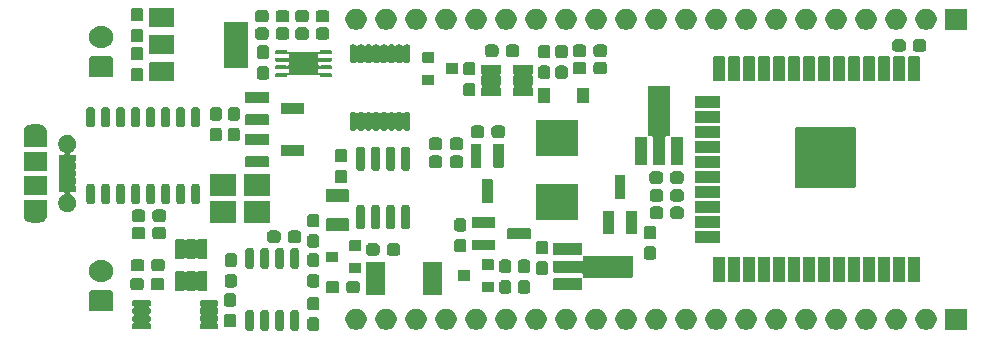
<source format=gbr>
G04 #@! TF.GenerationSoftware,KiCad,Pcbnew,9.0.0*
G04 #@! TF.CreationDate,2025-03-02T20:38:03-08:00*
G04 #@! TF.ProjectId,SuperPower-uC-KiCad,53757065-7250-46f7-9765-722d75432d4b,rev?*
G04 #@! TF.SameCoordinates,Original*
G04 #@! TF.FileFunction,Soldermask,Top*
G04 #@! TF.FilePolarity,Negative*
%FSLAX46Y46*%
G04 Gerber Fmt 4.6, Leading zero omitted, Abs format (unit mm)*
G04 Created by KiCad (PCBNEW 9.0.0) date 2025-03-02 20:38:03*
%MOMM*%
%LPD*%
G01*
G04 APERTURE LIST*
G04 APERTURE END LIST*
G36*
X127367052Y-121768163D02*
G01*
X127382434Y-121774955D01*
X127389670Y-121776101D01*
X127419802Y-121791454D01*
X127464042Y-121810988D01*
X127539012Y-121885958D01*
X127558548Y-121930204D01*
X127573898Y-121960329D01*
X127575043Y-121967562D01*
X127581837Y-121982948D01*
X127589500Y-122049000D01*
X127589500Y-122624000D01*
X127581837Y-122690052D01*
X127575043Y-122705438D01*
X127573898Y-122712670D01*
X127558552Y-122742787D01*
X127539012Y-122787042D01*
X127464042Y-122862012D01*
X127419787Y-122881552D01*
X127389670Y-122896898D01*
X127382438Y-122898043D01*
X127367052Y-122904837D01*
X127301000Y-122912500D01*
X126826000Y-122912500D01*
X126759948Y-122904837D01*
X126744562Y-122898043D01*
X126737329Y-122896898D01*
X126707204Y-122881548D01*
X126662958Y-122862012D01*
X126587988Y-122787042D01*
X126568454Y-122742802D01*
X126553101Y-122712670D01*
X126551955Y-122705434D01*
X126545163Y-122690052D01*
X126537500Y-122624000D01*
X126537500Y-122049000D01*
X126545163Y-121982948D01*
X126551954Y-121967565D01*
X126553101Y-121960329D01*
X126568457Y-121930190D01*
X126587988Y-121885958D01*
X126662958Y-121810988D01*
X126707190Y-121791457D01*
X126737329Y-121776101D01*
X126744565Y-121774954D01*
X126759948Y-121768163D01*
X126826000Y-121760500D01*
X127301000Y-121760500D01*
X127367052Y-121768163D01*
G37*
G36*
X121832040Y-121153690D02*
G01*
X121864987Y-121158028D01*
X121873274Y-121161892D01*
X121892919Y-121165800D01*
X121918938Y-121183186D01*
X121930180Y-121188428D01*
X121937019Y-121195267D01*
X121958128Y-121209372D01*
X121972232Y-121230480D01*
X121979071Y-121237319D01*
X121984312Y-121248558D01*
X122001700Y-121274581D01*
X122005607Y-121294227D01*
X122009471Y-121302512D01*
X122013806Y-121335446D01*
X122017000Y-121351500D01*
X122017000Y-122701500D01*
X122013806Y-122717554D01*
X122009471Y-122750487D01*
X122005608Y-122758770D01*
X122001700Y-122778419D01*
X121984310Y-122804443D01*
X121979071Y-122815680D01*
X121972234Y-122822516D01*
X121958128Y-122843628D01*
X121937016Y-122857734D01*
X121930180Y-122864571D01*
X121918943Y-122869810D01*
X121892919Y-122887200D01*
X121873270Y-122891108D01*
X121864987Y-122894971D01*
X121832054Y-122899306D01*
X121816000Y-122902500D01*
X121516000Y-122902500D01*
X121499946Y-122899306D01*
X121467012Y-122894971D01*
X121458727Y-122891107D01*
X121439081Y-122887200D01*
X121413058Y-122869812D01*
X121401819Y-122864571D01*
X121394980Y-122857732D01*
X121373872Y-122843628D01*
X121359767Y-122822519D01*
X121352928Y-122815680D01*
X121347686Y-122804438D01*
X121330300Y-122778419D01*
X121326392Y-122758774D01*
X121322528Y-122750487D01*
X121318190Y-122717540D01*
X121315000Y-122701500D01*
X121315000Y-121351500D01*
X121318190Y-121335461D01*
X121322528Y-121302512D01*
X121326392Y-121294223D01*
X121330300Y-121274581D01*
X121347684Y-121248563D01*
X121352928Y-121237319D01*
X121359769Y-121230477D01*
X121373872Y-121209372D01*
X121394977Y-121195269D01*
X121401819Y-121188428D01*
X121413063Y-121183184D01*
X121439081Y-121165800D01*
X121458723Y-121161892D01*
X121467012Y-121158028D01*
X121499961Y-121153690D01*
X121516000Y-121150500D01*
X121816000Y-121150500D01*
X121832040Y-121153690D01*
G37*
G36*
X123102040Y-121153690D02*
G01*
X123134987Y-121158028D01*
X123143274Y-121161892D01*
X123162919Y-121165800D01*
X123188938Y-121183186D01*
X123200180Y-121188428D01*
X123207019Y-121195267D01*
X123228128Y-121209372D01*
X123242232Y-121230480D01*
X123249071Y-121237319D01*
X123254312Y-121248558D01*
X123271700Y-121274581D01*
X123275607Y-121294227D01*
X123279471Y-121302512D01*
X123283806Y-121335446D01*
X123287000Y-121351500D01*
X123287000Y-122701500D01*
X123283806Y-122717554D01*
X123279471Y-122750487D01*
X123275608Y-122758770D01*
X123271700Y-122778419D01*
X123254310Y-122804443D01*
X123249071Y-122815680D01*
X123242234Y-122822516D01*
X123228128Y-122843628D01*
X123207016Y-122857734D01*
X123200180Y-122864571D01*
X123188943Y-122869810D01*
X123162919Y-122887200D01*
X123143270Y-122891108D01*
X123134987Y-122894971D01*
X123102054Y-122899306D01*
X123086000Y-122902500D01*
X122786000Y-122902500D01*
X122769946Y-122899306D01*
X122737012Y-122894971D01*
X122728727Y-122891107D01*
X122709081Y-122887200D01*
X122683058Y-122869812D01*
X122671819Y-122864571D01*
X122664980Y-122857732D01*
X122643872Y-122843628D01*
X122629767Y-122822519D01*
X122622928Y-122815680D01*
X122617686Y-122804438D01*
X122600300Y-122778419D01*
X122596392Y-122758774D01*
X122592528Y-122750487D01*
X122588190Y-122717540D01*
X122585000Y-122701500D01*
X122585000Y-121351500D01*
X122588190Y-121335461D01*
X122592528Y-121302512D01*
X122596392Y-121294223D01*
X122600300Y-121274581D01*
X122617684Y-121248563D01*
X122622928Y-121237319D01*
X122629769Y-121230477D01*
X122643872Y-121209372D01*
X122664977Y-121195269D01*
X122671819Y-121188428D01*
X122683063Y-121183184D01*
X122709081Y-121165800D01*
X122728723Y-121161892D01*
X122737012Y-121158028D01*
X122769961Y-121153690D01*
X122786000Y-121150500D01*
X123086000Y-121150500D01*
X123102040Y-121153690D01*
G37*
G36*
X124372040Y-121153690D02*
G01*
X124404987Y-121158028D01*
X124413274Y-121161892D01*
X124432919Y-121165800D01*
X124458938Y-121183186D01*
X124470180Y-121188428D01*
X124477019Y-121195267D01*
X124498128Y-121209372D01*
X124512232Y-121230480D01*
X124519071Y-121237319D01*
X124524312Y-121248558D01*
X124541700Y-121274581D01*
X124545607Y-121294227D01*
X124549471Y-121302512D01*
X124553806Y-121335446D01*
X124557000Y-121351500D01*
X124557000Y-122701500D01*
X124553806Y-122717554D01*
X124549471Y-122750487D01*
X124545608Y-122758770D01*
X124541700Y-122778419D01*
X124524310Y-122804443D01*
X124519071Y-122815680D01*
X124512234Y-122822516D01*
X124498128Y-122843628D01*
X124477016Y-122857734D01*
X124470180Y-122864571D01*
X124458943Y-122869810D01*
X124432919Y-122887200D01*
X124413270Y-122891108D01*
X124404987Y-122894971D01*
X124372054Y-122899306D01*
X124356000Y-122902500D01*
X124056000Y-122902500D01*
X124039946Y-122899306D01*
X124007012Y-122894971D01*
X123998727Y-122891107D01*
X123979081Y-122887200D01*
X123953058Y-122869812D01*
X123941819Y-122864571D01*
X123934980Y-122857732D01*
X123913872Y-122843628D01*
X123899767Y-122822519D01*
X123892928Y-122815680D01*
X123887686Y-122804438D01*
X123870300Y-122778419D01*
X123866392Y-122758774D01*
X123862528Y-122750487D01*
X123858190Y-122717540D01*
X123855000Y-122701500D01*
X123855000Y-121351500D01*
X123858190Y-121335461D01*
X123862528Y-121302512D01*
X123866392Y-121294223D01*
X123870300Y-121274581D01*
X123887684Y-121248563D01*
X123892928Y-121237319D01*
X123899769Y-121230477D01*
X123913872Y-121209372D01*
X123934977Y-121195269D01*
X123941819Y-121188428D01*
X123953063Y-121183184D01*
X123979081Y-121165800D01*
X123998723Y-121161892D01*
X124007012Y-121158028D01*
X124039961Y-121153690D01*
X124056000Y-121150500D01*
X124356000Y-121150500D01*
X124372040Y-121153690D01*
G37*
G36*
X125642040Y-121153690D02*
G01*
X125674987Y-121158028D01*
X125683274Y-121161892D01*
X125702919Y-121165800D01*
X125728938Y-121183186D01*
X125740180Y-121188428D01*
X125747019Y-121195267D01*
X125768128Y-121209372D01*
X125782232Y-121230480D01*
X125789071Y-121237319D01*
X125794312Y-121248558D01*
X125811700Y-121274581D01*
X125815607Y-121294227D01*
X125819471Y-121302512D01*
X125823806Y-121335446D01*
X125827000Y-121351500D01*
X125827000Y-122701500D01*
X125823806Y-122717554D01*
X125819471Y-122750487D01*
X125815608Y-122758770D01*
X125811700Y-122778419D01*
X125794310Y-122804443D01*
X125789071Y-122815680D01*
X125782234Y-122822516D01*
X125768128Y-122843628D01*
X125747016Y-122857734D01*
X125740180Y-122864571D01*
X125728943Y-122869810D01*
X125702919Y-122887200D01*
X125683270Y-122891108D01*
X125674987Y-122894971D01*
X125642054Y-122899306D01*
X125626000Y-122902500D01*
X125326000Y-122902500D01*
X125309946Y-122899306D01*
X125277012Y-122894971D01*
X125268727Y-122891107D01*
X125249081Y-122887200D01*
X125223058Y-122869812D01*
X125211819Y-122864571D01*
X125204980Y-122857732D01*
X125183872Y-122843628D01*
X125169767Y-122822519D01*
X125162928Y-122815680D01*
X125157686Y-122804438D01*
X125140300Y-122778419D01*
X125136392Y-122758774D01*
X125132528Y-122750487D01*
X125128190Y-122717540D01*
X125125000Y-122701500D01*
X125125000Y-121351500D01*
X125128190Y-121335461D01*
X125132528Y-121302512D01*
X125136392Y-121294223D01*
X125140300Y-121274581D01*
X125157684Y-121248563D01*
X125162928Y-121237319D01*
X125169769Y-121230477D01*
X125183872Y-121209372D01*
X125204977Y-121195269D01*
X125211819Y-121188428D01*
X125223063Y-121183184D01*
X125249081Y-121165800D01*
X125268723Y-121161892D01*
X125277012Y-121158028D01*
X125309961Y-121153690D01*
X125326000Y-121150500D01*
X125626000Y-121150500D01*
X125642040Y-121153690D01*
G37*
G36*
X182352517Y-121022882D02*
G01*
X182369062Y-121033938D01*
X182380118Y-121050483D01*
X182384000Y-121070000D01*
X182384000Y-122770000D01*
X182380118Y-122789517D01*
X182369062Y-122806062D01*
X182352517Y-122817118D01*
X182333000Y-122821000D01*
X180633000Y-122821000D01*
X180613483Y-122817118D01*
X180596938Y-122806062D01*
X180585882Y-122789517D01*
X180582000Y-122770000D01*
X180582000Y-121070000D01*
X180585882Y-121050483D01*
X180596938Y-121033938D01*
X180613483Y-121022882D01*
X180633000Y-121019000D01*
X182333000Y-121019000D01*
X182352517Y-121022882D01*
G37*
G36*
X130944546Y-121057797D02*
G01*
X131107728Y-121125389D01*
X131254588Y-121223518D01*
X131379482Y-121348412D01*
X131477611Y-121495272D01*
X131545203Y-121658454D01*
X131579661Y-121831687D01*
X131579661Y-122008313D01*
X131545203Y-122181546D01*
X131477611Y-122344728D01*
X131379482Y-122491588D01*
X131254588Y-122616482D01*
X131107728Y-122714611D01*
X130944546Y-122782203D01*
X130771313Y-122816661D01*
X130594687Y-122816661D01*
X130421454Y-122782203D01*
X130258272Y-122714611D01*
X130111412Y-122616482D01*
X129986518Y-122491588D01*
X129888389Y-122344728D01*
X129820797Y-122181546D01*
X129786339Y-122008313D01*
X129786339Y-121831687D01*
X129820797Y-121658454D01*
X129888389Y-121495272D01*
X129986518Y-121348412D01*
X130111412Y-121223518D01*
X130258272Y-121125389D01*
X130421454Y-121057797D01*
X130594687Y-121023339D01*
X130771313Y-121023339D01*
X130944546Y-121057797D01*
G37*
G36*
X133484546Y-121057797D02*
G01*
X133647728Y-121125389D01*
X133794588Y-121223518D01*
X133919482Y-121348412D01*
X134017611Y-121495272D01*
X134085203Y-121658454D01*
X134119661Y-121831687D01*
X134119661Y-122008313D01*
X134085203Y-122181546D01*
X134017611Y-122344728D01*
X133919482Y-122491588D01*
X133794588Y-122616482D01*
X133647728Y-122714611D01*
X133484546Y-122782203D01*
X133311313Y-122816661D01*
X133134687Y-122816661D01*
X132961454Y-122782203D01*
X132798272Y-122714611D01*
X132651412Y-122616482D01*
X132526518Y-122491588D01*
X132428389Y-122344728D01*
X132360797Y-122181546D01*
X132326339Y-122008313D01*
X132326339Y-121831687D01*
X132360797Y-121658454D01*
X132428389Y-121495272D01*
X132526518Y-121348412D01*
X132651412Y-121223518D01*
X132798272Y-121125389D01*
X132961454Y-121057797D01*
X133134687Y-121023339D01*
X133311313Y-121023339D01*
X133484546Y-121057797D01*
G37*
G36*
X136024546Y-121057797D02*
G01*
X136187728Y-121125389D01*
X136334588Y-121223518D01*
X136459482Y-121348412D01*
X136557611Y-121495272D01*
X136625203Y-121658454D01*
X136659661Y-121831687D01*
X136659661Y-122008313D01*
X136625203Y-122181546D01*
X136557611Y-122344728D01*
X136459482Y-122491588D01*
X136334588Y-122616482D01*
X136187728Y-122714611D01*
X136024546Y-122782203D01*
X135851313Y-122816661D01*
X135674687Y-122816661D01*
X135501454Y-122782203D01*
X135338272Y-122714611D01*
X135191412Y-122616482D01*
X135066518Y-122491588D01*
X134968389Y-122344728D01*
X134900797Y-122181546D01*
X134866339Y-122008313D01*
X134866339Y-121831687D01*
X134900797Y-121658454D01*
X134968389Y-121495272D01*
X135066518Y-121348412D01*
X135191412Y-121223518D01*
X135338272Y-121125389D01*
X135501454Y-121057797D01*
X135674687Y-121023339D01*
X135851313Y-121023339D01*
X136024546Y-121057797D01*
G37*
G36*
X138564546Y-121057797D02*
G01*
X138727728Y-121125389D01*
X138874588Y-121223518D01*
X138999482Y-121348412D01*
X139097611Y-121495272D01*
X139165203Y-121658454D01*
X139199661Y-121831687D01*
X139199661Y-122008313D01*
X139165203Y-122181546D01*
X139097611Y-122344728D01*
X138999482Y-122491588D01*
X138874588Y-122616482D01*
X138727728Y-122714611D01*
X138564546Y-122782203D01*
X138391313Y-122816661D01*
X138214687Y-122816661D01*
X138041454Y-122782203D01*
X137878272Y-122714611D01*
X137731412Y-122616482D01*
X137606518Y-122491588D01*
X137508389Y-122344728D01*
X137440797Y-122181546D01*
X137406339Y-122008313D01*
X137406339Y-121831687D01*
X137440797Y-121658454D01*
X137508389Y-121495272D01*
X137606518Y-121348412D01*
X137731412Y-121223518D01*
X137878272Y-121125389D01*
X138041454Y-121057797D01*
X138214687Y-121023339D01*
X138391313Y-121023339D01*
X138564546Y-121057797D01*
G37*
G36*
X141104546Y-121057797D02*
G01*
X141267728Y-121125389D01*
X141414588Y-121223518D01*
X141539482Y-121348412D01*
X141637611Y-121495272D01*
X141705203Y-121658454D01*
X141739661Y-121831687D01*
X141739661Y-122008313D01*
X141705203Y-122181546D01*
X141637611Y-122344728D01*
X141539482Y-122491588D01*
X141414588Y-122616482D01*
X141267728Y-122714611D01*
X141104546Y-122782203D01*
X140931313Y-122816661D01*
X140754687Y-122816661D01*
X140581454Y-122782203D01*
X140418272Y-122714611D01*
X140271412Y-122616482D01*
X140146518Y-122491588D01*
X140048389Y-122344728D01*
X139980797Y-122181546D01*
X139946339Y-122008313D01*
X139946339Y-121831687D01*
X139980797Y-121658454D01*
X140048389Y-121495272D01*
X140146518Y-121348412D01*
X140271412Y-121223518D01*
X140418272Y-121125389D01*
X140581454Y-121057797D01*
X140754687Y-121023339D01*
X140931313Y-121023339D01*
X141104546Y-121057797D01*
G37*
G36*
X143644546Y-121057797D02*
G01*
X143807728Y-121125389D01*
X143954588Y-121223518D01*
X144079482Y-121348412D01*
X144177611Y-121495272D01*
X144245203Y-121658454D01*
X144279661Y-121831687D01*
X144279661Y-122008313D01*
X144245203Y-122181546D01*
X144177611Y-122344728D01*
X144079482Y-122491588D01*
X143954588Y-122616482D01*
X143807728Y-122714611D01*
X143644546Y-122782203D01*
X143471313Y-122816661D01*
X143294687Y-122816661D01*
X143121454Y-122782203D01*
X142958272Y-122714611D01*
X142811412Y-122616482D01*
X142686518Y-122491588D01*
X142588389Y-122344728D01*
X142520797Y-122181546D01*
X142486339Y-122008313D01*
X142486339Y-121831687D01*
X142520797Y-121658454D01*
X142588389Y-121495272D01*
X142686518Y-121348412D01*
X142811412Y-121223518D01*
X142958272Y-121125389D01*
X143121454Y-121057797D01*
X143294687Y-121023339D01*
X143471313Y-121023339D01*
X143644546Y-121057797D01*
G37*
G36*
X146184546Y-121057797D02*
G01*
X146347728Y-121125389D01*
X146494588Y-121223518D01*
X146619482Y-121348412D01*
X146717611Y-121495272D01*
X146785203Y-121658454D01*
X146819661Y-121831687D01*
X146819661Y-122008313D01*
X146785203Y-122181546D01*
X146717611Y-122344728D01*
X146619482Y-122491588D01*
X146494588Y-122616482D01*
X146347728Y-122714611D01*
X146184546Y-122782203D01*
X146011313Y-122816661D01*
X145834687Y-122816661D01*
X145661454Y-122782203D01*
X145498272Y-122714611D01*
X145351412Y-122616482D01*
X145226518Y-122491588D01*
X145128389Y-122344728D01*
X145060797Y-122181546D01*
X145026339Y-122008313D01*
X145026339Y-121831687D01*
X145060797Y-121658454D01*
X145128389Y-121495272D01*
X145226518Y-121348412D01*
X145351412Y-121223518D01*
X145498272Y-121125389D01*
X145661454Y-121057797D01*
X145834687Y-121023339D01*
X146011313Y-121023339D01*
X146184546Y-121057797D01*
G37*
G36*
X148724546Y-121057797D02*
G01*
X148887728Y-121125389D01*
X149034588Y-121223518D01*
X149159482Y-121348412D01*
X149257611Y-121495272D01*
X149325203Y-121658454D01*
X149359661Y-121831687D01*
X149359661Y-122008313D01*
X149325203Y-122181546D01*
X149257611Y-122344728D01*
X149159482Y-122491588D01*
X149034588Y-122616482D01*
X148887728Y-122714611D01*
X148724546Y-122782203D01*
X148551313Y-122816661D01*
X148374687Y-122816661D01*
X148201454Y-122782203D01*
X148038272Y-122714611D01*
X147891412Y-122616482D01*
X147766518Y-122491588D01*
X147668389Y-122344728D01*
X147600797Y-122181546D01*
X147566339Y-122008313D01*
X147566339Y-121831687D01*
X147600797Y-121658454D01*
X147668389Y-121495272D01*
X147766518Y-121348412D01*
X147891412Y-121223518D01*
X148038272Y-121125389D01*
X148201454Y-121057797D01*
X148374687Y-121023339D01*
X148551313Y-121023339D01*
X148724546Y-121057797D01*
G37*
G36*
X151264546Y-121057797D02*
G01*
X151427728Y-121125389D01*
X151574588Y-121223518D01*
X151699482Y-121348412D01*
X151797611Y-121495272D01*
X151865203Y-121658454D01*
X151899661Y-121831687D01*
X151899661Y-122008313D01*
X151865203Y-122181546D01*
X151797611Y-122344728D01*
X151699482Y-122491588D01*
X151574588Y-122616482D01*
X151427728Y-122714611D01*
X151264546Y-122782203D01*
X151091313Y-122816661D01*
X150914687Y-122816661D01*
X150741454Y-122782203D01*
X150578272Y-122714611D01*
X150431412Y-122616482D01*
X150306518Y-122491588D01*
X150208389Y-122344728D01*
X150140797Y-122181546D01*
X150106339Y-122008313D01*
X150106339Y-121831687D01*
X150140797Y-121658454D01*
X150208389Y-121495272D01*
X150306518Y-121348412D01*
X150431412Y-121223518D01*
X150578272Y-121125389D01*
X150741454Y-121057797D01*
X150914687Y-121023339D01*
X151091313Y-121023339D01*
X151264546Y-121057797D01*
G37*
G36*
X153804546Y-121057797D02*
G01*
X153967728Y-121125389D01*
X154114588Y-121223518D01*
X154239482Y-121348412D01*
X154337611Y-121495272D01*
X154405203Y-121658454D01*
X154439661Y-121831687D01*
X154439661Y-122008313D01*
X154405203Y-122181546D01*
X154337611Y-122344728D01*
X154239482Y-122491588D01*
X154114588Y-122616482D01*
X153967728Y-122714611D01*
X153804546Y-122782203D01*
X153631313Y-122816661D01*
X153454687Y-122816661D01*
X153281454Y-122782203D01*
X153118272Y-122714611D01*
X152971412Y-122616482D01*
X152846518Y-122491588D01*
X152748389Y-122344728D01*
X152680797Y-122181546D01*
X152646339Y-122008313D01*
X152646339Y-121831687D01*
X152680797Y-121658454D01*
X152748389Y-121495272D01*
X152846518Y-121348412D01*
X152971412Y-121223518D01*
X153118272Y-121125389D01*
X153281454Y-121057797D01*
X153454687Y-121023339D01*
X153631313Y-121023339D01*
X153804546Y-121057797D01*
G37*
G36*
X156344546Y-121057797D02*
G01*
X156507728Y-121125389D01*
X156654588Y-121223518D01*
X156779482Y-121348412D01*
X156877611Y-121495272D01*
X156945203Y-121658454D01*
X156979661Y-121831687D01*
X156979661Y-122008313D01*
X156945203Y-122181546D01*
X156877611Y-122344728D01*
X156779482Y-122491588D01*
X156654588Y-122616482D01*
X156507728Y-122714611D01*
X156344546Y-122782203D01*
X156171313Y-122816661D01*
X155994687Y-122816661D01*
X155821454Y-122782203D01*
X155658272Y-122714611D01*
X155511412Y-122616482D01*
X155386518Y-122491588D01*
X155288389Y-122344728D01*
X155220797Y-122181546D01*
X155186339Y-122008313D01*
X155186339Y-121831687D01*
X155220797Y-121658454D01*
X155288389Y-121495272D01*
X155386518Y-121348412D01*
X155511412Y-121223518D01*
X155658272Y-121125389D01*
X155821454Y-121057797D01*
X155994687Y-121023339D01*
X156171313Y-121023339D01*
X156344546Y-121057797D01*
G37*
G36*
X158884546Y-121057797D02*
G01*
X159047728Y-121125389D01*
X159194588Y-121223518D01*
X159319482Y-121348412D01*
X159417611Y-121495272D01*
X159485203Y-121658454D01*
X159519661Y-121831687D01*
X159519661Y-122008313D01*
X159485203Y-122181546D01*
X159417611Y-122344728D01*
X159319482Y-122491588D01*
X159194588Y-122616482D01*
X159047728Y-122714611D01*
X158884546Y-122782203D01*
X158711313Y-122816661D01*
X158534687Y-122816661D01*
X158361454Y-122782203D01*
X158198272Y-122714611D01*
X158051412Y-122616482D01*
X157926518Y-122491588D01*
X157828389Y-122344728D01*
X157760797Y-122181546D01*
X157726339Y-122008313D01*
X157726339Y-121831687D01*
X157760797Y-121658454D01*
X157828389Y-121495272D01*
X157926518Y-121348412D01*
X158051412Y-121223518D01*
X158198272Y-121125389D01*
X158361454Y-121057797D01*
X158534687Y-121023339D01*
X158711313Y-121023339D01*
X158884546Y-121057797D01*
G37*
G36*
X161424546Y-121057797D02*
G01*
X161587728Y-121125389D01*
X161734588Y-121223518D01*
X161859482Y-121348412D01*
X161957611Y-121495272D01*
X162025203Y-121658454D01*
X162059661Y-121831687D01*
X162059661Y-122008313D01*
X162025203Y-122181546D01*
X161957611Y-122344728D01*
X161859482Y-122491588D01*
X161734588Y-122616482D01*
X161587728Y-122714611D01*
X161424546Y-122782203D01*
X161251313Y-122816661D01*
X161074687Y-122816661D01*
X160901454Y-122782203D01*
X160738272Y-122714611D01*
X160591412Y-122616482D01*
X160466518Y-122491588D01*
X160368389Y-122344728D01*
X160300797Y-122181546D01*
X160266339Y-122008313D01*
X160266339Y-121831687D01*
X160300797Y-121658454D01*
X160368389Y-121495272D01*
X160466518Y-121348412D01*
X160591412Y-121223518D01*
X160738272Y-121125389D01*
X160901454Y-121057797D01*
X161074687Y-121023339D01*
X161251313Y-121023339D01*
X161424546Y-121057797D01*
G37*
G36*
X163964546Y-121057797D02*
G01*
X164127728Y-121125389D01*
X164274588Y-121223518D01*
X164399482Y-121348412D01*
X164497611Y-121495272D01*
X164565203Y-121658454D01*
X164599661Y-121831687D01*
X164599661Y-122008313D01*
X164565203Y-122181546D01*
X164497611Y-122344728D01*
X164399482Y-122491588D01*
X164274588Y-122616482D01*
X164127728Y-122714611D01*
X163964546Y-122782203D01*
X163791313Y-122816661D01*
X163614687Y-122816661D01*
X163441454Y-122782203D01*
X163278272Y-122714611D01*
X163131412Y-122616482D01*
X163006518Y-122491588D01*
X162908389Y-122344728D01*
X162840797Y-122181546D01*
X162806339Y-122008313D01*
X162806339Y-121831687D01*
X162840797Y-121658454D01*
X162908389Y-121495272D01*
X163006518Y-121348412D01*
X163131412Y-121223518D01*
X163278272Y-121125389D01*
X163441454Y-121057797D01*
X163614687Y-121023339D01*
X163791313Y-121023339D01*
X163964546Y-121057797D01*
G37*
G36*
X166504546Y-121057797D02*
G01*
X166667728Y-121125389D01*
X166814588Y-121223518D01*
X166939482Y-121348412D01*
X167037611Y-121495272D01*
X167105203Y-121658454D01*
X167139661Y-121831687D01*
X167139661Y-122008313D01*
X167105203Y-122181546D01*
X167037611Y-122344728D01*
X166939482Y-122491588D01*
X166814588Y-122616482D01*
X166667728Y-122714611D01*
X166504546Y-122782203D01*
X166331313Y-122816661D01*
X166154687Y-122816661D01*
X165981454Y-122782203D01*
X165818272Y-122714611D01*
X165671412Y-122616482D01*
X165546518Y-122491588D01*
X165448389Y-122344728D01*
X165380797Y-122181546D01*
X165346339Y-122008313D01*
X165346339Y-121831687D01*
X165380797Y-121658454D01*
X165448389Y-121495272D01*
X165546518Y-121348412D01*
X165671412Y-121223518D01*
X165818272Y-121125389D01*
X165981454Y-121057797D01*
X166154687Y-121023339D01*
X166331313Y-121023339D01*
X166504546Y-121057797D01*
G37*
G36*
X169044546Y-121057797D02*
G01*
X169207728Y-121125389D01*
X169354588Y-121223518D01*
X169479482Y-121348412D01*
X169577611Y-121495272D01*
X169645203Y-121658454D01*
X169679661Y-121831687D01*
X169679661Y-122008313D01*
X169645203Y-122181546D01*
X169577611Y-122344728D01*
X169479482Y-122491588D01*
X169354588Y-122616482D01*
X169207728Y-122714611D01*
X169044546Y-122782203D01*
X168871313Y-122816661D01*
X168694687Y-122816661D01*
X168521454Y-122782203D01*
X168358272Y-122714611D01*
X168211412Y-122616482D01*
X168086518Y-122491588D01*
X167988389Y-122344728D01*
X167920797Y-122181546D01*
X167886339Y-122008313D01*
X167886339Y-121831687D01*
X167920797Y-121658454D01*
X167988389Y-121495272D01*
X168086518Y-121348412D01*
X168211412Y-121223518D01*
X168358272Y-121125389D01*
X168521454Y-121057797D01*
X168694687Y-121023339D01*
X168871313Y-121023339D01*
X169044546Y-121057797D01*
G37*
G36*
X171584546Y-121057797D02*
G01*
X171747728Y-121125389D01*
X171894588Y-121223518D01*
X172019482Y-121348412D01*
X172117611Y-121495272D01*
X172185203Y-121658454D01*
X172219661Y-121831687D01*
X172219661Y-122008313D01*
X172185203Y-122181546D01*
X172117611Y-122344728D01*
X172019482Y-122491588D01*
X171894588Y-122616482D01*
X171747728Y-122714611D01*
X171584546Y-122782203D01*
X171411313Y-122816661D01*
X171234687Y-122816661D01*
X171061454Y-122782203D01*
X170898272Y-122714611D01*
X170751412Y-122616482D01*
X170626518Y-122491588D01*
X170528389Y-122344728D01*
X170460797Y-122181546D01*
X170426339Y-122008313D01*
X170426339Y-121831687D01*
X170460797Y-121658454D01*
X170528389Y-121495272D01*
X170626518Y-121348412D01*
X170751412Y-121223518D01*
X170898272Y-121125389D01*
X171061454Y-121057797D01*
X171234687Y-121023339D01*
X171411313Y-121023339D01*
X171584546Y-121057797D01*
G37*
G36*
X174124546Y-121057797D02*
G01*
X174287728Y-121125389D01*
X174434588Y-121223518D01*
X174559482Y-121348412D01*
X174657611Y-121495272D01*
X174725203Y-121658454D01*
X174759661Y-121831687D01*
X174759661Y-122008313D01*
X174725203Y-122181546D01*
X174657611Y-122344728D01*
X174559482Y-122491588D01*
X174434588Y-122616482D01*
X174287728Y-122714611D01*
X174124546Y-122782203D01*
X173951313Y-122816661D01*
X173774687Y-122816661D01*
X173601454Y-122782203D01*
X173438272Y-122714611D01*
X173291412Y-122616482D01*
X173166518Y-122491588D01*
X173068389Y-122344728D01*
X173000797Y-122181546D01*
X172966339Y-122008313D01*
X172966339Y-121831687D01*
X173000797Y-121658454D01*
X173068389Y-121495272D01*
X173166518Y-121348412D01*
X173291412Y-121223518D01*
X173438272Y-121125389D01*
X173601454Y-121057797D01*
X173774687Y-121023339D01*
X173951313Y-121023339D01*
X174124546Y-121057797D01*
G37*
G36*
X176664546Y-121057797D02*
G01*
X176827728Y-121125389D01*
X176974588Y-121223518D01*
X177099482Y-121348412D01*
X177197611Y-121495272D01*
X177265203Y-121658454D01*
X177299661Y-121831687D01*
X177299661Y-122008313D01*
X177265203Y-122181546D01*
X177197611Y-122344728D01*
X177099482Y-122491588D01*
X176974588Y-122616482D01*
X176827728Y-122714611D01*
X176664546Y-122782203D01*
X176491313Y-122816661D01*
X176314687Y-122816661D01*
X176141454Y-122782203D01*
X175978272Y-122714611D01*
X175831412Y-122616482D01*
X175706518Y-122491588D01*
X175608389Y-122344728D01*
X175540797Y-122181546D01*
X175506339Y-122008313D01*
X175506339Y-121831687D01*
X175540797Y-121658454D01*
X175608389Y-121495272D01*
X175706518Y-121348412D01*
X175831412Y-121223518D01*
X175978272Y-121125389D01*
X176141454Y-121057797D01*
X176314687Y-121023339D01*
X176491313Y-121023339D01*
X176664546Y-121057797D01*
G37*
G36*
X179204546Y-121057797D02*
G01*
X179367728Y-121125389D01*
X179514588Y-121223518D01*
X179639482Y-121348412D01*
X179737611Y-121495272D01*
X179805203Y-121658454D01*
X179839661Y-121831687D01*
X179839661Y-122008313D01*
X179805203Y-122181546D01*
X179737611Y-122344728D01*
X179639482Y-122491588D01*
X179514588Y-122616482D01*
X179367728Y-122714611D01*
X179204546Y-122782203D01*
X179031313Y-122816661D01*
X178854687Y-122816661D01*
X178681454Y-122782203D01*
X178518272Y-122714611D01*
X178371412Y-122616482D01*
X178246518Y-122491588D01*
X178148389Y-122344728D01*
X178080797Y-122181546D01*
X178046339Y-122008313D01*
X178046339Y-121831687D01*
X178080797Y-121658454D01*
X178148389Y-121495272D01*
X178246518Y-121348412D01*
X178371412Y-121223518D01*
X178518272Y-121125389D01*
X178681454Y-121057797D01*
X178854687Y-121023339D01*
X179031313Y-121023339D01*
X179204546Y-121057797D01*
G37*
G36*
X113207285Y-120324494D02*
G01*
X113256273Y-120357227D01*
X113289006Y-120406215D01*
X113300500Y-120464000D01*
X113300500Y-120664000D01*
X113289006Y-120721785D01*
X113256273Y-120770773D01*
X113207285Y-120803506D01*
X113201128Y-120804730D01*
X113175004Y-120822186D01*
X113175004Y-120955814D01*
X113201128Y-120973269D01*
X113207285Y-120974494D01*
X113256273Y-121007227D01*
X113289006Y-121056215D01*
X113300500Y-121114000D01*
X113300500Y-121314000D01*
X113289006Y-121371785D01*
X113256273Y-121420773D01*
X113207285Y-121453506D01*
X113201128Y-121454730D01*
X113175004Y-121472186D01*
X113175004Y-121605814D01*
X113201128Y-121623269D01*
X113207285Y-121624494D01*
X113256273Y-121657227D01*
X113289006Y-121706215D01*
X113300500Y-121764000D01*
X113300500Y-121964000D01*
X113289006Y-122021785D01*
X113256273Y-122070773D01*
X113207285Y-122103506D01*
X113201128Y-122104730D01*
X113175004Y-122122186D01*
X113175004Y-122255814D01*
X113201128Y-122273269D01*
X113207285Y-122274494D01*
X113256273Y-122307227D01*
X113289006Y-122356215D01*
X113300500Y-122414000D01*
X113300500Y-122614000D01*
X113289006Y-122671785D01*
X113256273Y-122720773D01*
X113207285Y-122753506D01*
X113149500Y-122765000D01*
X111874500Y-122765000D01*
X111816715Y-122753506D01*
X111767727Y-122720773D01*
X111734994Y-122671785D01*
X111723500Y-122614000D01*
X111723500Y-122414000D01*
X111734994Y-122356215D01*
X111767727Y-122307227D01*
X111816715Y-122274494D01*
X111822868Y-122273270D01*
X111848995Y-122255813D01*
X111848995Y-122122187D01*
X111822869Y-122104730D01*
X111816715Y-122103506D01*
X111767727Y-122070773D01*
X111734994Y-122021785D01*
X111723500Y-121964000D01*
X111723500Y-121764000D01*
X111734994Y-121706215D01*
X111767727Y-121657227D01*
X111816715Y-121624494D01*
X111822868Y-121623270D01*
X111848995Y-121605813D01*
X111848995Y-121472187D01*
X111822869Y-121454730D01*
X111816715Y-121453506D01*
X111767727Y-121420773D01*
X111734994Y-121371785D01*
X111723500Y-121314000D01*
X111723500Y-121114000D01*
X111734994Y-121056215D01*
X111767727Y-121007227D01*
X111816715Y-120974494D01*
X111822868Y-120973270D01*
X111848995Y-120955813D01*
X111848995Y-120822187D01*
X111822869Y-120804730D01*
X111816715Y-120803506D01*
X111767727Y-120770773D01*
X111734994Y-120721785D01*
X111723500Y-120664000D01*
X111723500Y-120464000D01*
X111734994Y-120406215D01*
X111767727Y-120357227D01*
X111816715Y-120324494D01*
X111874500Y-120313000D01*
X113149500Y-120313000D01*
X113207285Y-120324494D01*
G37*
G36*
X118932285Y-120324494D02*
G01*
X118981273Y-120357227D01*
X119014006Y-120406215D01*
X119025500Y-120464000D01*
X119025500Y-120664000D01*
X119014006Y-120721785D01*
X118981273Y-120770773D01*
X118932285Y-120803506D01*
X118926128Y-120804730D01*
X118900004Y-120822186D01*
X118900004Y-120955814D01*
X118926128Y-120973269D01*
X118932285Y-120974494D01*
X118981273Y-121007227D01*
X119014006Y-121056215D01*
X119025500Y-121114000D01*
X119025500Y-121314000D01*
X119014006Y-121371785D01*
X118981273Y-121420773D01*
X118932285Y-121453506D01*
X118926128Y-121454730D01*
X118900004Y-121472186D01*
X118900004Y-121605814D01*
X118926128Y-121623269D01*
X118932285Y-121624494D01*
X118981273Y-121657227D01*
X119014006Y-121706215D01*
X119025500Y-121764000D01*
X119025500Y-121964000D01*
X119014006Y-122021785D01*
X118981273Y-122070773D01*
X118932285Y-122103506D01*
X118926128Y-122104730D01*
X118900004Y-122122186D01*
X118900004Y-122255814D01*
X118926128Y-122273269D01*
X118932285Y-122274494D01*
X118981273Y-122307227D01*
X119014006Y-122356215D01*
X119025500Y-122414000D01*
X119025500Y-122614000D01*
X119014006Y-122671785D01*
X118981273Y-122720773D01*
X118932285Y-122753506D01*
X118874500Y-122765000D01*
X117599500Y-122765000D01*
X117541715Y-122753506D01*
X117492727Y-122720773D01*
X117459994Y-122671785D01*
X117448500Y-122614000D01*
X117448500Y-122414000D01*
X117459994Y-122356215D01*
X117492727Y-122307227D01*
X117541715Y-122274494D01*
X117547868Y-122273270D01*
X117573995Y-122255813D01*
X117573995Y-122122187D01*
X117547869Y-122104730D01*
X117541715Y-122103506D01*
X117492727Y-122070773D01*
X117459994Y-122021785D01*
X117448500Y-121964000D01*
X117448500Y-121764000D01*
X117459994Y-121706215D01*
X117492727Y-121657227D01*
X117541715Y-121624494D01*
X117547868Y-121623270D01*
X117573995Y-121605813D01*
X117573995Y-121472187D01*
X117547869Y-121454730D01*
X117541715Y-121453506D01*
X117492727Y-121420773D01*
X117459994Y-121371785D01*
X117448500Y-121314000D01*
X117448500Y-121114000D01*
X117459994Y-121056215D01*
X117492727Y-121007227D01*
X117541715Y-120974494D01*
X117547868Y-120973270D01*
X117573995Y-120955813D01*
X117573995Y-120822187D01*
X117547869Y-120804730D01*
X117541715Y-120803506D01*
X117492727Y-120770773D01*
X117459994Y-120721785D01*
X117448500Y-120664000D01*
X117448500Y-120464000D01*
X117459994Y-120406215D01*
X117492727Y-120357227D01*
X117541715Y-120324494D01*
X117599500Y-120313000D01*
X118874500Y-120313000D01*
X118932285Y-120324494D01*
G37*
G36*
X120318552Y-121478663D02*
G01*
X120333934Y-121485455D01*
X120341170Y-121486601D01*
X120371302Y-121501954D01*
X120415542Y-121521488D01*
X120490512Y-121596458D01*
X120510048Y-121640704D01*
X120525398Y-121670829D01*
X120526543Y-121678062D01*
X120533337Y-121693448D01*
X120541000Y-121759500D01*
X120541000Y-122334500D01*
X120533337Y-122400552D01*
X120526543Y-122415938D01*
X120525398Y-122423170D01*
X120510052Y-122453287D01*
X120490512Y-122497542D01*
X120415542Y-122572512D01*
X120371287Y-122592052D01*
X120341170Y-122607398D01*
X120333938Y-122608543D01*
X120318552Y-122615337D01*
X120252500Y-122623000D01*
X119777500Y-122623000D01*
X119711448Y-122615337D01*
X119696062Y-122608543D01*
X119688829Y-122607398D01*
X119658704Y-122592048D01*
X119614458Y-122572512D01*
X119539488Y-122497542D01*
X119519954Y-122453302D01*
X119504601Y-122423170D01*
X119503455Y-122415934D01*
X119496663Y-122400552D01*
X119489000Y-122334500D01*
X119489000Y-121759500D01*
X119496663Y-121693448D01*
X119503454Y-121678065D01*
X119504601Y-121670829D01*
X119519957Y-121640690D01*
X119539488Y-121596458D01*
X119614458Y-121521488D01*
X119658690Y-121501957D01*
X119688829Y-121486601D01*
X119696065Y-121485454D01*
X119711448Y-121478663D01*
X119777500Y-121471000D01*
X120252500Y-121471000D01*
X120318552Y-121478663D01*
G37*
G36*
X109911914Y-119452995D02*
G01*
X109927726Y-119459976D01*
X109935531Y-119461213D01*
X109968039Y-119477776D01*
X110013106Y-119497676D01*
X110091324Y-119575894D01*
X110111226Y-119620967D01*
X110127786Y-119653468D01*
X110129021Y-119661270D01*
X110136005Y-119677086D01*
X110144000Y-119746000D01*
X110144000Y-120946000D01*
X110136005Y-121014914D01*
X110129021Y-121030729D01*
X110127786Y-121038531D01*
X110111229Y-121071024D01*
X110091324Y-121116106D01*
X110013106Y-121194324D01*
X109968024Y-121214229D01*
X109935531Y-121230786D01*
X109927729Y-121232021D01*
X109911914Y-121239005D01*
X109843000Y-121247000D01*
X108343000Y-121247000D01*
X108274086Y-121239005D01*
X108258270Y-121232021D01*
X108250468Y-121230786D01*
X108217967Y-121214226D01*
X108172894Y-121194324D01*
X108094676Y-121116106D01*
X108074776Y-121071039D01*
X108058213Y-121038531D01*
X108056976Y-121030726D01*
X108049995Y-121014914D01*
X108042000Y-120946000D01*
X108042000Y-119746000D01*
X108049995Y-119677086D01*
X108056976Y-119661274D01*
X108058213Y-119653468D01*
X108074780Y-119620953D01*
X108094676Y-119575894D01*
X108172894Y-119497676D01*
X108217953Y-119477780D01*
X108250468Y-119461213D01*
X108258274Y-119459976D01*
X108274086Y-119452995D01*
X108343000Y-119445000D01*
X109843000Y-119445000D01*
X109911914Y-119452995D01*
G37*
G36*
X127367052Y-120018163D02*
G01*
X127382434Y-120024955D01*
X127389670Y-120026101D01*
X127419802Y-120041454D01*
X127464042Y-120060988D01*
X127539012Y-120135958D01*
X127558548Y-120180204D01*
X127573898Y-120210329D01*
X127575043Y-120217562D01*
X127581837Y-120232948D01*
X127589500Y-120299000D01*
X127589500Y-120874000D01*
X127581837Y-120940052D01*
X127575043Y-120955438D01*
X127573898Y-120962670D01*
X127558552Y-120992787D01*
X127539012Y-121037042D01*
X127464042Y-121112012D01*
X127419787Y-121131552D01*
X127389670Y-121146898D01*
X127382438Y-121148043D01*
X127367052Y-121154837D01*
X127301000Y-121162500D01*
X126826000Y-121162500D01*
X126759948Y-121154837D01*
X126744562Y-121148043D01*
X126737329Y-121146898D01*
X126707204Y-121131548D01*
X126662958Y-121112012D01*
X126587988Y-121037042D01*
X126568454Y-120992802D01*
X126553101Y-120962670D01*
X126551955Y-120955434D01*
X126545163Y-120940052D01*
X126537500Y-120874000D01*
X126537500Y-120299000D01*
X126545163Y-120232948D01*
X126551954Y-120217565D01*
X126553101Y-120210329D01*
X126568457Y-120180190D01*
X126587988Y-120135958D01*
X126662958Y-120060988D01*
X126707190Y-120041457D01*
X126737329Y-120026101D01*
X126744565Y-120024954D01*
X126759948Y-120018163D01*
X126826000Y-120010500D01*
X127301000Y-120010500D01*
X127367052Y-120018163D01*
G37*
G36*
X120318552Y-119728663D02*
G01*
X120333934Y-119735455D01*
X120341170Y-119736601D01*
X120371302Y-119751954D01*
X120415542Y-119771488D01*
X120490512Y-119846458D01*
X120510048Y-119890704D01*
X120525398Y-119920829D01*
X120526543Y-119928062D01*
X120533337Y-119943448D01*
X120541000Y-120009500D01*
X120541000Y-120584500D01*
X120533337Y-120650552D01*
X120526543Y-120665938D01*
X120525398Y-120673170D01*
X120510052Y-120703287D01*
X120490512Y-120747542D01*
X120415542Y-120822512D01*
X120371287Y-120842052D01*
X120341170Y-120857398D01*
X120333938Y-120858543D01*
X120318552Y-120865337D01*
X120252500Y-120873000D01*
X119777500Y-120873000D01*
X119711448Y-120865337D01*
X119696062Y-120858543D01*
X119688829Y-120857398D01*
X119658704Y-120842048D01*
X119614458Y-120822512D01*
X119539488Y-120747542D01*
X119519954Y-120703302D01*
X119504601Y-120673170D01*
X119503455Y-120665934D01*
X119496663Y-120650552D01*
X119489000Y-120584500D01*
X119489000Y-120009500D01*
X119496663Y-119943448D01*
X119503454Y-119928065D01*
X119504601Y-119920829D01*
X119519957Y-119890690D01*
X119539488Y-119846458D01*
X119614458Y-119771488D01*
X119658690Y-119751957D01*
X119688829Y-119736601D01*
X119696065Y-119735454D01*
X119711448Y-119728663D01*
X119777500Y-119721000D01*
X120252500Y-119721000D01*
X120318552Y-119728663D01*
G37*
G36*
X133103517Y-117093882D02*
G01*
X133120062Y-117104938D01*
X133131118Y-117121483D01*
X133135000Y-117141000D01*
X133135000Y-119841000D01*
X133131118Y-119860517D01*
X133120062Y-119877062D01*
X133103517Y-119888118D01*
X133084000Y-119892000D01*
X131584000Y-119892000D01*
X131564483Y-119888118D01*
X131547938Y-119877062D01*
X131536882Y-119860517D01*
X131533000Y-119841000D01*
X131533000Y-117141000D01*
X131536882Y-117121483D01*
X131547938Y-117104938D01*
X131564483Y-117093882D01*
X131584000Y-117090000D01*
X133084000Y-117090000D01*
X133103517Y-117093882D01*
G37*
G36*
X137903517Y-117093882D02*
G01*
X137920062Y-117104938D01*
X137931118Y-117121483D01*
X137935000Y-117141000D01*
X137935000Y-119841000D01*
X137931118Y-119860517D01*
X137920062Y-119877062D01*
X137903517Y-119888118D01*
X137884000Y-119892000D01*
X136384000Y-119892000D01*
X136364483Y-119888118D01*
X136347938Y-119877062D01*
X136336882Y-119860517D01*
X136333000Y-119841000D01*
X136333000Y-117141000D01*
X136336882Y-117121483D01*
X136347938Y-117104938D01*
X136364483Y-117093882D01*
X136384000Y-117090000D01*
X137884000Y-117090000D01*
X137903517Y-117093882D01*
G37*
G36*
X143623052Y-118621163D02*
G01*
X143638434Y-118627955D01*
X143645670Y-118629101D01*
X143675802Y-118644454D01*
X143720042Y-118663988D01*
X143795012Y-118738958D01*
X143814548Y-118783204D01*
X143829898Y-118813329D01*
X143831043Y-118820562D01*
X143837837Y-118835948D01*
X143845500Y-118902000D01*
X143845500Y-119477000D01*
X143837837Y-119543052D01*
X143831043Y-119558438D01*
X143829898Y-119565670D01*
X143814552Y-119595787D01*
X143795012Y-119640042D01*
X143720042Y-119715012D01*
X143675787Y-119734552D01*
X143645670Y-119749898D01*
X143638438Y-119751043D01*
X143623052Y-119757837D01*
X143557000Y-119765500D01*
X143082000Y-119765500D01*
X143015948Y-119757837D01*
X143000562Y-119751043D01*
X142993329Y-119749898D01*
X142963204Y-119734548D01*
X142918958Y-119715012D01*
X142843988Y-119640042D01*
X142824454Y-119595802D01*
X142809101Y-119565670D01*
X142807955Y-119558434D01*
X142801163Y-119543052D01*
X142793500Y-119477000D01*
X142793500Y-118902000D01*
X142801163Y-118835948D01*
X142807954Y-118820565D01*
X142809101Y-118813329D01*
X142824457Y-118783190D01*
X142843988Y-118738958D01*
X142918958Y-118663988D01*
X142963190Y-118644457D01*
X142993329Y-118629101D01*
X143000565Y-118627954D01*
X143015948Y-118621163D01*
X143082000Y-118613500D01*
X143557000Y-118613500D01*
X143623052Y-118621163D01*
G37*
G36*
X145210552Y-118621163D02*
G01*
X145225934Y-118627955D01*
X145233170Y-118629101D01*
X145263302Y-118644454D01*
X145307542Y-118663988D01*
X145382512Y-118738958D01*
X145402048Y-118783204D01*
X145417398Y-118813329D01*
X145418543Y-118820562D01*
X145425337Y-118835948D01*
X145433000Y-118902000D01*
X145433000Y-119477000D01*
X145425337Y-119543052D01*
X145418543Y-119558438D01*
X145417398Y-119565670D01*
X145402052Y-119595787D01*
X145382512Y-119640042D01*
X145307542Y-119715012D01*
X145263287Y-119734552D01*
X145233170Y-119749898D01*
X145225938Y-119751043D01*
X145210552Y-119757837D01*
X145144500Y-119765500D01*
X144669500Y-119765500D01*
X144603448Y-119757837D01*
X144588062Y-119751043D01*
X144580829Y-119749898D01*
X144550704Y-119734548D01*
X144506458Y-119715012D01*
X144431488Y-119640042D01*
X144411954Y-119595802D01*
X144396601Y-119565670D01*
X144395455Y-119558434D01*
X144388663Y-119543052D01*
X144381000Y-119477000D01*
X144381000Y-118902000D01*
X144388663Y-118835948D01*
X144395454Y-118820565D01*
X144396601Y-118813329D01*
X144411957Y-118783190D01*
X144431488Y-118738958D01*
X144506458Y-118663988D01*
X144550690Y-118644457D01*
X144580829Y-118629101D01*
X144588065Y-118627954D01*
X144603448Y-118621163D01*
X144669500Y-118613500D01*
X145144500Y-118613500D01*
X145210552Y-118621163D01*
G37*
G36*
X129032552Y-118671163D02*
G01*
X129047934Y-118677955D01*
X129055170Y-118679101D01*
X129085302Y-118694454D01*
X129129542Y-118713988D01*
X129204512Y-118788958D01*
X129224048Y-118833204D01*
X129239398Y-118863329D01*
X129240543Y-118870562D01*
X129247337Y-118885948D01*
X129255000Y-118952000D01*
X129255000Y-119427000D01*
X129247337Y-119493052D01*
X129240543Y-119508438D01*
X129239398Y-119515670D01*
X129224052Y-119545787D01*
X129204512Y-119590042D01*
X129129542Y-119665012D01*
X129085287Y-119684552D01*
X129055170Y-119699898D01*
X129047938Y-119701043D01*
X129032552Y-119707837D01*
X128966500Y-119715500D01*
X128391500Y-119715500D01*
X128325448Y-119707837D01*
X128310062Y-119701043D01*
X128302829Y-119699898D01*
X128272704Y-119684548D01*
X128228458Y-119665012D01*
X128153488Y-119590042D01*
X128133954Y-119545802D01*
X128118601Y-119515670D01*
X128117455Y-119508434D01*
X128110663Y-119493052D01*
X128103000Y-119427000D01*
X128103000Y-118952000D01*
X128110663Y-118885948D01*
X128117454Y-118870565D01*
X128118601Y-118863329D01*
X128133957Y-118833190D01*
X128153488Y-118788958D01*
X128228458Y-118713988D01*
X128272690Y-118694457D01*
X128302829Y-118679101D01*
X128310065Y-118677954D01*
X128325448Y-118671163D01*
X128391500Y-118663500D01*
X128966500Y-118663500D01*
X129032552Y-118671163D01*
G37*
G36*
X130782552Y-118671163D02*
G01*
X130797934Y-118677955D01*
X130805170Y-118679101D01*
X130835302Y-118694454D01*
X130879542Y-118713988D01*
X130954512Y-118788958D01*
X130974048Y-118833204D01*
X130989398Y-118863329D01*
X130990543Y-118870562D01*
X130997337Y-118885948D01*
X131005000Y-118952000D01*
X131005000Y-119427000D01*
X130997337Y-119493052D01*
X130990543Y-119508438D01*
X130989398Y-119515670D01*
X130974052Y-119545787D01*
X130954512Y-119590042D01*
X130879542Y-119665012D01*
X130835287Y-119684552D01*
X130805170Y-119699898D01*
X130797938Y-119701043D01*
X130782552Y-119707837D01*
X130716500Y-119715500D01*
X130141500Y-119715500D01*
X130075448Y-119707837D01*
X130060062Y-119701043D01*
X130052829Y-119699898D01*
X130022704Y-119684548D01*
X129978458Y-119665012D01*
X129903488Y-119590042D01*
X129883954Y-119545802D01*
X129868601Y-119515670D01*
X129867455Y-119508434D01*
X129860663Y-119493052D01*
X129853000Y-119427000D01*
X129853000Y-118952000D01*
X129860663Y-118885948D01*
X129867454Y-118870565D01*
X129868601Y-118863329D01*
X129883957Y-118833190D01*
X129903488Y-118788958D01*
X129978458Y-118713988D01*
X130022690Y-118694457D01*
X130052829Y-118679101D01*
X130060065Y-118677954D01*
X130075448Y-118671163D01*
X130141500Y-118663500D01*
X130716500Y-118663500D01*
X130782552Y-118671163D01*
G37*
G36*
X142296517Y-118739882D02*
G01*
X142313062Y-118750938D01*
X142324118Y-118767483D01*
X142328000Y-118787000D01*
X142328000Y-119587000D01*
X142324118Y-119606517D01*
X142313062Y-119623062D01*
X142296517Y-119634118D01*
X142277000Y-119638000D01*
X141377000Y-119638000D01*
X141357483Y-119634118D01*
X141340938Y-119623062D01*
X141329882Y-119606517D01*
X141326000Y-119587000D01*
X141326000Y-118787000D01*
X141329882Y-118767483D01*
X141340938Y-118750938D01*
X141357483Y-118739882D01*
X141377000Y-118736000D01*
X142277000Y-118736000D01*
X142296517Y-118739882D01*
G37*
G36*
X116110017Y-117854382D02*
G01*
X116126562Y-117865438D01*
X116137618Y-117881983D01*
X116138842Y-117888138D01*
X116173688Y-117940286D01*
X116307312Y-117940286D01*
X116342157Y-117888136D01*
X116343382Y-117881983D01*
X116354438Y-117865438D01*
X116370983Y-117854382D01*
X116390500Y-117850500D01*
X117040500Y-117850500D01*
X117060017Y-117854382D01*
X117076562Y-117865438D01*
X117087618Y-117881983D01*
X117088842Y-117888138D01*
X117123688Y-117940286D01*
X117257312Y-117940286D01*
X117292157Y-117888136D01*
X117293382Y-117881983D01*
X117304438Y-117865438D01*
X117320983Y-117854382D01*
X117340500Y-117850500D01*
X117990500Y-117850500D01*
X118010017Y-117854382D01*
X118026562Y-117865438D01*
X118037618Y-117881983D01*
X118041500Y-117901500D01*
X118041500Y-119461500D01*
X118037618Y-119481017D01*
X118026562Y-119497562D01*
X118010017Y-119508618D01*
X117990500Y-119512500D01*
X117340500Y-119512500D01*
X117320983Y-119508618D01*
X117304438Y-119497562D01*
X117293382Y-119481017D01*
X117292157Y-119474860D01*
X117257313Y-119422713D01*
X117123687Y-119422713D01*
X117088842Y-119474859D01*
X117087618Y-119481017D01*
X117076562Y-119497562D01*
X117060017Y-119508618D01*
X117040500Y-119512500D01*
X116390500Y-119512500D01*
X116370983Y-119508618D01*
X116354438Y-119497562D01*
X116343382Y-119481017D01*
X116342157Y-119474860D01*
X116307313Y-119422713D01*
X116173687Y-119422713D01*
X116138842Y-119474859D01*
X116137618Y-119481017D01*
X116126562Y-119497562D01*
X116110017Y-119508618D01*
X116090500Y-119512500D01*
X115440500Y-119512500D01*
X115420983Y-119508618D01*
X115404438Y-119497562D01*
X115393382Y-119481017D01*
X115389500Y-119461500D01*
X115389500Y-117901500D01*
X115393382Y-117881983D01*
X115404438Y-117865438D01*
X115420983Y-117854382D01*
X115440500Y-117850500D01*
X116090500Y-117850500D01*
X116110017Y-117854382D01*
G37*
G36*
X149790364Y-118488913D02*
G01*
X149792620Y-118500248D01*
X149796118Y-118505483D01*
X149800000Y-118525000D01*
X149800000Y-119425000D01*
X149796118Y-119444517D01*
X149785062Y-119461062D01*
X149768517Y-119472118D01*
X149749000Y-119476000D01*
X147449000Y-119476000D01*
X147429483Y-119472118D01*
X147412938Y-119461062D01*
X147401882Y-119444517D01*
X147398000Y-119425000D01*
X147398000Y-118525000D01*
X147401882Y-118505483D01*
X147412938Y-118488938D01*
X147429483Y-118477882D01*
X147449000Y-118474000D01*
X149749000Y-118474000D01*
X149797453Y-118474000D01*
X149837556Y-118431400D01*
X149790364Y-118488913D01*
G37*
G36*
X112494552Y-118417163D02*
G01*
X112509934Y-118423955D01*
X112517170Y-118425101D01*
X112547302Y-118440454D01*
X112591542Y-118459988D01*
X112666512Y-118534958D01*
X112686048Y-118579204D01*
X112701398Y-118609329D01*
X112702543Y-118616562D01*
X112709337Y-118631948D01*
X112717000Y-118698000D01*
X112717000Y-119173000D01*
X112709337Y-119239052D01*
X112702543Y-119254438D01*
X112701398Y-119261670D01*
X112686052Y-119291787D01*
X112666512Y-119336042D01*
X112591542Y-119411012D01*
X112547287Y-119430552D01*
X112517170Y-119445898D01*
X112509938Y-119447043D01*
X112494552Y-119453837D01*
X112428500Y-119461500D01*
X111853500Y-119461500D01*
X111787448Y-119453837D01*
X111772062Y-119447043D01*
X111764829Y-119445898D01*
X111734704Y-119430548D01*
X111690458Y-119411012D01*
X111615488Y-119336042D01*
X111595954Y-119291802D01*
X111580601Y-119261670D01*
X111579455Y-119254434D01*
X111572663Y-119239052D01*
X111565000Y-119173000D01*
X111565000Y-118698000D01*
X111572663Y-118631948D01*
X111579454Y-118616565D01*
X111580601Y-118609329D01*
X111595957Y-118579190D01*
X111615488Y-118534958D01*
X111690458Y-118459988D01*
X111734690Y-118440457D01*
X111764829Y-118425101D01*
X111772065Y-118423954D01*
X111787448Y-118417163D01*
X111853500Y-118409500D01*
X112428500Y-118409500D01*
X112494552Y-118417163D01*
G37*
G36*
X114244552Y-118417163D02*
G01*
X114259934Y-118423955D01*
X114267170Y-118425101D01*
X114297302Y-118440454D01*
X114341542Y-118459988D01*
X114416512Y-118534958D01*
X114436048Y-118579204D01*
X114451398Y-118609329D01*
X114452543Y-118616562D01*
X114459337Y-118631948D01*
X114467000Y-118698000D01*
X114467000Y-119173000D01*
X114459337Y-119239052D01*
X114452543Y-119254438D01*
X114451398Y-119261670D01*
X114436052Y-119291787D01*
X114416512Y-119336042D01*
X114341542Y-119411012D01*
X114297287Y-119430552D01*
X114267170Y-119445898D01*
X114259938Y-119447043D01*
X114244552Y-119453837D01*
X114178500Y-119461500D01*
X113603500Y-119461500D01*
X113537448Y-119453837D01*
X113522062Y-119447043D01*
X113514829Y-119445898D01*
X113484704Y-119430548D01*
X113440458Y-119411012D01*
X113365488Y-119336042D01*
X113345954Y-119291802D01*
X113330601Y-119261670D01*
X113329455Y-119254434D01*
X113322663Y-119239052D01*
X113315000Y-119173000D01*
X113315000Y-118698000D01*
X113322663Y-118631948D01*
X113329454Y-118616565D01*
X113330601Y-118609329D01*
X113345957Y-118579190D01*
X113365488Y-118534958D01*
X113440458Y-118459988D01*
X113484690Y-118440457D01*
X113514829Y-118425101D01*
X113522065Y-118423954D01*
X113537448Y-118417163D01*
X113603500Y-118409500D01*
X114178500Y-118409500D01*
X114244552Y-118417163D01*
G37*
G36*
X120382052Y-118099163D02*
G01*
X120397434Y-118105955D01*
X120404670Y-118107101D01*
X120434802Y-118122454D01*
X120479042Y-118141988D01*
X120554012Y-118216958D01*
X120573548Y-118261204D01*
X120588898Y-118291329D01*
X120590043Y-118298562D01*
X120596837Y-118313948D01*
X120604500Y-118380000D01*
X120604500Y-118955000D01*
X120596837Y-119021052D01*
X120590043Y-119036438D01*
X120588898Y-119043670D01*
X120573552Y-119073787D01*
X120554012Y-119118042D01*
X120479042Y-119193012D01*
X120434787Y-119212552D01*
X120404670Y-119227898D01*
X120397438Y-119229043D01*
X120382052Y-119235837D01*
X120316000Y-119243500D01*
X119841000Y-119243500D01*
X119774948Y-119235837D01*
X119759562Y-119229043D01*
X119752329Y-119227898D01*
X119722204Y-119212548D01*
X119677958Y-119193012D01*
X119602988Y-119118042D01*
X119583454Y-119073802D01*
X119568101Y-119043670D01*
X119566955Y-119036434D01*
X119560163Y-119021052D01*
X119552500Y-118955000D01*
X119552500Y-118380000D01*
X119560163Y-118313948D01*
X119566954Y-118298565D01*
X119568101Y-118291329D01*
X119583457Y-118261190D01*
X119602988Y-118216958D01*
X119677958Y-118141988D01*
X119722190Y-118122457D01*
X119752329Y-118107101D01*
X119759565Y-118105954D01*
X119774948Y-118099163D01*
X119841000Y-118091500D01*
X120316000Y-118091500D01*
X120382052Y-118099163D01*
G37*
G36*
X127367052Y-118099163D02*
G01*
X127382434Y-118105955D01*
X127389670Y-118107101D01*
X127419802Y-118122454D01*
X127464042Y-118141988D01*
X127539012Y-118216958D01*
X127558548Y-118261204D01*
X127573898Y-118291329D01*
X127575043Y-118298562D01*
X127581837Y-118313948D01*
X127589500Y-118380000D01*
X127589500Y-118955000D01*
X127581837Y-119021052D01*
X127575043Y-119036438D01*
X127573898Y-119043670D01*
X127558552Y-119073787D01*
X127539012Y-119118042D01*
X127464042Y-119193012D01*
X127419787Y-119212552D01*
X127389670Y-119227898D01*
X127382438Y-119229043D01*
X127367052Y-119235837D01*
X127301000Y-119243500D01*
X126826000Y-119243500D01*
X126759948Y-119235837D01*
X126744562Y-119229043D01*
X126737329Y-119227898D01*
X126707204Y-119212548D01*
X126662958Y-119193012D01*
X126587988Y-119118042D01*
X126568454Y-119073802D01*
X126553101Y-119043670D01*
X126551955Y-119036434D01*
X126545163Y-119021052D01*
X126537500Y-118955000D01*
X126537500Y-118380000D01*
X126545163Y-118313948D01*
X126551954Y-118298565D01*
X126553101Y-118291329D01*
X126568457Y-118261190D01*
X126587988Y-118216958D01*
X126662958Y-118141988D01*
X126707190Y-118122457D01*
X126737329Y-118107101D01*
X126744565Y-118105954D01*
X126759948Y-118099163D01*
X126826000Y-118091500D01*
X127301000Y-118091500D01*
X127367052Y-118099163D01*
G37*
G36*
X161886517Y-116681882D02*
G01*
X161903062Y-116692938D01*
X161914118Y-116709483D01*
X161918000Y-116729000D01*
X161918000Y-118729000D01*
X161914118Y-118748517D01*
X161903062Y-118765062D01*
X161886517Y-118776118D01*
X161867000Y-118780000D01*
X160967000Y-118780000D01*
X160947483Y-118776118D01*
X160930938Y-118765062D01*
X160919882Y-118748517D01*
X160916000Y-118729000D01*
X160916000Y-116729000D01*
X160919882Y-116709483D01*
X160930938Y-116692938D01*
X160947483Y-116681882D01*
X160967000Y-116678000D01*
X161867000Y-116678000D01*
X161886517Y-116681882D01*
G37*
G36*
X163156517Y-116681882D02*
G01*
X163173062Y-116692938D01*
X163184118Y-116709483D01*
X163188000Y-116729000D01*
X163188000Y-118729000D01*
X163184118Y-118748517D01*
X163173062Y-118765062D01*
X163156517Y-118776118D01*
X163137000Y-118780000D01*
X162237000Y-118780000D01*
X162217483Y-118776118D01*
X162200938Y-118765062D01*
X162189882Y-118748517D01*
X162186000Y-118729000D01*
X162186000Y-116729000D01*
X162189882Y-116709483D01*
X162200938Y-116692938D01*
X162217483Y-116681882D01*
X162237000Y-116678000D01*
X163137000Y-116678000D01*
X163156517Y-116681882D01*
G37*
G36*
X164426517Y-116681882D02*
G01*
X164443062Y-116692938D01*
X164454118Y-116709483D01*
X164458000Y-116729000D01*
X164458000Y-118729000D01*
X164454118Y-118748517D01*
X164443062Y-118765062D01*
X164426517Y-118776118D01*
X164407000Y-118780000D01*
X163507000Y-118780000D01*
X163487483Y-118776118D01*
X163470938Y-118765062D01*
X163459882Y-118748517D01*
X163456000Y-118729000D01*
X163456000Y-116729000D01*
X163459882Y-116709483D01*
X163470938Y-116692938D01*
X163487483Y-116681882D01*
X163507000Y-116678000D01*
X164407000Y-116678000D01*
X164426517Y-116681882D01*
G37*
G36*
X165696517Y-116681882D02*
G01*
X165713062Y-116692938D01*
X165724118Y-116709483D01*
X165728000Y-116729000D01*
X165728000Y-118729000D01*
X165724118Y-118748517D01*
X165713062Y-118765062D01*
X165696517Y-118776118D01*
X165677000Y-118780000D01*
X164777000Y-118780000D01*
X164757483Y-118776118D01*
X164740938Y-118765062D01*
X164729882Y-118748517D01*
X164726000Y-118729000D01*
X164726000Y-116729000D01*
X164729882Y-116709483D01*
X164740938Y-116692938D01*
X164757483Y-116681882D01*
X164777000Y-116678000D01*
X165677000Y-116678000D01*
X165696517Y-116681882D01*
G37*
G36*
X166966517Y-116681882D02*
G01*
X166983062Y-116692938D01*
X166994118Y-116709483D01*
X166998000Y-116729000D01*
X166998000Y-118729000D01*
X166994118Y-118748517D01*
X166983062Y-118765062D01*
X166966517Y-118776118D01*
X166947000Y-118780000D01*
X166047000Y-118780000D01*
X166027483Y-118776118D01*
X166010938Y-118765062D01*
X165999882Y-118748517D01*
X165996000Y-118729000D01*
X165996000Y-116729000D01*
X165999882Y-116709483D01*
X166010938Y-116692938D01*
X166027483Y-116681882D01*
X166047000Y-116678000D01*
X166947000Y-116678000D01*
X166966517Y-116681882D01*
G37*
G36*
X168236517Y-116681882D02*
G01*
X168253062Y-116692938D01*
X168264118Y-116709483D01*
X168268000Y-116729000D01*
X168268000Y-118729000D01*
X168264118Y-118748517D01*
X168253062Y-118765062D01*
X168236517Y-118776118D01*
X168217000Y-118780000D01*
X167317000Y-118780000D01*
X167297483Y-118776118D01*
X167280938Y-118765062D01*
X167269882Y-118748517D01*
X167266000Y-118729000D01*
X167266000Y-116729000D01*
X167269882Y-116709483D01*
X167280938Y-116692938D01*
X167297483Y-116681882D01*
X167317000Y-116678000D01*
X168217000Y-116678000D01*
X168236517Y-116681882D01*
G37*
G36*
X169506517Y-116681882D02*
G01*
X169523062Y-116692938D01*
X169534118Y-116709483D01*
X169538000Y-116729000D01*
X169538000Y-118729000D01*
X169534118Y-118748517D01*
X169523062Y-118765062D01*
X169506517Y-118776118D01*
X169487000Y-118780000D01*
X168587000Y-118780000D01*
X168567483Y-118776118D01*
X168550938Y-118765062D01*
X168539882Y-118748517D01*
X168536000Y-118729000D01*
X168536000Y-116729000D01*
X168539882Y-116709483D01*
X168550938Y-116692938D01*
X168567483Y-116681882D01*
X168587000Y-116678000D01*
X169487000Y-116678000D01*
X169506517Y-116681882D01*
G37*
G36*
X170776517Y-116681882D02*
G01*
X170793062Y-116692938D01*
X170804118Y-116709483D01*
X170808000Y-116729000D01*
X170808000Y-118729000D01*
X170804118Y-118748517D01*
X170793062Y-118765062D01*
X170776517Y-118776118D01*
X170757000Y-118780000D01*
X169857000Y-118780000D01*
X169837483Y-118776118D01*
X169820938Y-118765062D01*
X169809882Y-118748517D01*
X169806000Y-118729000D01*
X169806000Y-116729000D01*
X169809882Y-116709483D01*
X169820938Y-116692938D01*
X169837483Y-116681882D01*
X169857000Y-116678000D01*
X170757000Y-116678000D01*
X170776517Y-116681882D01*
G37*
G36*
X172046517Y-116681882D02*
G01*
X172063062Y-116692938D01*
X172074118Y-116709483D01*
X172078000Y-116729000D01*
X172078000Y-118729000D01*
X172074118Y-118748517D01*
X172063062Y-118765062D01*
X172046517Y-118776118D01*
X172027000Y-118780000D01*
X171127000Y-118780000D01*
X171107483Y-118776118D01*
X171090938Y-118765062D01*
X171079882Y-118748517D01*
X171076000Y-118729000D01*
X171076000Y-116729000D01*
X171079882Y-116709483D01*
X171090938Y-116692938D01*
X171107483Y-116681882D01*
X171127000Y-116678000D01*
X172027000Y-116678000D01*
X172046517Y-116681882D01*
G37*
G36*
X173316517Y-116681882D02*
G01*
X173333062Y-116692938D01*
X173344118Y-116709483D01*
X173348000Y-116729000D01*
X173348000Y-118729000D01*
X173344118Y-118748517D01*
X173333062Y-118765062D01*
X173316517Y-118776118D01*
X173297000Y-118780000D01*
X172397000Y-118780000D01*
X172377483Y-118776118D01*
X172360938Y-118765062D01*
X172349882Y-118748517D01*
X172346000Y-118729000D01*
X172346000Y-116729000D01*
X172349882Y-116709483D01*
X172360938Y-116692938D01*
X172377483Y-116681882D01*
X172397000Y-116678000D01*
X173297000Y-116678000D01*
X173316517Y-116681882D01*
G37*
G36*
X174586517Y-116681882D02*
G01*
X174603062Y-116692938D01*
X174614118Y-116709483D01*
X174618000Y-116729000D01*
X174618000Y-118729000D01*
X174614118Y-118748517D01*
X174603062Y-118765062D01*
X174586517Y-118776118D01*
X174567000Y-118780000D01*
X173667000Y-118780000D01*
X173647483Y-118776118D01*
X173630938Y-118765062D01*
X173619882Y-118748517D01*
X173616000Y-118729000D01*
X173616000Y-116729000D01*
X173619882Y-116709483D01*
X173630938Y-116692938D01*
X173647483Y-116681882D01*
X173667000Y-116678000D01*
X174567000Y-116678000D01*
X174586517Y-116681882D01*
G37*
G36*
X175856517Y-116681882D02*
G01*
X175873062Y-116692938D01*
X175884118Y-116709483D01*
X175888000Y-116729000D01*
X175888000Y-118729000D01*
X175884118Y-118748517D01*
X175873062Y-118765062D01*
X175856517Y-118776118D01*
X175837000Y-118780000D01*
X174937000Y-118780000D01*
X174917483Y-118776118D01*
X174900938Y-118765062D01*
X174889882Y-118748517D01*
X174886000Y-118729000D01*
X174886000Y-116729000D01*
X174889882Y-116709483D01*
X174900938Y-116692938D01*
X174917483Y-116681882D01*
X174937000Y-116678000D01*
X175837000Y-116678000D01*
X175856517Y-116681882D01*
G37*
G36*
X177126517Y-116681882D02*
G01*
X177143062Y-116692938D01*
X177154118Y-116709483D01*
X177158000Y-116729000D01*
X177158000Y-118729000D01*
X177154118Y-118748517D01*
X177143062Y-118765062D01*
X177126517Y-118776118D01*
X177107000Y-118780000D01*
X176207000Y-118780000D01*
X176187483Y-118776118D01*
X176170938Y-118765062D01*
X176159882Y-118748517D01*
X176156000Y-118729000D01*
X176156000Y-116729000D01*
X176159882Y-116709483D01*
X176170938Y-116692938D01*
X176187483Y-116681882D01*
X176207000Y-116678000D01*
X177107000Y-116678000D01*
X177126517Y-116681882D01*
G37*
G36*
X178396517Y-116681882D02*
G01*
X178413062Y-116692938D01*
X178424118Y-116709483D01*
X178428000Y-116729000D01*
X178428000Y-118729000D01*
X178424118Y-118748517D01*
X178413062Y-118765062D01*
X178396517Y-118776118D01*
X178377000Y-118780000D01*
X177477000Y-118780000D01*
X177457483Y-118776118D01*
X177440938Y-118765062D01*
X177429882Y-118748517D01*
X177426000Y-118729000D01*
X177426000Y-116729000D01*
X177429882Y-116709483D01*
X177440938Y-116692938D01*
X177457483Y-116681882D01*
X177477000Y-116678000D01*
X178377000Y-116678000D01*
X178396517Y-116681882D01*
G37*
G36*
X109331313Y-116949339D02*
G01*
X109504546Y-116983797D01*
X109667728Y-117051389D01*
X109814588Y-117149518D01*
X109939482Y-117274412D01*
X110037611Y-117421272D01*
X110105203Y-117584454D01*
X110139661Y-117757687D01*
X110139661Y-117934313D01*
X110105203Y-118107546D01*
X110037611Y-118270728D01*
X109939482Y-118417588D01*
X109814588Y-118542482D01*
X109667728Y-118640611D01*
X109504546Y-118708203D01*
X109331313Y-118742661D01*
X109243000Y-118747000D01*
X109239941Y-118747000D01*
X108946059Y-118747000D01*
X108943000Y-118747000D01*
X108854687Y-118742661D01*
X108681454Y-118708203D01*
X108518272Y-118640611D01*
X108371412Y-118542482D01*
X108246518Y-118417588D01*
X108148389Y-118270728D01*
X108080797Y-118107546D01*
X108046339Y-117934313D01*
X108046339Y-117757687D01*
X108080797Y-117584454D01*
X108148389Y-117421272D01*
X108246518Y-117274412D01*
X108371412Y-117149518D01*
X108518272Y-117051389D01*
X108681454Y-116983797D01*
X108854687Y-116949339D01*
X108943000Y-116945000D01*
X109243000Y-116945000D01*
X109331313Y-116949339D01*
G37*
G36*
X140296517Y-117789882D02*
G01*
X140313062Y-117800938D01*
X140324118Y-117817483D01*
X140328000Y-117837000D01*
X140328000Y-118637000D01*
X140324118Y-118656517D01*
X140313062Y-118673062D01*
X140296517Y-118684118D01*
X140277000Y-118688000D01*
X139377000Y-118688000D01*
X139357483Y-118684118D01*
X139340938Y-118673062D01*
X139329882Y-118656517D01*
X139326000Y-118637000D01*
X139326000Y-117837000D01*
X139329882Y-117817483D01*
X139340938Y-117800938D01*
X139357483Y-117789882D01*
X139377000Y-117786000D01*
X140277000Y-117786000D01*
X140296517Y-117789882D01*
G37*
G36*
X154071299Y-116561736D02*
G01*
X154073285Y-116562226D01*
X154073991Y-116562851D01*
X154088598Y-116568902D01*
X154105000Y-116608500D01*
X154105000Y-118341500D01*
X154095761Y-118363804D01*
X154095273Y-118365785D01*
X154094649Y-118366489D01*
X154088598Y-118381098D01*
X154049000Y-118397500D01*
X149924000Y-118397500D01*
X149869472Y-118397500D01*
X149871481Y-118395366D01*
X149868267Y-118342144D01*
X149868000Y-118341500D01*
X149868000Y-118054223D01*
X149794777Y-117981000D01*
X147449000Y-117981000D01*
X147426696Y-117971761D01*
X147424714Y-117971273D01*
X147424008Y-117970648D01*
X147409402Y-117964598D01*
X147393000Y-117925000D01*
X147393000Y-117025000D01*
X147402235Y-117002702D01*
X147402726Y-117000714D01*
X147403352Y-117000006D01*
X147409402Y-116985402D01*
X147449000Y-116969000D01*
X149794777Y-116969000D01*
X149868000Y-116895777D01*
X149868000Y-116623677D01*
X149868000Y-116608500D01*
X149877237Y-116586198D01*
X149880782Y-116571818D01*
X149865647Y-116552500D01*
X154033822Y-116552500D01*
X154049000Y-116552500D01*
X154071299Y-116561736D01*
G37*
G36*
X146734552Y-117033663D02*
G01*
X146749934Y-117040455D01*
X146757170Y-117041601D01*
X146787302Y-117056954D01*
X146831542Y-117076488D01*
X146906512Y-117151458D01*
X146926048Y-117195704D01*
X146941398Y-117225829D01*
X146942543Y-117233062D01*
X146949337Y-117248448D01*
X146957000Y-117314500D01*
X146957000Y-117889500D01*
X146949337Y-117955552D01*
X146942543Y-117970938D01*
X146941398Y-117978170D01*
X146926052Y-118008287D01*
X146906512Y-118052542D01*
X146831542Y-118127512D01*
X146787287Y-118147052D01*
X146757170Y-118162398D01*
X146749938Y-118163543D01*
X146734552Y-118170337D01*
X146668500Y-118178000D01*
X146193500Y-118178000D01*
X146127448Y-118170337D01*
X146112062Y-118163543D01*
X146104829Y-118162398D01*
X146074704Y-118147048D01*
X146030458Y-118127512D01*
X145955488Y-118052542D01*
X145935954Y-118008302D01*
X145920601Y-117978170D01*
X145919455Y-117970934D01*
X145912663Y-117955552D01*
X145905000Y-117889500D01*
X145905000Y-117314500D01*
X145912663Y-117248448D01*
X145919454Y-117233065D01*
X145920601Y-117225829D01*
X145935957Y-117195690D01*
X145955488Y-117151458D01*
X146030458Y-117076488D01*
X146074690Y-117056957D01*
X146104829Y-117041601D01*
X146112065Y-117040454D01*
X146127448Y-117033663D01*
X146193500Y-117026000D01*
X146668500Y-117026000D01*
X146734552Y-117033663D01*
G37*
G36*
X131089017Y-117149882D02*
G01*
X131105562Y-117160938D01*
X131116618Y-117177483D01*
X131120500Y-117197000D01*
X131120500Y-117997000D01*
X131116618Y-118016517D01*
X131105562Y-118033062D01*
X131089017Y-118044118D01*
X131069500Y-118048000D01*
X130169500Y-118048000D01*
X130149983Y-118044118D01*
X130133438Y-118033062D01*
X130122382Y-118016517D01*
X130118500Y-117997000D01*
X130118500Y-117197000D01*
X130122382Y-117177483D01*
X130133438Y-117160938D01*
X130149983Y-117149882D01*
X130169500Y-117146000D01*
X131069500Y-117146000D01*
X131089017Y-117149882D01*
G37*
G36*
X143623052Y-116871163D02*
G01*
X143638434Y-116877955D01*
X143645670Y-116879101D01*
X143675802Y-116894454D01*
X143720042Y-116913988D01*
X143795012Y-116988958D01*
X143814548Y-117033204D01*
X143829898Y-117063329D01*
X143831043Y-117070562D01*
X143837837Y-117085948D01*
X143845500Y-117152000D01*
X143845500Y-117727000D01*
X143837837Y-117793052D01*
X143831043Y-117808438D01*
X143829898Y-117815670D01*
X143814552Y-117845787D01*
X143795012Y-117890042D01*
X143720042Y-117965012D01*
X143675787Y-117984552D01*
X143645670Y-117999898D01*
X143638438Y-118001043D01*
X143623052Y-118007837D01*
X143557000Y-118015500D01*
X143082000Y-118015500D01*
X143015948Y-118007837D01*
X143000562Y-118001043D01*
X142993329Y-117999898D01*
X142963204Y-117984548D01*
X142918958Y-117965012D01*
X142843988Y-117890042D01*
X142824454Y-117845802D01*
X142809101Y-117815670D01*
X142807955Y-117808434D01*
X142801163Y-117793052D01*
X142793500Y-117727000D01*
X142793500Y-117152000D01*
X142801163Y-117085948D01*
X142807954Y-117070565D01*
X142809101Y-117063329D01*
X142824457Y-117033190D01*
X142843988Y-116988958D01*
X142918958Y-116913988D01*
X142963190Y-116894457D01*
X142993329Y-116879101D01*
X143000565Y-116877954D01*
X143015948Y-116871163D01*
X143082000Y-116863500D01*
X143557000Y-116863500D01*
X143623052Y-116871163D01*
G37*
G36*
X145210552Y-116871163D02*
G01*
X145225934Y-116877955D01*
X145233170Y-116879101D01*
X145263302Y-116894454D01*
X145307542Y-116913988D01*
X145382512Y-116988958D01*
X145402048Y-117033204D01*
X145417398Y-117063329D01*
X145418543Y-117070562D01*
X145425337Y-117085948D01*
X145433000Y-117152000D01*
X145433000Y-117727000D01*
X145425337Y-117793052D01*
X145418543Y-117808438D01*
X145417398Y-117815670D01*
X145402052Y-117845787D01*
X145382512Y-117890042D01*
X145307542Y-117965012D01*
X145263287Y-117984552D01*
X145233170Y-117999898D01*
X145225938Y-118001043D01*
X145210552Y-118007837D01*
X145144500Y-118015500D01*
X144669500Y-118015500D01*
X144603448Y-118007837D01*
X144588062Y-118001043D01*
X144580829Y-117999898D01*
X144550704Y-117984548D01*
X144506458Y-117965012D01*
X144431488Y-117890042D01*
X144411954Y-117845802D01*
X144396601Y-117815670D01*
X144395455Y-117808434D01*
X144388663Y-117793052D01*
X144381000Y-117727000D01*
X144381000Y-117152000D01*
X144388663Y-117085948D01*
X144395454Y-117070565D01*
X144396601Y-117063329D01*
X144411957Y-117033190D01*
X144431488Y-116988958D01*
X144506458Y-116913988D01*
X144550690Y-116894457D01*
X144580829Y-116879101D01*
X144588065Y-116877954D01*
X144603448Y-116871163D01*
X144669500Y-116863500D01*
X145144500Y-116863500D01*
X145210552Y-116871163D01*
G37*
G36*
X112522552Y-116829663D02*
G01*
X112537934Y-116836455D01*
X112545170Y-116837601D01*
X112575302Y-116852954D01*
X112619542Y-116872488D01*
X112694512Y-116947458D01*
X112714048Y-116991704D01*
X112729398Y-117021829D01*
X112730543Y-117029062D01*
X112737337Y-117044448D01*
X112745000Y-117110500D01*
X112745000Y-117585500D01*
X112737337Y-117651552D01*
X112730543Y-117666938D01*
X112729398Y-117674170D01*
X112714052Y-117704287D01*
X112694512Y-117748542D01*
X112619542Y-117823512D01*
X112575287Y-117843052D01*
X112545170Y-117858398D01*
X112537938Y-117859543D01*
X112522552Y-117866337D01*
X112456500Y-117874000D01*
X111881500Y-117874000D01*
X111815448Y-117866337D01*
X111800062Y-117859543D01*
X111792829Y-117858398D01*
X111762704Y-117843048D01*
X111718458Y-117823512D01*
X111643488Y-117748542D01*
X111623954Y-117704302D01*
X111608601Y-117674170D01*
X111607455Y-117666934D01*
X111600663Y-117651552D01*
X111593000Y-117585500D01*
X111593000Y-117110500D01*
X111600663Y-117044448D01*
X111607454Y-117029065D01*
X111608601Y-117021829D01*
X111623957Y-116991690D01*
X111643488Y-116947458D01*
X111718458Y-116872488D01*
X111762690Y-116852957D01*
X111792829Y-116837601D01*
X111800065Y-116836454D01*
X111815448Y-116829663D01*
X111881500Y-116822000D01*
X112456500Y-116822000D01*
X112522552Y-116829663D01*
G37*
G36*
X114272552Y-116829663D02*
G01*
X114287934Y-116836455D01*
X114295170Y-116837601D01*
X114325302Y-116852954D01*
X114369542Y-116872488D01*
X114444512Y-116947458D01*
X114464048Y-116991704D01*
X114479398Y-117021829D01*
X114480543Y-117029062D01*
X114487337Y-117044448D01*
X114495000Y-117110500D01*
X114495000Y-117585500D01*
X114487337Y-117651552D01*
X114480543Y-117666938D01*
X114479398Y-117674170D01*
X114464052Y-117704287D01*
X114444512Y-117748542D01*
X114369542Y-117823512D01*
X114325287Y-117843052D01*
X114295170Y-117858398D01*
X114287938Y-117859543D01*
X114272552Y-117866337D01*
X114206500Y-117874000D01*
X113631500Y-117874000D01*
X113565448Y-117866337D01*
X113550062Y-117859543D01*
X113542829Y-117858398D01*
X113512704Y-117843048D01*
X113468458Y-117823512D01*
X113393488Y-117748542D01*
X113373954Y-117704302D01*
X113358601Y-117674170D01*
X113357455Y-117666934D01*
X113350663Y-117651552D01*
X113343000Y-117585500D01*
X113343000Y-117110500D01*
X113350663Y-117044448D01*
X113357454Y-117029065D01*
X113358601Y-117021829D01*
X113373957Y-116991690D01*
X113393488Y-116947458D01*
X113468458Y-116872488D01*
X113512690Y-116852957D01*
X113542829Y-116837601D01*
X113550065Y-116836454D01*
X113565448Y-116829663D01*
X113631500Y-116822000D01*
X114206500Y-116822000D01*
X114272552Y-116829663D01*
G37*
G36*
X142296517Y-116839882D02*
G01*
X142313062Y-116850938D01*
X142324118Y-116867483D01*
X142328000Y-116887000D01*
X142328000Y-117687000D01*
X142324118Y-117706517D01*
X142313062Y-117723062D01*
X142296517Y-117734118D01*
X142277000Y-117738000D01*
X141377000Y-117738000D01*
X141357483Y-117734118D01*
X141340938Y-117723062D01*
X141329882Y-117706517D01*
X141326000Y-117687000D01*
X141326000Y-116887000D01*
X141329882Y-116867483D01*
X141340938Y-116850938D01*
X141357483Y-116839882D01*
X141377000Y-116836000D01*
X142277000Y-116836000D01*
X142296517Y-116839882D01*
G37*
G36*
X121832040Y-115903690D02*
G01*
X121864987Y-115908028D01*
X121873274Y-115911892D01*
X121892919Y-115915800D01*
X121918938Y-115933186D01*
X121930180Y-115938428D01*
X121937019Y-115945267D01*
X121958128Y-115959372D01*
X121972232Y-115980480D01*
X121979071Y-115987319D01*
X121984312Y-115998558D01*
X122001700Y-116024581D01*
X122005607Y-116044227D01*
X122009471Y-116052512D01*
X122013806Y-116085446D01*
X122017000Y-116101500D01*
X122017000Y-117451500D01*
X122013806Y-117467554D01*
X122009471Y-117500487D01*
X122005608Y-117508770D01*
X122001700Y-117528419D01*
X121984310Y-117554443D01*
X121979071Y-117565680D01*
X121972234Y-117572516D01*
X121958128Y-117593628D01*
X121937016Y-117607734D01*
X121930180Y-117614571D01*
X121918943Y-117619810D01*
X121892919Y-117637200D01*
X121873270Y-117641108D01*
X121864987Y-117644971D01*
X121832054Y-117649306D01*
X121816000Y-117652500D01*
X121516000Y-117652500D01*
X121499946Y-117649306D01*
X121467012Y-117644971D01*
X121458727Y-117641107D01*
X121439081Y-117637200D01*
X121413058Y-117619812D01*
X121401819Y-117614571D01*
X121394980Y-117607732D01*
X121373872Y-117593628D01*
X121359767Y-117572519D01*
X121352928Y-117565680D01*
X121347686Y-117554438D01*
X121330300Y-117528419D01*
X121326392Y-117508774D01*
X121322528Y-117500487D01*
X121318190Y-117467540D01*
X121315000Y-117451500D01*
X121315000Y-116101500D01*
X121318190Y-116085461D01*
X121322528Y-116052512D01*
X121326392Y-116044223D01*
X121330300Y-116024581D01*
X121347684Y-115998563D01*
X121352928Y-115987319D01*
X121359769Y-115980477D01*
X121373872Y-115959372D01*
X121394977Y-115945269D01*
X121401819Y-115938428D01*
X121413063Y-115933184D01*
X121439081Y-115915800D01*
X121458723Y-115911892D01*
X121467012Y-115908028D01*
X121499961Y-115903690D01*
X121516000Y-115900500D01*
X121816000Y-115900500D01*
X121832040Y-115903690D01*
G37*
G36*
X123102040Y-115903690D02*
G01*
X123134987Y-115908028D01*
X123143274Y-115911892D01*
X123162919Y-115915800D01*
X123188938Y-115933186D01*
X123200180Y-115938428D01*
X123207019Y-115945267D01*
X123228128Y-115959372D01*
X123242232Y-115980480D01*
X123249071Y-115987319D01*
X123254312Y-115998558D01*
X123271700Y-116024581D01*
X123275607Y-116044227D01*
X123279471Y-116052512D01*
X123283806Y-116085446D01*
X123287000Y-116101500D01*
X123287000Y-117451500D01*
X123283806Y-117467554D01*
X123279471Y-117500487D01*
X123275608Y-117508770D01*
X123271700Y-117528419D01*
X123254310Y-117554443D01*
X123249071Y-117565680D01*
X123242234Y-117572516D01*
X123228128Y-117593628D01*
X123207016Y-117607734D01*
X123200180Y-117614571D01*
X123188943Y-117619810D01*
X123162919Y-117637200D01*
X123143270Y-117641108D01*
X123134987Y-117644971D01*
X123102054Y-117649306D01*
X123086000Y-117652500D01*
X122786000Y-117652500D01*
X122769946Y-117649306D01*
X122737012Y-117644971D01*
X122728727Y-117641107D01*
X122709081Y-117637200D01*
X122683058Y-117619812D01*
X122671819Y-117614571D01*
X122664980Y-117607732D01*
X122643872Y-117593628D01*
X122629767Y-117572519D01*
X122622928Y-117565680D01*
X122617686Y-117554438D01*
X122600300Y-117528419D01*
X122596392Y-117508774D01*
X122592528Y-117500487D01*
X122588190Y-117467540D01*
X122585000Y-117451500D01*
X122585000Y-116101500D01*
X122588190Y-116085461D01*
X122592528Y-116052512D01*
X122596392Y-116044223D01*
X122600300Y-116024581D01*
X122617684Y-115998563D01*
X122622928Y-115987319D01*
X122629769Y-115980477D01*
X122643872Y-115959372D01*
X122664977Y-115945269D01*
X122671819Y-115938428D01*
X122683063Y-115933184D01*
X122709081Y-115915800D01*
X122728723Y-115911892D01*
X122737012Y-115908028D01*
X122769961Y-115903690D01*
X122786000Y-115900500D01*
X123086000Y-115900500D01*
X123102040Y-115903690D01*
G37*
G36*
X124372040Y-115903690D02*
G01*
X124404987Y-115908028D01*
X124413274Y-115911892D01*
X124432919Y-115915800D01*
X124458938Y-115933186D01*
X124470180Y-115938428D01*
X124477019Y-115945267D01*
X124498128Y-115959372D01*
X124512232Y-115980480D01*
X124519071Y-115987319D01*
X124524312Y-115998558D01*
X124541700Y-116024581D01*
X124545607Y-116044227D01*
X124549471Y-116052512D01*
X124553806Y-116085446D01*
X124557000Y-116101500D01*
X124557000Y-117451500D01*
X124553806Y-117467554D01*
X124549471Y-117500487D01*
X124545608Y-117508770D01*
X124541700Y-117528419D01*
X124524310Y-117554443D01*
X124519071Y-117565680D01*
X124512234Y-117572516D01*
X124498128Y-117593628D01*
X124477016Y-117607734D01*
X124470180Y-117614571D01*
X124458943Y-117619810D01*
X124432919Y-117637200D01*
X124413270Y-117641108D01*
X124404987Y-117644971D01*
X124372054Y-117649306D01*
X124356000Y-117652500D01*
X124056000Y-117652500D01*
X124039946Y-117649306D01*
X124007012Y-117644971D01*
X123998727Y-117641107D01*
X123979081Y-117637200D01*
X123953058Y-117619812D01*
X123941819Y-117614571D01*
X123934980Y-117607732D01*
X123913872Y-117593628D01*
X123899767Y-117572519D01*
X123892928Y-117565680D01*
X123887686Y-117554438D01*
X123870300Y-117528419D01*
X123866392Y-117508774D01*
X123862528Y-117500487D01*
X123858190Y-117467540D01*
X123855000Y-117451500D01*
X123855000Y-116101500D01*
X123858190Y-116085461D01*
X123862528Y-116052512D01*
X123866392Y-116044223D01*
X123870300Y-116024581D01*
X123887684Y-115998563D01*
X123892928Y-115987319D01*
X123899769Y-115980477D01*
X123913872Y-115959372D01*
X123934977Y-115945269D01*
X123941819Y-115938428D01*
X123953063Y-115933184D01*
X123979081Y-115915800D01*
X123998723Y-115911892D01*
X124007012Y-115908028D01*
X124039961Y-115903690D01*
X124056000Y-115900500D01*
X124356000Y-115900500D01*
X124372040Y-115903690D01*
G37*
G36*
X125642040Y-115903690D02*
G01*
X125674987Y-115908028D01*
X125683274Y-115911892D01*
X125702919Y-115915800D01*
X125728938Y-115933186D01*
X125740180Y-115938428D01*
X125747019Y-115945267D01*
X125768128Y-115959372D01*
X125782232Y-115980480D01*
X125789071Y-115987319D01*
X125794312Y-115998558D01*
X125811700Y-116024581D01*
X125815607Y-116044227D01*
X125819471Y-116052512D01*
X125823806Y-116085446D01*
X125827000Y-116101500D01*
X125827000Y-117451500D01*
X125823806Y-117467554D01*
X125819471Y-117500487D01*
X125815608Y-117508770D01*
X125811700Y-117528419D01*
X125794310Y-117554443D01*
X125789071Y-117565680D01*
X125782234Y-117572516D01*
X125768128Y-117593628D01*
X125747016Y-117607734D01*
X125740180Y-117614571D01*
X125728943Y-117619810D01*
X125702919Y-117637200D01*
X125683270Y-117641108D01*
X125674987Y-117644971D01*
X125642054Y-117649306D01*
X125626000Y-117652500D01*
X125326000Y-117652500D01*
X125309946Y-117649306D01*
X125277012Y-117644971D01*
X125268727Y-117641107D01*
X125249081Y-117637200D01*
X125223058Y-117619812D01*
X125211819Y-117614571D01*
X125204980Y-117607732D01*
X125183872Y-117593628D01*
X125169767Y-117572519D01*
X125162928Y-117565680D01*
X125157686Y-117554438D01*
X125140300Y-117528419D01*
X125136392Y-117508774D01*
X125132528Y-117500487D01*
X125128190Y-117467540D01*
X125125000Y-117451500D01*
X125125000Y-116101500D01*
X125128190Y-116085461D01*
X125132528Y-116052512D01*
X125136392Y-116044223D01*
X125140300Y-116024581D01*
X125157684Y-115998563D01*
X125162928Y-115987319D01*
X125169769Y-115980477D01*
X125183872Y-115959372D01*
X125204977Y-115945269D01*
X125211819Y-115938428D01*
X125223063Y-115933184D01*
X125249081Y-115915800D01*
X125268723Y-115911892D01*
X125277012Y-115908028D01*
X125309961Y-115903690D01*
X125326000Y-115900500D01*
X125626000Y-115900500D01*
X125642040Y-115903690D01*
G37*
G36*
X120382052Y-116349163D02*
G01*
X120397434Y-116355955D01*
X120404670Y-116357101D01*
X120434802Y-116372454D01*
X120479042Y-116391988D01*
X120554012Y-116466958D01*
X120573548Y-116511204D01*
X120588898Y-116541329D01*
X120590043Y-116548562D01*
X120596837Y-116563948D01*
X120604500Y-116630000D01*
X120604500Y-117205000D01*
X120596837Y-117271052D01*
X120590043Y-117286438D01*
X120588898Y-117293670D01*
X120573552Y-117323787D01*
X120554012Y-117368042D01*
X120479042Y-117443012D01*
X120434787Y-117462552D01*
X120404670Y-117477898D01*
X120397438Y-117479043D01*
X120382052Y-117485837D01*
X120316000Y-117493500D01*
X119841000Y-117493500D01*
X119774948Y-117485837D01*
X119759562Y-117479043D01*
X119752329Y-117477898D01*
X119722204Y-117462548D01*
X119677958Y-117443012D01*
X119602988Y-117368042D01*
X119583454Y-117323802D01*
X119568101Y-117293670D01*
X119566955Y-117286434D01*
X119560163Y-117271052D01*
X119552500Y-117205000D01*
X119552500Y-116630000D01*
X119560163Y-116563948D01*
X119566954Y-116548565D01*
X119568101Y-116541329D01*
X119583457Y-116511190D01*
X119602988Y-116466958D01*
X119677958Y-116391988D01*
X119722190Y-116372457D01*
X119752329Y-116357101D01*
X119759565Y-116355954D01*
X119774948Y-116349163D01*
X119841000Y-116341500D01*
X120316000Y-116341500D01*
X120382052Y-116349163D01*
G37*
G36*
X127367052Y-116349163D02*
G01*
X127382434Y-116355955D01*
X127389670Y-116357101D01*
X127419802Y-116372454D01*
X127464042Y-116391988D01*
X127539012Y-116466958D01*
X127558548Y-116511204D01*
X127573898Y-116541329D01*
X127575043Y-116548562D01*
X127581837Y-116563948D01*
X127589500Y-116630000D01*
X127589500Y-117205000D01*
X127581837Y-117271052D01*
X127575043Y-117286438D01*
X127573898Y-117293670D01*
X127558552Y-117323787D01*
X127539012Y-117368042D01*
X127464042Y-117443012D01*
X127419787Y-117462552D01*
X127389670Y-117477898D01*
X127382438Y-117479043D01*
X127367052Y-117485837D01*
X127301000Y-117493500D01*
X126826000Y-117493500D01*
X126759948Y-117485837D01*
X126744562Y-117479043D01*
X126737329Y-117477898D01*
X126707204Y-117462548D01*
X126662958Y-117443012D01*
X126587988Y-117368042D01*
X126568454Y-117323802D01*
X126553101Y-117293670D01*
X126551955Y-117286434D01*
X126545163Y-117271052D01*
X126537500Y-117205000D01*
X126537500Y-116630000D01*
X126545163Y-116563948D01*
X126551954Y-116548565D01*
X126553101Y-116541329D01*
X126568457Y-116511190D01*
X126587988Y-116466958D01*
X126662958Y-116391988D01*
X126707190Y-116372457D01*
X126737329Y-116357101D01*
X126744565Y-116355954D01*
X126759948Y-116349163D01*
X126826000Y-116341500D01*
X127301000Y-116341500D01*
X127367052Y-116349163D01*
G37*
G36*
X129089017Y-116199882D02*
G01*
X129105562Y-116210938D01*
X129116618Y-116227483D01*
X129120500Y-116247000D01*
X129120500Y-117047000D01*
X129116618Y-117066517D01*
X129105562Y-117083062D01*
X129089017Y-117094118D01*
X129069500Y-117098000D01*
X128169500Y-117098000D01*
X128149983Y-117094118D01*
X128133438Y-117083062D01*
X128122382Y-117066517D01*
X128118500Y-117047000D01*
X128118500Y-116247000D01*
X128122382Y-116227483D01*
X128133438Y-116210938D01*
X128149983Y-116199882D01*
X128169500Y-116196000D01*
X129069500Y-116196000D01*
X129089017Y-116199882D01*
G37*
G36*
X155878552Y-115749663D02*
G01*
X155893934Y-115756455D01*
X155901170Y-115757601D01*
X155931302Y-115772954D01*
X155975542Y-115792488D01*
X156050512Y-115867458D01*
X156070048Y-115911704D01*
X156085398Y-115941829D01*
X156086543Y-115949062D01*
X156093337Y-115964448D01*
X156101000Y-116030500D01*
X156101000Y-116605500D01*
X156093337Y-116671552D01*
X156086543Y-116686938D01*
X156085398Y-116694170D01*
X156070052Y-116724287D01*
X156050512Y-116768542D01*
X155975542Y-116843512D01*
X155931287Y-116863052D01*
X155901170Y-116878398D01*
X155893938Y-116879543D01*
X155878552Y-116886337D01*
X155812500Y-116894000D01*
X155337500Y-116894000D01*
X155271448Y-116886337D01*
X155256062Y-116879543D01*
X155248829Y-116878398D01*
X155218704Y-116863048D01*
X155174458Y-116843512D01*
X155099488Y-116768542D01*
X155079954Y-116724302D01*
X155064601Y-116694170D01*
X155063455Y-116686934D01*
X155056663Y-116671552D01*
X155049000Y-116605500D01*
X155049000Y-116030500D01*
X155056663Y-115964448D01*
X155063454Y-115949065D01*
X155064601Y-115941829D01*
X155079957Y-115911690D01*
X155099488Y-115867458D01*
X155174458Y-115792488D01*
X155218690Y-115772957D01*
X155248829Y-115757601D01*
X155256065Y-115756454D01*
X155271448Y-115749663D01*
X155337500Y-115742000D01*
X155812500Y-115742000D01*
X155878552Y-115749663D01*
G37*
G36*
X116110017Y-115154382D02*
G01*
X116126562Y-115165438D01*
X116137618Y-115181983D01*
X116138842Y-115188138D01*
X116173688Y-115240286D01*
X116307312Y-115240286D01*
X116342157Y-115188136D01*
X116343382Y-115181983D01*
X116354438Y-115165438D01*
X116370983Y-115154382D01*
X116390500Y-115150500D01*
X117040500Y-115150500D01*
X117060017Y-115154382D01*
X117076562Y-115165438D01*
X117087618Y-115181983D01*
X117088842Y-115188138D01*
X117123688Y-115240286D01*
X117257312Y-115240286D01*
X117292157Y-115188136D01*
X117293382Y-115181983D01*
X117304438Y-115165438D01*
X117320983Y-115154382D01*
X117340500Y-115150500D01*
X117990500Y-115150500D01*
X118010017Y-115154382D01*
X118026562Y-115165438D01*
X118037618Y-115181983D01*
X118041500Y-115201500D01*
X118041500Y-116761500D01*
X118037618Y-116781017D01*
X118026562Y-116797562D01*
X118010017Y-116808618D01*
X117990500Y-116812500D01*
X117340500Y-116812500D01*
X117320983Y-116808618D01*
X117304438Y-116797562D01*
X117293382Y-116781017D01*
X117292157Y-116774860D01*
X117257313Y-116722713D01*
X117123687Y-116722713D01*
X117088842Y-116774859D01*
X117087618Y-116781017D01*
X117076562Y-116797562D01*
X117060017Y-116808618D01*
X117040500Y-116812500D01*
X116390500Y-116812500D01*
X116370983Y-116808618D01*
X116354438Y-116797562D01*
X116343382Y-116781017D01*
X116342157Y-116774860D01*
X116307313Y-116722713D01*
X116173687Y-116722713D01*
X116138842Y-116774859D01*
X116137618Y-116781017D01*
X116126562Y-116797562D01*
X116110017Y-116808618D01*
X116090500Y-116812500D01*
X115440500Y-116812500D01*
X115420983Y-116808618D01*
X115404438Y-116797562D01*
X115393382Y-116781017D01*
X115389500Y-116761500D01*
X115389500Y-115201500D01*
X115393382Y-115181983D01*
X115404438Y-115165438D01*
X115420983Y-115154382D01*
X115440500Y-115150500D01*
X116090500Y-115150500D01*
X116110017Y-115154382D01*
G37*
G36*
X132461552Y-115496163D02*
G01*
X132476934Y-115502955D01*
X132484170Y-115504101D01*
X132514302Y-115519454D01*
X132558542Y-115538988D01*
X132633512Y-115613958D01*
X132653048Y-115658204D01*
X132668398Y-115688329D01*
X132669543Y-115695562D01*
X132676337Y-115710948D01*
X132684000Y-115777000D01*
X132684000Y-116252000D01*
X132676337Y-116318052D01*
X132669543Y-116333438D01*
X132668398Y-116340670D01*
X132653052Y-116370787D01*
X132633512Y-116415042D01*
X132558542Y-116490012D01*
X132514287Y-116509552D01*
X132484170Y-116524898D01*
X132476938Y-116526043D01*
X132461552Y-116532837D01*
X132395500Y-116540500D01*
X131820500Y-116540500D01*
X131754448Y-116532837D01*
X131739062Y-116526043D01*
X131731829Y-116524898D01*
X131701704Y-116509548D01*
X131657458Y-116490012D01*
X131582488Y-116415042D01*
X131562954Y-116370802D01*
X131547601Y-116340670D01*
X131546455Y-116333434D01*
X131539663Y-116318052D01*
X131532000Y-116252000D01*
X131532000Y-115777000D01*
X131539663Y-115710948D01*
X131546454Y-115695565D01*
X131547601Y-115688329D01*
X131562957Y-115658190D01*
X131582488Y-115613958D01*
X131657458Y-115538988D01*
X131701690Y-115519457D01*
X131731829Y-115504101D01*
X131739065Y-115502954D01*
X131754448Y-115496163D01*
X131820500Y-115488500D01*
X132395500Y-115488500D01*
X132461552Y-115496163D01*
G37*
G36*
X134211552Y-115496163D02*
G01*
X134226934Y-115502955D01*
X134234170Y-115504101D01*
X134264302Y-115519454D01*
X134308542Y-115538988D01*
X134383512Y-115613958D01*
X134403048Y-115658204D01*
X134418398Y-115688329D01*
X134419543Y-115695562D01*
X134426337Y-115710948D01*
X134434000Y-115777000D01*
X134434000Y-116252000D01*
X134426337Y-116318052D01*
X134419543Y-116333438D01*
X134418398Y-116340670D01*
X134403052Y-116370787D01*
X134383512Y-116415042D01*
X134308542Y-116490012D01*
X134264287Y-116509552D01*
X134234170Y-116524898D01*
X134226938Y-116526043D01*
X134211552Y-116532837D01*
X134145500Y-116540500D01*
X133570500Y-116540500D01*
X133504448Y-116532837D01*
X133489062Y-116526043D01*
X133481829Y-116524898D01*
X133451704Y-116509548D01*
X133407458Y-116490012D01*
X133332488Y-116415042D01*
X133312954Y-116370802D01*
X133297601Y-116340670D01*
X133296455Y-116333434D01*
X133289663Y-116318052D01*
X133282000Y-116252000D01*
X133282000Y-115777000D01*
X133289663Y-115710948D01*
X133296454Y-115695565D01*
X133297601Y-115688329D01*
X133312957Y-115658190D01*
X133332488Y-115613958D01*
X133407458Y-115538988D01*
X133451690Y-115519457D01*
X133481829Y-115504101D01*
X133489065Y-115502954D01*
X133504448Y-115496163D01*
X133570500Y-115488500D01*
X134145500Y-115488500D01*
X134211552Y-115496163D01*
G37*
G36*
X149768517Y-115477882D02*
G01*
X149785062Y-115488938D01*
X149796118Y-115505483D01*
X149800000Y-115525000D01*
X149800000Y-116425000D01*
X149796118Y-116444517D01*
X149792644Y-116449715D01*
X149790379Y-116461117D01*
X149802594Y-116475999D01*
X149749005Y-116475999D01*
X149749000Y-116476000D01*
X147449000Y-116476000D01*
X147429483Y-116472118D01*
X147412938Y-116461062D01*
X147401882Y-116444517D01*
X147398000Y-116425000D01*
X147398000Y-115525000D01*
X147401882Y-115505483D01*
X147412938Y-115488938D01*
X147429483Y-115477882D01*
X147449000Y-115474000D01*
X149749000Y-115474000D01*
X149768517Y-115477882D01*
G37*
G36*
X146734552Y-115283663D02*
G01*
X146749934Y-115290455D01*
X146757170Y-115291601D01*
X146787302Y-115306954D01*
X146831542Y-115326488D01*
X146906512Y-115401458D01*
X146926048Y-115445704D01*
X146941398Y-115475829D01*
X146942543Y-115483062D01*
X146949337Y-115498448D01*
X146957000Y-115564500D01*
X146957000Y-116139500D01*
X146949337Y-116205552D01*
X146942543Y-116220938D01*
X146941398Y-116228170D01*
X146926052Y-116258287D01*
X146906512Y-116302542D01*
X146831542Y-116377512D01*
X146787287Y-116397052D01*
X146757170Y-116412398D01*
X146749938Y-116413543D01*
X146734552Y-116420337D01*
X146668500Y-116428000D01*
X146193500Y-116428000D01*
X146127448Y-116420337D01*
X146112062Y-116413543D01*
X146104829Y-116412398D01*
X146074704Y-116397048D01*
X146030458Y-116377512D01*
X145955488Y-116302542D01*
X145935954Y-116258302D01*
X145920601Y-116228170D01*
X145919455Y-116220934D01*
X145912663Y-116205552D01*
X145905000Y-116139500D01*
X145905000Y-115564500D01*
X145912663Y-115498448D01*
X145919454Y-115483065D01*
X145920601Y-115475829D01*
X145935957Y-115445690D01*
X145955488Y-115401458D01*
X146030458Y-115326488D01*
X146074690Y-115306957D01*
X146104829Y-115291601D01*
X146112065Y-115290454D01*
X146127448Y-115283663D01*
X146193500Y-115276000D01*
X146668500Y-115276000D01*
X146734552Y-115283663D01*
G37*
G36*
X139813052Y-115114663D02*
G01*
X139828434Y-115121455D01*
X139835670Y-115122601D01*
X139865802Y-115137954D01*
X139910042Y-115157488D01*
X139985012Y-115232458D01*
X140004548Y-115276704D01*
X140019898Y-115306829D01*
X140021043Y-115314062D01*
X140027837Y-115329448D01*
X140035500Y-115395500D01*
X140035500Y-115970500D01*
X140027837Y-116036552D01*
X140021043Y-116051938D01*
X140019898Y-116059170D01*
X140004552Y-116089287D01*
X139985012Y-116133542D01*
X139910042Y-116208512D01*
X139865787Y-116228052D01*
X139835670Y-116243398D01*
X139828438Y-116244543D01*
X139813052Y-116251337D01*
X139747000Y-116259000D01*
X139272000Y-116259000D01*
X139205948Y-116251337D01*
X139190562Y-116244543D01*
X139183329Y-116243398D01*
X139153204Y-116228048D01*
X139108958Y-116208512D01*
X139033988Y-116133542D01*
X139014454Y-116089302D01*
X138999101Y-116059170D01*
X138997955Y-116051934D01*
X138991163Y-116036552D01*
X138983500Y-115970500D01*
X138983500Y-115395500D01*
X138991163Y-115329448D01*
X138997954Y-115314065D01*
X138999101Y-115306829D01*
X139014457Y-115276690D01*
X139033988Y-115232458D01*
X139108958Y-115157488D01*
X139153190Y-115137957D01*
X139183329Y-115122601D01*
X139190565Y-115121454D01*
X139205948Y-115114663D01*
X139272000Y-115107000D01*
X139747000Y-115107000D01*
X139813052Y-115114663D01*
G37*
G36*
X131089017Y-115249882D02*
G01*
X131105562Y-115260938D01*
X131116618Y-115277483D01*
X131120500Y-115297000D01*
X131120500Y-116097000D01*
X131116618Y-116116517D01*
X131105562Y-116133062D01*
X131089017Y-116144118D01*
X131069500Y-116148000D01*
X130169500Y-116148000D01*
X130149983Y-116144118D01*
X130133438Y-116133062D01*
X130122382Y-116116517D01*
X130118500Y-116097000D01*
X130118500Y-115297000D01*
X130122382Y-115277483D01*
X130133438Y-115260938D01*
X130149983Y-115249882D01*
X130169500Y-115246000D01*
X131069500Y-115246000D01*
X131089017Y-115249882D01*
G37*
G36*
X142447517Y-115186382D02*
G01*
X142464062Y-115197438D01*
X142475118Y-115213983D01*
X142479000Y-115233500D01*
X142479000Y-116033500D01*
X142475118Y-116053017D01*
X142464062Y-116069562D01*
X142447517Y-116080618D01*
X142428000Y-116084500D01*
X140528000Y-116084500D01*
X140508483Y-116080618D01*
X140491938Y-116069562D01*
X140480882Y-116053017D01*
X140477000Y-116033500D01*
X140477000Y-115233500D01*
X140480882Y-115213983D01*
X140491938Y-115197438D01*
X140508483Y-115186382D01*
X140528000Y-115182500D01*
X142428000Y-115182500D01*
X142447517Y-115186382D01*
G37*
G36*
X127367052Y-114733663D02*
G01*
X127382434Y-114740455D01*
X127389670Y-114741601D01*
X127419802Y-114756954D01*
X127464042Y-114776488D01*
X127539012Y-114851458D01*
X127558548Y-114895704D01*
X127573898Y-114925829D01*
X127575043Y-114933062D01*
X127581837Y-114948448D01*
X127589500Y-115014500D01*
X127589500Y-115589500D01*
X127581837Y-115655552D01*
X127575043Y-115670938D01*
X127573898Y-115678170D01*
X127558552Y-115708287D01*
X127539012Y-115752542D01*
X127464042Y-115827512D01*
X127419787Y-115847052D01*
X127389670Y-115862398D01*
X127382438Y-115863543D01*
X127367052Y-115870337D01*
X127301000Y-115878000D01*
X126826000Y-115878000D01*
X126759948Y-115870337D01*
X126744562Y-115863543D01*
X126737329Y-115862398D01*
X126707204Y-115847048D01*
X126662958Y-115827512D01*
X126587988Y-115752542D01*
X126568454Y-115708302D01*
X126553101Y-115678170D01*
X126551955Y-115670934D01*
X126545163Y-115655552D01*
X126537500Y-115589500D01*
X126537500Y-115014500D01*
X126545163Y-114948448D01*
X126551954Y-114933065D01*
X126553101Y-114925829D01*
X126568457Y-114895690D01*
X126587988Y-114851458D01*
X126662958Y-114776488D01*
X126707190Y-114756957D01*
X126737329Y-114741601D01*
X126744565Y-114740454D01*
X126759948Y-114733663D01*
X126826000Y-114726000D01*
X127301000Y-114726000D01*
X127367052Y-114733663D01*
G37*
G36*
X124079552Y-114416663D02*
G01*
X124094934Y-114423455D01*
X124102170Y-114424601D01*
X124132302Y-114439954D01*
X124176542Y-114459488D01*
X124251512Y-114534458D01*
X124271048Y-114578704D01*
X124286398Y-114608829D01*
X124287543Y-114616062D01*
X124294337Y-114631448D01*
X124302000Y-114697500D01*
X124302000Y-115172500D01*
X124294337Y-115238552D01*
X124287543Y-115253938D01*
X124286398Y-115261170D01*
X124271052Y-115291287D01*
X124251512Y-115335542D01*
X124176542Y-115410512D01*
X124132287Y-115430052D01*
X124102170Y-115445398D01*
X124094938Y-115446543D01*
X124079552Y-115453337D01*
X124013500Y-115461000D01*
X123438500Y-115461000D01*
X123372448Y-115453337D01*
X123357062Y-115446543D01*
X123349829Y-115445398D01*
X123319704Y-115430048D01*
X123275458Y-115410512D01*
X123200488Y-115335542D01*
X123180954Y-115291302D01*
X123165601Y-115261170D01*
X123164455Y-115253934D01*
X123157663Y-115238552D01*
X123150000Y-115172500D01*
X123150000Y-114697500D01*
X123157663Y-114631448D01*
X123164454Y-114616065D01*
X123165601Y-114608829D01*
X123180957Y-114578690D01*
X123200488Y-114534458D01*
X123275458Y-114459488D01*
X123319690Y-114439957D01*
X123349829Y-114424601D01*
X123357065Y-114423454D01*
X123372448Y-114416663D01*
X123438500Y-114409000D01*
X124013500Y-114409000D01*
X124079552Y-114416663D01*
G37*
G36*
X125829552Y-114416663D02*
G01*
X125844934Y-114423455D01*
X125852170Y-114424601D01*
X125882302Y-114439954D01*
X125926542Y-114459488D01*
X126001512Y-114534458D01*
X126021048Y-114578704D01*
X126036398Y-114608829D01*
X126037543Y-114616062D01*
X126044337Y-114631448D01*
X126052000Y-114697500D01*
X126052000Y-115172500D01*
X126044337Y-115238552D01*
X126037543Y-115253938D01*
X126036398Y-115261170D01*
X126021052Y-115291287D01*
X126001512Y-115335542D01*
X125926542Y-115410512D01*
X125882287Y-115430052D01*
X125852170Y-115445398D01*
X125844938Y-115446543D01*
X125829552Y-115453337D01*
X125763500Y-115461000D01*
X125188500Y-115461000D01*
X125122448Y-115453337D01*
X125107062Y-115446543D01*
X125099829Y-115445398D01*
X125069704Y-115430048D01*
X125025458Y-115410512D01*
X124950488Y-115335542D01*
X124930954Y-115291302D01*
X124915601Y-115261170D01*
X124914455Y-115253934D01*
X124907663Y-115238552D01*
X124900000Y-115172500D01*
X124900000Y-114697500D01*
X124907663Y-114631448D01*
X124914454Y-114616065D01*
X124915601Y-114608829D01*
X124930957Y-114578690D01*
X124950488Y-114534458D01*
X125025458Y-114459488D01*
X125069690Y-114439957D01*
X125099829Y-114424601D01*
X125107065Y-114423454D01*
X125122448Y-114416663D01*
X125188500Y-114409000D01*
X125763500Y-114409000D01*
X125829552Y-114416663D01*
G37*
G36*
X161436517Y-114446882D02*
G01*
X161453062Y-114457938D01*
X161464118Y-114474483D01*
X161468000Y-114494000D01*
X161468000Y-115394000D01*
X161464118Y-115413517D01*
X161453062Y-115430062D01*
X161436517Y-115441118D01*
X161417000Y-115445000D01*
X159417000Y-115445000D01*
X159397483Y-115441118D01*
X159380938Y-115430062D01*
X159369882Y-115413517D01*
X159366000Y-115394000D01*
X159366000Y-114494000D01*
X159369882Y-114474483D01*
X159380938Y-114457938D01*
X159397483Y-114446882D01*
X159417000Y-114443000D01*
X161417000Y-114443000D01*
X161436517Y-114446882D01*
G37*
G36*
X155878552Y-113999663D02*
G01*
X155893934Y-114006455D01*
X155901170Y-114007601D01*
X155931302Y-114022954D01*
X155975542Y-114042488D01*
X156050512Y-114117458D01*
X156070048Y-114161704D01*
X156085398Y-114191829D01*
X156086543Y-114199062D01*
X156093337Y-114214448D01*
X156101000Y-114280500D01*
X156101000Y-114855500D01*
X156093337Y-114921552D01*
X156086543Y-114936938D01*
X156085398Y-114944170D01*
X156070052Y-114974287D01*
X156050512Y-115018542D01*
X155975542Y-115093512D01*
X155931287Y-115113052D01*
X155901170Y-115128398D01*
X155893938Y-115129543D01*
X155878552Y-115136337D01*
X155812500Y-115144000D01*
X155337500Y-115144000D01*
X155271448Y-115136337D01*
X155256062Y-115129543D01*
X155248829Y-115128398D01*
X155218704Y-115113048D01*
X155174458Y-115093512D01*
X155099488Y-115018542D01*
X155079954Y-114974302D01*
X155064601Y-114944170D01*
X155063455Y-114936934D01*
X155056663Y-114921552D01*
X155049000Y-114855500D01*
X155049000Y-114280500D01*
X155056663Y-114214448D01*
X155063454Y-114199065D01*
X155064601Y-114191829D01*
X155079957Y-114161690D01*
X155099488Y-114117458D01*
X155174458Y-114042488D01*
X155218690Y-114022957D01*
X155248829Y-114007601D01*
X155256065Y-114006454D01*
X155271448Y-113999663D01*
X155337500Y-113992000D01*
X155812500Y-113992000D01*
X155878552Y-113999663D01*
G37*
G36*
X112621552Y-114099163D02*
G01*
X112636934Y-114105955D01*
X112644170Y-114107101D01*
X112674302Y-114122454D01*
X112718542Y-114141988D01*
X112793512Y-114216958D01*
X112813048Y-114261204D01*
X112828398Y-114291329D01*
X112829543Y-114298562D01*
X112836337Y-114313948D01*
X112844000Y-114380000D01*
X112844000Y-114855000D01*
X112836337Y-114921052D01*
X112829543Y-114936438D01*
X112828398Y-114943670D01*
X112813052Y-114973787D01*
X112793512Y-115018042D01*
X112718542Y-115093012D01*
X112674287Y-115112552D01*
X112644170Y-115127898D01*
X112636938Y-115129043D01*
X112621552Y-115135837D01*
X112555500Y-115143500D01*
X111980500Y-115143500D01*
X111914448Y-115135837D01*
X111899062Y-115129043D01*
X111891829Y-115127898D01*
X111861704Y-115112548D01*
X111817458Y-115093012D01*
X111742488Y-115018042D01*
X111722954Y-114973802D01*
X111707601Y-114943670D01*
X111706455Y-114936434D01*
X111699663Y-114921052D01*
X111692000Y-114855000D01*
X111692000Y-114380000D01*
X111699663Y-114313948D01*
X111706454Y-114298565D01*
X111707601Y-114291329D01*
X111722957Y-114261190D01*
X111742488Y-114216958D01*
X111817458Y-114141988D01*
X111861690Y-114122457D01*
X111891829Y-114107101D01*
X111899065Y-114105954D01*
X111914448Y-114099163D01*
X111980500Y-114091500D01*
X112555500Y-114091500D01*
X112621552Y-114099163D01*
G37*
G36*
X114371552Y-114099163D02*
G01*
X114386934Y-114105955D01*
X114394170Y-114107101D01*
X114424302Y-114122454D01*
X114468542Y-114141988D01*
X114543512Y-114216958D01*
X114563048Y-114261204D01*
X114578398Y-114291329D01*
X114579543Y-114298562D01*
X114586337Y-114313948D01*
X114594000Y-114380000D01*
X114594000Y-114855000D01*
X114586337Y-114921052D01*
X114579543Y-114936438D01*
X114578398Y-114943670D01*
X114563052Y-114973787D01*
X114543512Y-115018042D01*
X114468542Y-115093012D01*
X114424287Y-115112552D01*
X114394170Y-115127898D01*
X114386938Y-115129043D01*
X114371552Y-115135837D01*
X114305500Y-115143500D01*
X113730500Y-115143500D01*
X113664448Y-115135837D01*
X113649062Y-115129043D01*
X113641829Y-115127898D01*
X113611704Y-115112548D01*
X113567458Y-115093012D01*
X113492488Y-115018042D01*
X113472954Y-114973802D01*
X113457601Y-114943670D01*
X113456455Y-114936434D01*
X113449663Y-114921052D01*
X113442000Y-114855000D01*
X113442000Y-114380000D01*
X113449663Y-114313948D01*
X113456454Y-114298565D01*
X113457601Y-114291329D01*
X113472957Y-114261190D01*
X113492488Y-114216958D01*
X113567458Y-114141988D01*
X113611690Y-114122457D01*
X113641829Y-114107101D01*
X113649065Y-114105954D01*
X113664448Y-114099163D01*
X113730500Y-114091500D01*
X114305500Y-114091500D01*
X114371552Y-114099163D01*
G37*
G36*
X145447517Y-114236382D02*
G01*
X145464062Y-114247438D01*
X145475118Y-114263983D01*
X145479000Y-114283500D01*
X145479000Y-115083500D01*
X145475118Y-115103017D01*
X145464062Y-115119562D01*
X145447517Y-115130618D01*
X145428000Y-115134500D01*
X143528000Y-115134500D01*
X143508483Y-115130618D01*
X143491938Y-115119562D01*
X143480882Y-115103017D01*
X143477000Y-115083500D01*
X143477000Y-114283500D01*
X143480882Y-114263983D01*
X143491938Y-114247438D01*
X143508483Y-114236382D01*
X143528000Y-114232500D01*
X145428000Y-114232500D01*
X145447517Y-114236382D01*
G37*
G36*
X152502017Y-112731382D02*
G01*
X152518562Y-112742438D01*
X152529618Y-112758983D01*
X152533500Y-112778500D01*
X152533500Y-114678500D01*
X152529618Y-114698017D01*
X152518562Y-114714562D01*
X152502017Y-114725618D01*
X152482500Y-114729500D01*
X151682500Y-114729500D01*
X151662983Y-114725618D01*
X151646438Y-114714562D01*
X151635382Y-114698017D01*
X151631500Y-114678500D01*
X151631500Y-112778500D01*
X151635382Y-112758983D01*
X151646438Y-112742438D01*
X151662983Y-112731382D01*
X151682500Y-112727500D01*
X152482500Y-112727500D01*
X152502017Y-112731382D01*
G37*
G36*
X154402017Y-112731382D02*
G01*
X154418562Y-112742438D01*
X154429618Y-112758983D01*
X154433500Y-112778500D01*
X154433500Y-114678500D01*
X154429618Y-114698017D01*
X154418562Y-114714562D01*
X154402017Y-114725618D01*
X154382500Y-114729500D01*
X153582500Y-114729500D01*
X153562983Y-114725618D01*
X153546438Y-114714562D01*
X153535382Y-114698017D01*
X153531500Y-114678500D01*
X153531500Y-112778500D01*
X153535382Y-112758983D01*
X153546438Y-112742438D01*
X153562983Y-112731382D01*
X153582500Y-112727500D01*
X154382500Y-112727500D01*
X154402017Y-112731382D01*
G37*
G36*
X139813052Y-113364663D02*
G01*
X139828434Y-113371455D01*
X139835670Y-113372601D01*
X139865802Y-113387954D01*
X139910042Y-113407488D01*
X139985012Y-113482458D01*
X140004548Y-113526704D01*
X140019898Y-113556829D01*
X140021043Y-113564062D01*
X140027837Y-113579448D01*
X140035500Y-113645500D01*
X140035500Y-114220500D01*
X140027837Y-114286552D01*
X140021043Y-114301938D01*
X140019898Y-114309170D01*
X140004552Y-114339287D01*
X139985012Y-114383542D01*
X139910042Y-114458512D01*
X139865787Y-114478052D01*
X139835670Y-114493398D01*
X139828438Y-114494543D01*
X139813052Y-114501337D01*
X139747000Y-114509000D01*
X139272000Y-114509000D01*
X139205948Y-114501337D01*
X139190562Y-114494543D01*
X139183329Y-114493398D01*
X139153204Y-114478048D01*
X139108958Y-114458512D01*
X139033988Y-114383542D01*
X139014454Y-114339302D01*
X138999101Y-114309170D01*
X138997955Y-114301934D01*
X138991163Y-114286552D01*
X138983500Y-114220500D01*
X138983500Y-113645500D01*
X138991163Y-113579448D01*
X138997954Y-113564065D01*
X138999101Y-113556829D01*
X139014457Y-113526690D01*
X139033988Y-113482458D01*
X139108958Y-113407488D01*
X139153190Y-113387957D01*
X139183329Y-113372601D01*
X139190565Y-113371454D01*
X139205948Y-113364663D01*
X139272000Y-113357000D01*
X139747000Y-113357000D01*
X139813052Y-113364663D01*
G37*
G36*
X130015017Y-113395382D02*
G01*
X130031562Y-113406438D01*
X130042618Y-113422983D01*
X130046500Y-113442500D01*
X130046500Y-114442500D01*
X130042618Y-114462017D01*
X130031562Y-114478562D01*
X130015017Y-114489618D01*
X129995500Y-114493500D01*
X128195500Y-114493500D01*
X128175983Y-114489618D01*
X128159438Y-114478562D01*
X128148382Y-114462017D01*
X128144500Y-114442500D01*
X128144500Y-113442500D01*
X128148382Y-113422983D01*
X128159438Y-113406438D01*
X128175983Y-113395382D01*
X128195500Y-113391500D01*
X129995500Y-113391500D01*
X130015017Y-113395382D01*
G37*
G36*
X131230040Y-112258190D02*
G01*
X131262987Y-112262528D01*
X131271274Y-112266392D01*
X131290919Y-112270300D01*
X131316938Y-112287686D01*
X131328180Y-112292928D01*
X131335019Y-112299767D01*
X131356128Y-112313872D01*
X131370232Y-112334980D01*
X131377071Y-112341819D01*
X131382312Y-112353058D01*
X131399700Y-112379081D01*
X131403607Y-112398727D01*
X131407471Y-112407012D01*
X131411806Y-112439946D01*
X131415000Y-112456000D01*
X131415000Y-114106000D01*
X131411806Y-114122054D01*
X131407471Y-114154987D01*
X131403608Y-114163270D01*
X131399700Y-114182919D01*
X131382310Y-114208943D01*
X131377071Y-114220180D01*
X131370234Y-114227016D01*
X131356128Y-114248128D01*
X131335016Y-114262234D01*
X131328180Y-114269071D01*
X131316943Y-114274310D01*
X131290919Y-114291700D01*
X131271270Y-114295608D01*
X131262987Y-114299471D01*
X131230054Y-114303806D01*
X131214000Y-114307000D01*
X130914000Y-114307000D01*
X130897946Y-114303806D01*
X130865012Y-114299471D01*
X130856727Y-114295607D01*
X130837081Y-114291700D01*
X130811058Y-114274312D01*
X130799819Y-114269071D01*
X130792980Y-114262232D01*
X130771872Y-114248128D01*
X130757767Y-114227019D01*
X130750928Y-114220180D01*
X130745686Y-114208938D01*
X130728300Y-114182919D01*
X130724392Y-114163274D01*
X130720528Y-114154987D01*
X130716190Y-114122040D01*
X130713000Y-114106000D01*
X130713000Y-112456000D01*
X130716190Y-112439961D01*
X130720528Y-112407012D01*
X130724392Y-112398723D01*
X130728300Y-112379081D01*
X130745684Y-112353063D01*
X130750928Y-112341819D01*
X130757769Y-112334977D01*
X130771872Y-112313872D01*
X130792977Y-112299769D01*
X130799819Y-112292928D01*
X130811063Y-112287684D01*
X130837081Y-112270300D01*
X130856723Y-112266392D01*
X130865012Y-112262528D01*
X130897961Y-112258190D01*
X130914000Y-112255000D01*
X131214000Y-112255000D01*
X131230040Y-112258190D01*
G37*
G36*
X132500040Y-112258190D02*
G01*
X132532987Y-112262528D01*
X132541274Y-112266392D01*
X132560919Y-112270300D01*
X132586938Y-112287686D01*
X132598180Y-112292928D01*
X132605019Y-112299767D01*
X132626128Y-112313872D01*
X132640232Y-112334980D01*
X132647071Y-112341819D01*
X132652312Y-112353058D01*
X132669700Y-112379081D01*
X132673607Y-112398727D01*
X132677471Y-112407012D01*
X132681806Y-112439946D01*
X132685000Y-112456000D01*
X132685000Y-114106000D01*
X132681806Y-114122054D01*
X132677471Y-114154987D01*
X132673608Y-114163270D01*
X132669700Y-114182919D01*
X132652310Y-114208943D01*
X132647071Y-114220180D01*
X132640234Y-114227016D01*
X132626128Y-114248128D01*
X132605016Y-114262234D01*
X132598180Y-114269071D01*
X132586943Y-114274310D01*
X132560919Y-114291700D01*
X132541270Y-114295608D01*
X132532987Y-114299471D01*
X132500054Y-114303806D01*
X132484000Y-114307000D01*
X132184000Y-114307000D01*
X132167946Y-114303806D01*
X132135012Y-114299471D01*
X132126727Y-114295607D01*
X132107081Y-114291700D01*
X132081058Y-114274312D01*
X132069819Y-114269071D01*
X132062980Y-114262232D01*
X132041872Y-114248128D01*
X132027767Y-114227019D01*
X132020928Y-114220180D01*
X132015686Y-114208938D01*
X131998300Y-114182919D01*
X131994392Y-114163274D01*
X131990528Y-114154987D01*
X131986190Y-114122040D01*
X131983000Y-114106000D01*
X131983000Y-112456000D01*
X131986190Y-112439961D01*
X131990528Y-112407012D01*
X131994392Y-112398723D01*
X131998300Y-112379081D01*
X132015684Y-112353063D01*
X132020928Y-112341819D01*
X132027769Y-112334977D01*
X132041872Y-112313872D01*
X132062977Y-112299769D01*
X132069819Y-112292928D01*
X132081063Y-112287684D01*
X132107081Y-112270300D01*
X132126723Y-112266392D01*
X132135012Y-112262528D01*
X132167961Y-112258190D01*
X132184000Y-112255000D01*
X132484000Y-112255000D01*
X132500040Y-112258190D01*
G37*
G36*
X133770040Y-112258190D02*
G01*
X133802987Y-112262528D01*
X133811274Y-112266392D01*
X133830919Y-112270300D01*
X133856938Y-112287686D01*
X133868180Y-112292928D01*
X133875019Y-112299767D01*
X133896128Y-112313872D01*
X133910232Y-112334980D01*
X133917071Y-112341819D01*
X133922312Y-112353058D01*
X133939700Y-112379081D01*
X133943607Y-112398727D01*
X133947471Y-112407012D01*
X133951806Y-112439946D01*
X133955000Y-112456000D01*
X133955000Y-114106000D01*
X133951806Y-114122054D01*
X133947471Y-114154987D01*
X133943608Y-114163270D01*
X133939700Y-114182919D01*
X133922310Y-114208943D01*
X133917071Y-114220180D01*
X133910234Y-114227016D01*
X133896128Y-114248128D01*
X133875016Y-114262234D01*
X133868180Y-114269071D01*
X133856943Y-114274310D01*
X133830919Y-114291700D01*
X133811270Y-114295608D01*
X133802987Y-114299471D01*
X133770054Y-114303806D01*
X133754000Y-114307000D01*
X133454000Y-114307000D01*
X133437946Y-114303806D01*
X133405012Y-114299471D01*
X133396727Y-114295607D01*
X133377081Y-114291700D01*
X133351058Y-114274312D01*
X133339819Y-114269071D01*
X133332980Y-114262232D01*
X133311872Y-114248128D01*
X133297767Y-114227019D01*
X133290928Y-114220180D01*
X133285686Y-114208938D01*
X133268300Y-114182919D01*
X133264392Y-114163274D01*
X133260528Y-114154987D01*
X133256190Y-114122040D01*
X133253000Y-114106000D01*
X133253000Y-112456000D01*
X133256190Y-112439961D01*
X133260528Y-112407012D01*
X133264392Y-112398723D01*
X133268300Y-112379081D01*
X133285684Y-112353063D01*
X133290928Y-112341819D01*
X133297769Y-112334977D01*
X133311872Y-112313872D01*
X133332977Y-112299769D01*
X133339819Y-112292928D01*
X133351063Y-112287684D01*
X133377081Y-112270300D01*
X133396723Y-112266392D01*
X133405012Y-112262528D01*
X133437961Y-112258190D01*
X133454000Y-112255000D01*
X133754000Y-112255000D01*
X133770040Y-112258190D01*
G37*
G36*
X135040040Y-112258190D02*
G01*
X135072987Y-112262528D01*
X135081274Y-112266392D01*
X135100919Y-112270300D01*
X135126938Y-112287686D01*
X135138180Y-112292928D01*
X135145019Y-112299767D01*
X135166128Y-112313872D01*
X135180232Y-112334980D01*
X135187071Y-112341819D01*
X135192312Y-112353058D01*
X135209700Y-112379081D01*
X135213607Y-112398727D01*
X135217471Y-112407012D01*
X135221806Y-112439946D01*
X135225000Y-112456000D01*
X135225000Y-114106000D01*
X135221806Y-114122054D01*
X135217471Y-114154987D01*
X135213608Y-114163270D01*
X135209700Y-114182919D01*
X135192310Y-114208943D01*
X135187071Y-114220180D01*
X135180234Y-114227016D01*
X135166128Y-114248128D01*
X135145016Y-114262234D01*
X135138180Y-114269071D01*
X135126943Y-114274310D01*
X135100919Y-114291700D01*
X135081270Y-114295608D01*
X135072987Y-114299471D01*
X135040054Y-114303806D01*
X135024000Y-114307000D01*
X134724000Y-114307000D01*
X134707946Y-114303806D01*
X134675012Y-114299471D01*
X134666727Y-114295607D01*
X134647081Y-114291700D01*
X134621058Y-114274312D01*
X134609819Y-114269071D01*
X134602980Y-114262232D01*
X134581872Y-114248128D01*
X134567767Y-114227019D01*
X134560928Y-114220180D01*
X134555686Y-114208938D01*
X134538300Y-114182919D01*
X134534392Y-114163274D01*
X134530528Y-114154987D01*
X134526190Y-114122040D01*
X134523000Y-114106000D01*
X134523000Y-112456000D01*
X134526190Y-112439961D01*
X134530528Y-112407012D01*
X134534392Y-112398723D01*
X134538300Y-112379081D01*
X134555684Y-112353063D01*
X134560928Y-112341819D01*
X134567769Y-112334977D01*
X134581872Y-112313872D01*
X134602977Y-112299769D01*
X134609819Y-112292928D01*
X134621063Y-112287684D01*
X134647081Y-112270300D01*
X134666723Y-112266392D01*
X134675012Y-112262528D01*
X134707961Y-112258190D01*
X134724000Y-112255000D01*
X135024000Y-112255000D01*
X135040040Y-112258190D01*
G37*
G36*
X142447517Y-113286382D02*
G01*
X142464062Y-113297438D01*
X142475118Y-113313983D01*
X142479000Y-113333500D01*
X142479000Y-114133500D01*
X142475118Y-114153017D01*
X142464062Y-114169562D01*
X142447517Y-114180618D01*
X142428000Y-114184500D01*
X140528000Y-114184500D01*
X140508483Y-114180618D01*
X140491938Y-114169562D01*
X140480882Y-114153017D01*
X140477000Y-114133500D01*
X140477000Y-113333500D01*
X140480882Y-113313983D01*
X140491938Y-113297438D01*
X140508483Y-113286382D01*
X140528000Y-113282500D01*
X142428000Y-113282500D01*
X142447517Y-113286382D01*
G37*
G36*
X161436517Y-113176882D02*
G01*
X161453062Y-113187938D01*
X161464118Y-113204483D01*
X161468000Y-113224000D01*
X161468000Y-114124000D01*
X161464118Y-114143517D01*
X161453062Y-114160062D01*
X161436517Y-114171118D01*
X161417000Y-114175000D01*
X159417000Y-114175000D01*
X159397483Y-114171118D01*
X159380938Y-114160062D01*
X159369882Y-114143517D01*
X159366000Y-114124000D01*
X159366000Y-113224000D01*
X159369882Y-113204483D01*
X159380938Y-113187938D01*
X159397483Y-113176882D01*
X159417000Y-113173000D01*
X161417000Y-113173000D01*
X161436517Y-113176882D01*
G37*
G36*
X127367052Y-112983663D02*
G01*
X127382434Y-112990455D01*
X127389670Y-112991601D01*
X127419802Y-113006954D01*
X127464042Y-113026488D01*
X127539012Y-113101458D01*
X127558548Y-113145704D01*
X127573898Y-113175829D01*
X127575043Y-113183062D01*
X127581837Y-113198448D01*
X127589500Y-113264500D01*
X127589500Y-113839500D01*
X127581837Y-113905552D01*
X127575043Y-113920938D01*
X127573898Y-113928170D01*
X127558552Y-113958287D01*
X127539012Y-114002542D01*
X127464042Y-114077512D01*
X127419787Y-114097052D01*
X127389670Y-114112398D01*
X127382438Y-114113543D01*
X127367052Y-114120337D01*
X127301000Y-114128000D01*
X126826000Y-114128000D01*
X126759948Y-114120337D01*
X126744562Y-114113543D01*
X126737329Y-114112398D01*
X126707204Y-114097048D01*
X126662958Y-114077512D01*
X126587988Y-114002542D01*
X126568454Y-113958302D01*
X126553101Y-113928170D01*
X126551955Y-113920934D01*
X126545163Y-113905552D01*
X126537500Y-113839500D01*
X126537500Y-113264500D01*
X126545163Y-113198448D01*
X126551954Y-113183065D01*
X126553101Y-113175829D01*
X126568457Y-113145690D01*
X126587988Y-113101458D01*
X126662958Y-113026488D01*
X126707190Y-113006957D01*
X126737329Y-112991601D01*
X126744565Y-112990454D01*
X126759948Y-112983663D01*
X126826000Y-112976000D01*
X127301000Y-112976000D01*
X127367052Y-112983663D01*
G37*
G36*
X120500517Y-111898882D02*
G01*
X120517062Y-111909938D01*
X120528118Y-111926483D01*
X120532000Y-111946000D01*
X120532000Y-113746000D01*
X120528118Y-113765517D01*
X120517062Y-113782062D01*
X120500517Y-113793118D01*
X120481000Y-113797000D01*
X118381000Y-113797000D01*
X118361483Y-113793118D01*
X118344938Y-113782062D01*
X118333882Y-113765517D01*
X118330000Y-113746000D01*
X118330000Y-111946000D01*
X118333882Y-111926483D01*
X118344938Y-111909938D01*
X118361483Y-111898882D01*
X118381000Y-111895000D01*
X120481000Y-111895000D01*
X120500517Y-111898882D01*
G37*
G36*
X123400517Y-111898882D02*
G01*
X123417062Y-111909938D01*
X123428118Y-111926483D01*
X123432000Y-111946000D01*
X123432000Y-113746000D01*
X123428118Y-113765517D01*
X123417062Y-113782062D01*
X123400517Y-113793118D01*
X123381000Y-113797000D01*
X121281000Y-113797000D01*
X121261483Y-113793118D01*
X121244938Y-113782062D01*
X121233882Y-113765517D01*
X121230000Y-113746000D01*
X121230000Y-111946000D01*
X121233882Y-111926483D01*
X121244938Y-111909938D01*
X121261483Y-111898882D01*
X121281000Y-111895000D01*
X123381000Y-111895000D01*
X123400517Y-111898882D01*
G37*
G36*
X104507017Y-111837882D02*
G01*
X104523562Y-111848938D01*
X104534618Y-111865483D01*
X104538500Y-111885000D01*
X104538500Y-113085000D01*
X104535365Y-113100761D01*
X104535365Y-113148809D01*
X104510468Y-113273975D01*
X104461631Y-113391879D01*
X104390730Y-113497990D01*
X104300490Y-113588230D01*
X104194379Y-113659131D01*
X104076475Y-113707968D01*
X103951309Y-113732865D01*
X103887500Y-113736000D01*
X103884439Y-113736000D01*
X103190561Y-113736000D01*
X103187500Y-113736000D01*
X103123691Y-113732865D01*
X102998525Y-113707968D01*
X102880621Y-113659131D01*
X102774510Y-113588230D01*
X102684270Y-113497990D01*
X102613369Y-113391879D01*
X102564532Y-113273975D01*
X102539635Y-113148809D01*
X102539635Y-113100761D01*
X102536500Y-113085000D01*
X102536500Y-111885000D01*
X102540382Y-111865483D01*
X102551438Y-111848938D01*
X102567983Y-111837882D01*
X102587500Y-111834000D01*
X104487500Y-111834000D01*
X104507017Y-111837882D01*
G37*
G36*
X112621552Y-112638663D02*
G01*
X112636934Y-112645455D01*
X112644170Y-112646601D01*
X112674302Y-112661954D01*
X112718542Y-112681488D01*
X112793512Y-112756458D01*
X112813048Y-112800704D01*
X112828398Y-112830829D01*
X112829543Y-112838062D01*
X112836337Y-112853448D01*
X112844000Y-112919500D01*
X112844000Y-113394500D01*
X112836337Y-113460552D01*
X112829543Y-113475938D01*
X112828398Y-113483170D01*
X112813052Y-113513287D01*
X112793512Y-113557542D01*
X112718542Y-113632512D01*
X112674287Y-113652052D01*
X112644170Y-113667398D01*
X112636938Y-113668543D01*
X112621552Y-113675337D01*
X112555500Y-113683000D01*
X111980500Y-113683000D01*
X111914448Y-113675337D01*
X111899062Y-113668543D01*
X111891829Y-113667398D01*
X111861704Y-113652048D01*
X111817458Y-113632512D01*
X111742488Y-113557542D01*
X111722954Y-113513302D01*
X111707601Y-113483170D01*
X111706455Y-113475934D01*
X111699663Y-113460552D01*
X111692000Y-113394500D01*
X111692000Y-112919500D01*
X111699663Y-112853448D01*
X111706454Y-112838065D01*
X111707601Y-112830829D01*
X111722957Y-112800690D01*
X111742488Y-112756458D01*
X111817458Y-112681488D01*
X111861690Y-112661957D01*
X111891829Y-112646601D01*
X111899065Y-112645454D01*
X111914448Y-112638663D01*
X111980500Y-112631000D01*
X112555500Y-112631000D01*
X112621552Y-112638663D01*
G37*
G36*
X114371552Y-112638663D02*
G01*
X114386934Y-112645455D01*
X114394170Y-112646601D01*
X114424302Y-112661954D01*
X114468542Y-112681488D01*
X114543512Y-112756458D01*
X114563048Y-112800704D01*
X114578398Y-112830829D01*
X114579543Y-112838062D01*
X114586337Y-112853448D01*
X114594000Y-112919500D01*
X114594000Y-113394500D01*
X114586337Y-113460552D01*
X114579543Y-113475938D01*
X114578398Y-113483170D01*
X114563052Y-113513287D01*
X114543512Y-113557542D01*
X114468542Y-113632512D01*
X114424287Y-113652052D01*
X114394170Y-113667398D01*
X114386938Y-113668543D01*
X114371552Y-113675337D01*
X114305500Y-113683000D01*
X113730500Y-113683000D01*
X113664448Y-113675337D01*
X113649062Y-113668543D01*
X113641829Y-113667398D01*
X113611704Y-113652048D01*
X113567458Y-113632512D01*
X113492488Y-113557542D01*
X113472954Y-113513302D01*
X113457601Y-113483170D01*
X113456455Y-113475934D01*
X113449663Y-113460552D01*
X113442000Y-113394500D01*
X113442000Y-112919500D01*
X113449663Y-112853448D01*
X113456454Y-112838065D01*
X113457601Y-112830829D01*
X113472957Y-112800690D01*
X113492488Y-112756458D01*
X113567458Y-112681488D01*
X113611690Y-112661957D01*
X113641829Y-112646601D01*
X113649065Y-112645454D01*
X113664448Y-112638663D01*
X113730500Y-112631000D01*
X114305500Y-112631000D01*
X114371552Y-112638663D01*
G37*
G36*
X149470517Y-110491882D02*
G01*
X149487062Y-110502938D01*
X149498118Y-110519483D01*
X149502000Y-110539000D01*
X149502000Y-113489000D01*
X149498118Y-113508517D01*
X149487062Y-113525062D01*
X149470517Y-113536118D01*
X149451000Y-113540000D01*
X145951000Y-113540000D01*
X145931483Y-113536118D01*
X145914938Y-113525062D01*
X145903882Y-113508517D01*
X145900000Y-113489000D01*
X145900000Y-110539000D01*
X145903882Y-110519483D01*
X145914938Y-110502938D01*
X145931483Y-110491882D01*
X145951000Y-110488000D01*
X149451000Y-110488000D01*
X149470517Y-110491882D01*
G37*
G36*
X156464552Y-112384663D02*
G01*
X156479934Y-112391455D01*
X156487170Y-112392601D01*
X156517302Y-112407954D01*
X156561542Y-112427488D01*
X156636512Y-112502458D01*
X156656048Y-112546704D01*
X156671398Y-112576829D01*
X156672543Y-112584062D01*
X156679337Y-112599448D01*
X156687000Y-112665500D01*
X156687000Y-113140500D01*
X156679337Y-113206552D01*
X156672543Y-113221938D01*
X156671398Y-113229170D01*
X156656052Y-113259287D01*
X156636512Y-113303542D01*
X156561542Y-113378512D01*
X156517287Y-113398052D01*
X156487170Y-113413398D01*
X156479938Y-113414543D01*
X156464552Y-113421337D01*
X156398500Y-113429000D01*
X155823500Y-113429000D01*
X155757448Y-113421337D01*
X155742062Y-113414543D01*
X155734829Y-113413398D01*
X155704704Y-113398048D01*
X155660458Y-113378512D01*
X155585488Y-113303542D01*
X155565954Y-113259302D01*
X155550601Y-113229170D01*
X155549455Y-113221934D01*
X155542663Y-113206552D01*
X155535000Y-113140500D01*
X155535000Y-112665500D01*
X155542663Y-112599448D01*
X155549454Y-112584065D01*
X155550601Y-112576829D01*
X155565957Y-112546690D01*
X155585488Y-112502458D01*
X155660458Y-112427488D01*
X155704690Y-112407957D01*
X155734829Y-112392601D01*
X155742065Y-112391454D01*
X155757448Y-112384663D01*
X155823500Y-112377000D01*
X156398500Y-112377000D01*
X156464552Y-112384663D01*
G37*
G36*
X158214552Y-112384663D02*
G01*
X158229934Y-112391455D01*
X158237170Y-112392601D01*
X158267302Y-112407954D01*
X158311542Y-112427488D01*
X158386512Y-112502458D01*
X158406048Y-112546704D01*
X158421398Y-112576829D01*
X158422543Y-112584062D01*
X158429337Y-112599448D01*
X158437000Y-112665500D01*
X158437000Y-113140500D01*
X158429337Y-113206552D01*
X158422543Y-113221938D01*
X158421398Y-113229170D01*
X158406052Y-113259287D01*
X158386512Y-113303542D01*
X158311542Y-113378512D01*
X158267287Y-113398052D01*
X158237170Y-113413398D01*
X158229938Y-113414543D01*
X158214552Y-113421337D01*
X158148500Y-113429000D01*
X157573500Y-113429000D01*
X157507448Y-113421337D01*
X157492062Y-113414543D01*
X157484829Y-113413398D01*
X157454704Y-113398048D01*
X157410458Y-113378512D01*
X157335488Y-113303542D01*
X157315954Y-113259302D01*
X157300601Y-113229170D01*
X157299455Y-113221934D01*
X157292663Y-113206552D01*
X157285000Y-113140500D01*
X157285000Y-112665500D01*
X157292663Y-112599448D01*
X157299454Y-112584065D01*
X157300601Y-112576829D01*
X157315957Y-112546690D01*
X157335488Y-112502458D01*
X157410458Y-112427488D01*
X157454690Y-112407957D01*
X157484829Y-112392601D01*
X157492065Y-112391454D01*
X157507448Y-112384663D01*
X157573500Y-112377000D01*
X158148500Y-112377000D01*
X158214552Y-112384663D01*
G37*
G36*
X161436517Y-111906882D02*
G01*
X161453062Y-111917938D01*
X161464118Y-111934483D01*
X161468000Y-111954000D01*
X161468000Y-112854000D01*
X161464118Y-112873517D01*
X161453062Y-112890062D01*
X161436517Y-112901118D01*
X161417000Y-112905000D01*
X159417000Y-112905000D01*
X159397483Y-112901118D01*
X159380938Y-112890062D01*
X159369882Y-112873517D01*
X159366000Y-112854000D01*
X159366000Y-111954000D01*
X159369882Y-111934483D01*
X159380938Y-111917938D01*
X159397483Y-111906882D01*
X159417000Y-111903000D01*
X161417000Y-111903000D01*
X161436517Y-111906882D01*
G37*
G36*
X106462761Y-106342414D02*
G01*
X106603304Y-106400629D01*
X106729789Y-106485144D01*
X106837356Y-106592711D01*
X106921871Y-106719196D01*
X106980086Y-106859739D01*
X107009763Y-107008939D01*
X107009763Y-107161061D01*
X106980086Y-107310261D01*
X106921871Y-107450804D01*
X106837356Y-107577289D01*
X106729789Y-107684856D01*
X106603304Y-107769371D01*
X106462761Y-107827586D01*
X106459730Y-107828188D01*
X106448661Y-107832774D01*
X106488687Y-108034000D01*
X106912500Y-108034000D01*
X106932017Y-108037882D01*
X106948562Y-108048938D01*
X106959618Y-108065483D01*
X106963500Y-108085000D01*
X106963500Y-108485000D01*
X106959618Y-108504517D01*
X106948562Y-108521062D01*
X106932017Y-108532118D01*
X106925797Y-108533355D01*
X106911127Y-108543148D01*
X106911127Y-108676852D01*
X106925798Y-108686645D01*
X106932017Y-108687882D01*
X106948562Y-108698938D01*
X106959618Y-108715483D01*
X106963500Y-108735000D01*
X106963500Y-109135000D01*
X106959618Y-109154517D01*
X106948562Y-109171062D01*
X106932017Y-109182118D01*
X106925797Y-109183355D01*
X106911127Y-109193148D01*
X106911127Y-109326852D01*
X106925798Y-109336645D01*
X106932017Y-109337882D01*
X106948562Y-109348938D01*
X106959618Y-109365483D01*
X106963500Y-109385000D01*
X106963500Y-109785000D01*
X106959618Y-109804517D01*
X106948562Y-109821062D01*
X106932017Y-109832118D01*
X106925797Y-109833355D01*
X106911127Y-109843148D01*
X106911127Y-109976852D01*
X106925798Y-109986645D01*
X106932017Y-109987882D01*
X106948562Y-109998938D01*
X106959618Y-110015483D01*
X106963500Y-110035000D01*
X106963500Y-110435000D01*
X106959618Y-110454517D01*
X106948562Y-110471062D01*
X106932017Y-110482118D01*
X106925797Y-110483355D01*
X106911127Y-110493148D01*
X106911127Y-110626852D01*
X106925798Y-110636645D01*
X106932017Y-110637882D01*
X106948562Y-110648938D01*
X106959618Y-110665483D01*
X106963500Y-110685000D01*
X106963500Y-111085000D01*
X106959618Y-111104517D01*
X106948562Y-111121062D01*
X106932017Y-111132118D01*
X106912500Y-111136000D01*
X106488685Y-111136000D01*
X106448659Y-111337225D01*
X106459731Y-111341811D01*
X106462761Y-111342414D01*
X106603304Y-111400629D01*
X106729789Y-111485144D01*
X106837356Y-111592711D01*
X106921871Y-111719196D01*
X106980086Y-111859739D01*
X107009763Y-112008939D01*
X107009763Y-112161061D01*
X106980086Y-112310261D01*
X106921871Y-112450804D01*
X106837356Y-112577289D01*
X106729789Y-112684856D01*
X106603304Y-112769371D01*
X106462761Y-112827586D01*
X106313561Y-112857263D01*
X106161439Y-112857263D01*
X106012239Y-112827586D01*
X105871696Y-112769371D01*
X105745211Y-112684856D01*
X105637644Y-112577289D01*
X105553129Y-112450804D01*
X105494914Y-112310261D01*
X105465237Y-112161061D01*
X105465237Y-112008939D01*
X105494914Y-111859739D01*
X105553129Y-111719196D01*
X105637644Y-111592711D01*
X105745211Y-111485144D01*
X105871696Y-111400629D01*
X106012239Y-111342414D01*
X106015255Y-111341813D01*
X106026339Y-111337223D01*
X105986311Y-111136000D01*
X105562500Y-111136000D01*
X105542983Y-111132118D01*
X105526438Y-111121062D01*
X105515382Y-111104517D01*
X105511500Y-111085000D01*
X105511500Y-110685000D01*
X105515382Y-110665483D01*
X105526438Y-110648938D01*
X105542983Y-110637882D01*
X105549128Y-110636659D01*
X105563872Y-110626807D01*
X105563872Y-110493193D01*
X105549129Y-110483340D01*
X105542983Y-110482118D01*
X105526438Y-110471062D01*
X105515382Y-110454517D01*
X105511500Y-110435000D01*
X105511500Y-110035000D01*
X105515382Y-110015483D01*
X105526438Y-109998938D01*
X105542983Y-109987882D01*
X105549128Y-109986659D01*
X105563872Y-109976807D01*
X105563872Y-109843193D01*
X105549129Y-109833340D01*
X105542983Y-109832118D01*
X105526438Y-109821062D01*
X105515382Y-109804517D01*
X105511500Y-109785000D01*
X105511500Y-109385000D01*
X105515382Y-109365483D01*
X105526438Y-109348938D01*
X105542983Y-109337882D01*
X105549128Y-109336659D01*
X105563872Y-109326807D01*
X105563872Y-109193193D01*
X105549129Y-109183340D01*
X105542983Y-109182118D01*
X105526438Y-109171062D01*
X105515382Y-109154517D01*
X105511500Y-109135000D01*
X105511500Y-108735000D01*
X105515382Y-108715483D01*
X105526438Y-108698938D01*
X105542983Y-108687882D01*
X105549128Y-108686659D01*
X105563872Y-108676807D01*
X105563872Y-108543193D01*
X105549129Y-108533340D01*
X105542983Y-108532118D01*
X105526438Y-108521062D01*
X105515382Y-108504517D01*
X105511500Y-108485000D01*
X105511500Y-108085000D01*
X105515382Y-108065483D01*
X105526438Y-108048938D01*
X105542983Y-108037882D01*
X105562500Y-108034000D01*
X105986315Y-108034000D01*
X106026340Y-107832773D01*
X106015275Y-107828189D01*
X106012239Y-107827586D01*
X105871696Y-107769371D01*
X105745211Y-107684856D01*
X105637644Y-107577289D01*
X105553129Y-107450804D01*
X105494914Y-107310261D01*
X105465237Y-107161061D01*
X105465237Y-107008939D01*
X105494914Y-106859739D01*
X105553129Y-106719196D01*
X105637644Y-106592711D01*
X105745211Y-106485144D01*
X105871696Y-106400629D01*
X106012239Y-106342414D01*
X106161439Y-106312737D01*
X106313561Y-106312737D01*
X106462761Y-106342414D01*
G37*
G36*
X108370040Y-110479190D02*
G01*
X108402987Y-110483528D01*
X108411274Y-110487392D01*
X108430919Y-110491300D01*
X108456938Y-110508686D01*
X108468180Y-110513928D01*
X108475019Y-110520767D01*
X108496128Y-110534872D01*
X108510232Y-110555980D01*
X108517071Y-110562819D01*
X108522312Y-110574058D01*
X108539700Y-110600081D01*
X108543607Y-110619727D01*
X108547471Y-110628012D01*
X108551806Y-110660946D01*
X108555000Y-110677000D01*
X108555000Y-111977000D01*
X108551806Y-111993054D01*
X108547471Y-112025987D01*
X108543608Y-112034270D01*
X108539700Y-112053919D01*
X108522310Y-112079943D01*
X108517071Y-112091180D01*
X108510234Y-112098016D01*
X108496128Y-112119128D01*
X108475016Y-112133234D01*
X108468180Y-112140071D01*
X108456943Y-112145310D01*
X108430919Y-112162700D01*
X108411270Y-112166608D01*
X108402987Y-112170471D01*
X108370054Y-112174806D01*
X108354000Y-112178000D01*
X108054000Y-112178000D01*
X108037946Y-112174806D01*
X108005012Y-112170471D01*
X107996727Y-112166607D01*
X107977081Y-112162700D01*
X107951058Y-112145312D01*
X107939819Y-112140071D01*
X107932980Y-112133232D01*
X107911872Y-112119128D01*
X107897767Y-112098019D01*
X107890928Y-112091180D01*
X107885686Y-112079938D01*
X107868300Y-112053919D01*
X107864392Y-112034274D01*
X107860528Y-112025987D01*
X107856190Y-111993040D01*
X107853000Y-111977000D01*
X107853000Y-110677000D01*
X107856190Y-110660961D01*
X107860528Y-110628012D01*
X107864392Y-110619723D01*
X107868300Y-110600081D01*
X107885684Y-110574063D01*
X107890928Y-110562819D01*
X107897769Y-110555977D01*
X107911872Y-110534872D01*
X107932977Y-110520769D01*
X107939819Y-110513928D01*
X107951063Y-110508684D01*
X107977081Y-110491300D01*
X107996723Y-110487392D01*
X108005012Y-110483528D01*
X108037961Y-110479190D01*
X108054000Y-110476000D01*
X108354000Y-110476000D01*
X108370040Y-110479190D01*
G37*
G36*
X109640040Y-110479190D02*
G01*
X109672987Y-110483528D01*
X109681274Y-110487392D01*
X109700919Y-110491300D01*
X109726938Y-110508686D01*
X109738180Y-110513928D01*
X109745019Y-110520767D01*
X109766128Y-110534872D01*
X109780232Y-110555980D01*
X109787071Y-110562819D01*
X109792312Y-110574058D01*
X109809700Y-110600081D01*
X109813607Y-110619727D01*
X109817471Y-110628012D01*
X109821806Y-110660946D01*
X109825000Y-110677000D01*
X109825000Y-111977000D01*
X109821806Y-111993054D01*
X109817471Y-112025987D01*
X109813608Y-112034270D01*
X109809700Y-112053919D01*
X109792310Y-112079943D01*
X109787071Y-112091180D01*
X109780234Y-112098016D01*
X109766128Y-112119128D01*
X109745016Y-112133234D01*
X109738180Y-112140071D01*
X109726943Y-112145310D01*
X109700919Y-112162700D01*
X109681270Y-112166608D01*
X109672987Y-112170471D01*
X109640054Y-112174806D01*
X109624000Y-112178000D01*
X109324000Y-112178000D01*
X109307946Y-112174806D01*
X109275012Y-112170471D01*
X109266727Y-112166607D01*
X109247081Y-112162700D01*
X109221058Y-112145312D01*
X109209819Y-112140071D01*
X109202980Y-112133232D01*
X109181872Y-112119128D01*
X109167767Y-112098019D01*
X109160928Y-112091180D01*
X109155686Y-112079938D01*
X109138300Y-112053919D01*
X109134392Y-112034274D01*
X109130528Y-112025987D01*
X109126190Y-111993040D01*
X109123000Y-111977000D01*
X109123000Y-110677000D01*
X109126190Y-110660961D01*
X109130528Y-110628012D01*
X109134392Y-110619723D01*
X109138300Y-110600081D01*
X109155684Y-110574063D01*
X109160928Y-110562819D01*
X109167769Y-110555977D01*
X109181872Y-110534872D01*
X109202977Y-110520769D01*
X109209819Y-110513928D01*
X109221063Y-110508684D01*
X109247081Y-110491300D01*
X109266723Y-110487392D01*
X109275012Y-110483528D01*
X109307961Y-110479190D01*
X109324000Y-110476000D01*
X109624000Y-110476000D01*
X109640040Y-110479190D01*
G37*
G36*
X110910040Y-110479190D02*
G01*
X110942987Y-110483528D01*
X110951274Y-110487392D01*
X110970919Y-110491300D01*
X110996938Y-110508686D01*
X111008180Y-110513928D01*
X111015019Y-110520767D01*
X111036128Y-110534872D01*
X111050232Y-110555980D01*
X111057071Y-110562819D01*
X111062312Y-110574058D01*
X111079700Y-110600081D01*
X111083607Y-110619727D01*
X111087471Y-110628012D01*
X111091806Y-110660946D01*
X111095000Y-110677000D01*
X111095000Y-111977000D01*
X111091806Y-111993054D01*
X111087471Y-112025987D01*
X111083608Y-112034270D01*
X111079700Y-112053919D01*
X111062310Y-112079943D01*
X111057071Y-112091180D01*
X111050234Y-112098016D01*
X111036128Y-112119128D01*
X111015016Y-112133234D01*
X111008180Y-112140071D01*
X110996943Y-112145310D01*
X110970919Y-112162700D01*
X110951270Y-112166608D01*
X110942987Y-112170471D01*
X110910054Y-112174806D01*
X110894000Y-112178000D01*
X110594000Y-112178000D01*
X110577946Y-112174806D01*
X110545012Y-112170471D01*
X110536727Y-112166607D01*
X110517081Y-112162700D01*
X110491058Y-112145312D01*
X110479819Y-112140071D01*
X110472980Y-112133232D01*
X110451872Y-112119128D01*
X110437767Y-112098019D01*
X110430928Y-112091180D01*
X110425686Y-112079938D01*
X110408300Y-112053919D01*
X110404392Y-112034274D01*
X110400528Y-112025987D01*
X110396190Y-111993040D01*
X110393000Y-111977000D01*
X110393000Y-110677000D01*
X110396190Y-110660961D01*
X110400528Y-110628012D01*
X110404392Y-110619723D01*
X110408300Y-110600081D01*
X110425684Y-110574063D01*
X110430928Y-110562819D01*
X110437769Y-110555977D01*
X110451872Y-110534872D01*
X110472977Y-110520769D01*
X110479819Y-110513928D01*
X110491063Y-110508684D01*
X110517081Y-110491300D01*
X110536723Y-110487392D01*
X110545012Y-110483528D01*
X110577961Y-110479190D01*
X110594000Y-110476000D01*
X110894000Y-110476000D01*
X110910040Y-110479190D01*
G37*
G36*
X112180040Y-110479190D02*
G01*
X112212987Y-110483528D01*
X112221274Y-110487392D01*
X112240919Y-110491300D01*
X112266938Y-110508686D01*
X112278180Y-110513928D01*
X112285019Y-110520767D01*
X112306128Y-110534872D01*
X112320232Y-110555980D01*
X112327071Y-110562819D01*
X112332312Y-110574058D01*
X112349700Y-110600081D01*
X112353607Y-110619727D01*
X112357471Y-110628012D01*
X112361806Y-110660946D01*
X112365000Y-110677000D01*
X112365000Y-111977000D01*
X112361806Y-111993054D01*
X112357471Y-112025987D01*
X112353608Y-112034270D01*
X112349700Y-112053919D01*
X112332310Y-112079943D01*
X112327071Y-112091180D01*
X112320234Y-112098016D01*
X112306128Y-112119128D01*
X112285016Y-112133234D01*
X112278180Y-112140071D01*
X112266943Y-112145310D01*
X112240919Y-112162700D01*
X112221270Y-112166608D01*
X112212987Y-112170471D01*
X112180054Y-112174806D01*
X112164000Y-112178000D01*
X111864000Y-112178000D01*
X111847946Y-112174806D01*
X111815012Y-112170471D01*
X111806727Y-112166607D01*
X111787081Y-112162700D01*
X111761058Y-112145312D01*
X111749819Y-112140071D01*
X111742980Y-112133232D01*
X111721872Y-112119128D01*
X111707767Y-112098019D01*
X111700928Y-112091180D01*
X111695686Y-112079938D01*
X111678300Y-112053919D01*
X111674392Y-112034274D01*
X111670528Y-112025987D01*
X111666190Y-111993040D01*
X111663000Y-111977000D01*
X111663000Y-110677000D01*
X111666190Y-110660961D01*
X111670528Y-110628012D01*
X111674392Y-110619723D01*
X111678300Y-110600081D01*
X111695684Y-110574063D01*
X111700928Y-110562819D01*
X111707769Y-110555977D01*
X111721872Y-110534872D01*
X111742977Y-110520769D01*
X111749819Y-110513928D01*
X111761063Y-110508684D01*
X111787081Y-110491300D01*
X111806723Y-110487392D01*
X111815012Y-110483528D01*
X111847961Y-110479190D01*
X111864000Y-110476000D01*
X112164000Y-110476000D01*
X112180040Y-110479190D01*
G37*
G36*
X113450040Y-110479190D02*
G01*
X113482987Y-110483528D01*
X113491274Y-110487392D01*
X113510919Y-110491300D01*
X113536938Y-110508686D01*
X113548180Y-110513928D01*
X113555019Y-110520767D01*
X113576128Y-110534872D01*
X113590232Y-110555980D01*
X113597071Y-110562819D01*
X113602312Y-110574058D01*
X113619700Y-110600081D01*
X113623607Y-110619727D01*
X113627471Y-110628012D01*
X113631806Y-110660946D01*
X113635000Y-110677000D01*
X113635000Y-111977000D01*
X113631806Y-111993054D01*
X113627471Y-112025987D01*
X113623608Y-112034270D01*
X113619700Y-112053919D01*
X113602310Y-112079943D01*
X113597071Y-112091180D01*
X113590234Y-112098016D01*
X113576128Y-112119128D01*
X113555016Y-112133234D01*
X113548180Y-112140071D01*
X113536943Y-112145310D01*
X113510919Y-112162700D01*
X113491270Y-112166608D01*
X113482987Y-112170471D01*
X113450054Y-112174806D01*
X113434000Y-112178000D01*
X113134000Y-112178000D01*
X113117946Y-112174806D01*
X113085012Y-112170471D01*
X113076727Y-112166607D01*
X113057081Y-112162700D01*
X113031058Y-112145312D01*
X113019819Y-112140071D01*
X113012980Y-112133232D01*
X112991872Y-112119128D01*
X112977767Y-112098019D01*
X112970928Y-112091180D01*
X112965686Y-112079938D01*
X112948300Y-112053919D01*
X112944392Y-112034274D01*
X112940528Y-112025987D01*
X112936190Y-111993040D01*
X112933000Y-111977000D01*
X112933000Y-110677000D01*
X112936190Y-110660961D01*
X112940528Y-110628012D01*
X112944392Y-110619723D01*
X112948300Y-110600081D01*
X112965684Y-110574063D01*
X112970928Y-110562819D01*
X112977769Y-110555977D01*
X112991872Y-110534872D01*
X113012977Y-110520769D01*
X113019819Y-110513928D01*
X113031063Y-110508684D01*
X113057081Y-110491300D01*
X113076723Y-110487392D01*
X113085012Y-110483528D01*
X113117961Y-110479190D01*
X113134000Y-110476000D01*
X113434000Y-110476000D01*
X113450040Y-110479190D01*
G37*
G36*
X114720040Y-110479190D02*
G01*
X114752987Y-110483528D01*
X114761274Y-110487392D01*
X114780919Y-110491300D01*
X114806938Y-110508686D01*
X114818180Y-110513928D01*
X114825019Y-110520767D01*
X114846128Y-110534872D01*
X114860232Y-110555980D01*
X114867071Y-110562819D01*
X114872312Y-110574058D01*
X114889700Y-110600081D01*
X114893607Y-110619727D01*
X114897471Y-110628012D01*
X114901806Y-110660946D01*
X114905000Y-110677000D01*
X114905000Y-111977000D01*
X114901806Y-111993054D01*
X114897471Y-112025987D01*
X114893608Y-112034270D01*
X114889700Y-112053919D01*
X114872310Y-112079943D01*
X114867071Y-112091180D01*
X114860234Y-112098016D01*
X114846128Y-112119128D01*
X114825016Y-112133234D01*
X114818180Y-112140071D01*
X114806943Y-112145310D01*
X114780919Y-112162700D01*
X114761270Y-112166608D01*
X114752987Y-112170471D01*
X114720054Y-112174806D01*
X114704000Y-112178000D01*
X114404000Y-112178000D01*
X114387946Y-112174806D01*
X114355012Y-112170471D01*
X114346727Y-112166607D01*
X114327081Y-112162700D01*
X114301058Y-112145312D01*
X114289819Y-112140071D01*
X114282980Y-112133232D01*
X114261872Y-112119128D01*
X114247767Y-112098019D01*
X114240928Y-112091180D01*
X114235686Y-112079938D01*
X114218300Y-112053919D01*
X114214392Y-112034274D01*
X114210528Y-112025987D01*
X114206190Y-111993040D01*
X114203000Y-111977000D01*
X114203000Y-110677000D01*
X114206190Y-110660961D01*
X114210528Y-110628012D01*
X114214392Y-110619723D01*
X114218300Y-110600081D01*
X114235684Y-110574063D01*
X114240928Y-110562819D01*
X114247769Y-110555977D01*
X114261872Y-110534872D01*
X114282977Y-110520769D01*
X114289819Y-110513928D01*
X114301063Y-110508684D01*
X114327081Y-110491300D01*
X114346723Y-110487392D01*
X114355012Y-110483528D01*
X114387961Y-110479190D01*
X114404000Y-110476000D01*
X114704000Y-110476000D01*
X114720040Y-110479190D01*
G37*
G36*
X115990040Y-110479190D02*
G01*
X116022987Y-110483528D01*
X116031274Y-110487392D01*
X116050919Y-110491300D01*
X116076938Y-110508686D01*
X116088180Y-110513928D01*
X116095019Y-110520767D01*
X116116128Y-110534872D01*
X116130232Y-110555980D01*
X116137071Y-110562819D01*
X116142312Y-110574058D01*
X116159700Y-110600081D01*
X116163607Y-110619727D01*
X116167471Y-110628012D01*
X116171806Y-110660946D01*
X116175000Y-110677000D01*
X116175000Y-111977000D01*
X116171806Y-111993054D01*
X116167471Y-112025987D01*
X116163608Y-112034270D01*
X116159700Y-112053919D01*
X116142310Y-112079943D01*
X116137071Y-112091180D01*
X116130234Y-112098016D01*
X116116128Y-112119128D01*
X116095016Y-112133234D01*
X116088180Y-112140071D01*
X116076943Y-112145310D01*
X116050919Y-112162700D01*
X116031270Y-112166608D01*
X116022987Y-112170471D01*
X115990054Y-112174806D01*
X115974000Y-112178000D01*
X115674000Y-112178000D01*
X115657946Y-112174806D01*
X115625012Y-112170471D01*
X115616727Y-112166607D01*
X115597081Y-112162700D01*
X115571058Y-112145312D01*
X115559819Y-112140071D01*
X115552980Y-112133232D01*
X115531872Y-112119128D01*
X115517767Y-112098019D01*
X115510928Y-112091180D01*
X115505686Y-112079938D01*
X115488300Y-112053919D01*
X115484392Y-112034274D01*
X115480528Y-112025987D01*
X115476190Y-111993040D01*
X115473000Y-111977000D01*
X115473000Y-110677000D01*
X115476190Y-110660961D01*
X115480528Y-110628012D01*
X115484392Y-110619723D01*
X115488300Y-110600081D01*
X115505684Y-110574063D01*
X115510928Y-110562819D01*
X115517769Y-110555977D01*
X115531872Y-110534872D01*
X115552977Y-110520769D01*
X115559819Y-110513928D01*
X115571063Y-110508684D01*
X115597081Y-110491300D01*
X115616723Y-110487392D01*
X115625012Y-110483528D01*
X115657961Y-110479190D01*
X115674000Y-110476000D01*
X115974000Y-110476000D01*
X115990040Y-110479190D01*
G37*
G36*
X117260040Y-110479190D02*
G01*
X117292987Y-110483528D01*
X117301274Y-110487392D01*
X117320919Y-110491300D01*
X117346938Y-110508686D01*
X117358180Y-110513928D01*
X117365019Y-110520767D01*
X117386128Y-110534872D01*
X117400232Y-110555980D01*
X117407071Y-110562819D01*
X117412312Y-110574058D01*
X117429700Y-110600081D01*
X117433607Y-110619727D01*
X117437471Y-110628012D01*
X117441806Y-110660946D01*
X117445000Y-110677000D01*
X117445000Y-111977000D01*
X117441806Y-111993054D01*
X117437471Y-112025987D01*
X117433608Y-112034270D01*
X117429700Y-112053919D01*
X117412310Y-112079943D01*
X117407071Y-112091180D01*
X117400234Y-112098016D01*
X117386128Y-112119128D01*
X117365016Y-112133234D01*
X117358180Y-112140071D01*
X117346943Y-112145310D01*
X117320919Y-112162700D01*
X117301270Y-112166608D01*
X117292987Y-112170471D01*
X117260054Y-112174806D01*
X117244000Y-112178000D01*
X116944000Y-112178000D01*
X116927946Y-112174806D01*
X116895012Y-112170471D01*
X116886727Y-112166607D01*
X116867081Y-112162700D01*
X116841058Y-112145312D01*
X116829819Y-112140071D01*
X116822980Y-112133232D01*
X116801872Y-112119128D01*
X116787767Y-112098019D01*
X116780928Y-112091180D01*
X116775686Y-112079938D01*
X116758300Y-112053919D01*
X116754392Y-112034274D01*
X116750528Y-112025987D01*
X116746190Y-111993040D01*
X116743000Y-111977000D01*
X116743000Y-110677000D01*
X116746190Y-110660961D01*
X116750528Y-110628012D01*
X116754392Y-110619723D01*
X116758300Y-110600081D01*
X116775684Y-110574063D01*
X116780928Y-110562819D01*
X116787769Y-110555977D01*
X116801872Y-110534872D01*
X116822977Y-110520769D01*
X116829819Y-110513928D01*
X116841063Y-110508684D01*
X116867081Y-110491300D01*
X116886723Y-110487392D01*
X116895012Y-110483528D01*
X116927961Y-110479190D01*
X116944000Y-110476000D01*
X117244000Y-110476000D01*
X117260040Y-110479190D01*
G37*
G36*
X142217517Y-110079882D02*
G01*
X142234062Y-110090938D01*
X142245118Y-110107483D01*
X142249000Y-110127000D01*
X142249000Y-112027000D01*
X142245118Y-112046517D01*
X142234062Y-112063062D01*
X142217517Y-112074118D01*
X142198000Y-112078000D01*
X141398000Y-112078000D01*
X141378483Y-112074118D01*
X141361938Y-112063062D01*
X141350882Y-112046517D01*
X141347000Y-112027000D01*
X141347000Y-110127000D01*
X141350882Y-110107483D01*
X141361938Y-110090938D01*
X141378483Y-110079882D01*
X141398000Y-110076000D01*
X142198000Y-110076000D01*
X142217517Y-110079882D01*
G37*
G36*
X130015017Y-110895382D02*
G01*
X130031562Y-110906438D01*
X130042618Y-110922983D01*
X130046500Y-110942500D01*
X130046500Y-111942500D01*
X130042618Y-111962017D01*
X130031562Y-111978562D01*
X130015017Y-111989618D01*
X129995500Y-111993500D01*
X128195500Y-111993500D01*
X128175983Y-111989618D01*
X128159438Y-111978562D01*
X128148382Y-111962017D01*
X128144500Y-111942500D01*
X128144500Y-110942500D01*
X128148382Y-110922983D01*
X128159438Y-110906438D01*
X128175983Y-110895382D01*
X128195500Y-110891500D01*
X129995500Y-110891500D01*
X130015017Y-110895382D01*
G37*
G36*
X156464552Y-110924163D02*
G01*
X156479934Y-110930955D01*
X156487170Y-110932101D01*
X156517302Y-110947454D01*
X156561542Y-110966988D01*
X156636512Y-111041958D01*
X156656048Y-111086204D01*
X156671398Y-111116329D01*
X156672543Y-111123562D01*
X156679337Y-111138948D01*
X156687000Y-111205000D01*
X156687000Y-111680000D01*
X156679337Y-111746052D01*
X156672543Y-111761438D01*
X156671398Y-111768670D01*
X156656052Y-111798787D01*
X156636512Y-111843042D01*
X156561542Y-111918012D01*
X156517287Y-111937552D01*
X156487170Y-111952898D01*
X156479938Y-111954043D01*
X156464552Y-111960837D01*
X156398500Y-111968500D01*
X155823500Y-111968500D01*
X155757448Y-111960837D01*
X155742062Y-111954043D01*
X155734829Y-111952898D01*
X155704704Y-111937548D01*
X155660458Y-111918012D01*
X155585488Y-111843042D01*
X155565954Y-111798802D01*
X155550601Y-111768670D01*
X155549455Y-111761434D01*
X155542663Y-111746052D01*
X155535000Y-111680000D01*
X155535000Y-111205000D01*
X155542663Y-111138948D01*
X155549454Y-111123565D01*
X155550601Y-111116329D01*
X155565957Y-111086190D01*
X155585488Y-111041958D01*
X155660458Y-110966988D01*
X155704690Y-110947457D01*
X155734829Y-110932101D01*
X155742065Y-110930954D01*
X155757448Y-110924163D01*
X155823500Y-110916500D01*
X156398500Y-110916500D01*
X156464552Y-110924163D01*
G37*
G36*
X158214552Y-110924163D02*
G01*
X158229934Y-110930955D01*
X158237170Y-110932101D01*
X158267302Y-110947454D01*
X158311542Y-110966988D01*
X158386512Y-111041958D01*
X158406048Y-111086204D01*
X158421398Y-111116329D01*
X158422543Y-111123562D01*
X158429337Y-111138948D01*
X158437000Y-111205000D01*
X158437000Y-111680000D01*
X158429337Y-111746052D01*
X158422543Y-111761438D01*
X158421398Y-111768670D01*
X158406052Y-111798787D01*
X158386512Y-111843042D01*
X158311542Y-111918012D01*
X158267287Y-111937552D01*
X158237170Y-111952898D01*
X158229938Y-111954043D01*
X158214552Y-111960837D01*
X158148500Y-111968500D01*
X157573500Y-111968500D01*
X157507448Y-111960837D01*
X157492062Y-111954043D01*
X157484829Y-111952898D01*
X157454704Y-111937548D01*
X157410458Y-111918012D01*
X157335488Y-111843042D01*
X157315954Y-111798802D01*
X157300601Y-111768670D01*
X157299455Y-111761434D01*
X157292663Y-111746052D01*
X157285000Y-111680000D01*
X157285000Y-111205000D01*
X157292663Y-111138948D01*
X157299454Y-111123565D01*
X157300601Y-111116329D01*
X157315957Y-111086190D01*
X157335488Y-111041958D01*
X157410458Y-110966988D01*
X157454690Y-110947457D01*
X157484829Y-110932101D01*
X157492065Y-110930954D01*
X157507448Y-110924163D01*
X157573500Y-110916500D01*
X158148500Y-110916500D01*
X158214552Y-110924163D01*
G37*
G36*
X153452017Y-109731382D02*
G01*
X153468562Y-109742438D01*
X153479618Y-109758983D01*
X153483500Y-109778500D01*
X153483500Y-111678500D01*
X153479618Y-111698017D01*
X153468562Y-111714562D01*
X153452017Y-111725618D01*
X153432500Y-111729500D01*
X152632500Y-111729500D01*
X152612983Y-111725618D01*
X152596438Y-111714562D01*
X152585382Y-111698017D01*
X152581500Y-111678500D01*
X152581500Y-109778500D01*
X152585382Y-109758983D01*
X152596438Y-109742438D01*
X152612983Y-109731382D01*
X152632500Y-109727500D01*
X153432500Y-109727500D01*
X153452017Y-109731382D01*
G37*
G36*
X161436517Y-110636882D02*
G01*
X161453062Y-110647938D01*
X161464118Y-110664483D01*
X161468000Y-110684000D01*
X161468000Y-111584000D01*
X161464118Y-111603517D01*
X161453062Y-111620062D01*
X161436517Y-111631118D01*
X161417000Y-111635000D01*
X159417000Y-111635000D01*
X159397483Y-111631118D01*
X159380938Y-111620062D01*
X159369882Y-111603517D01*
X159366000Y-111584000D01*
X159366000Y-110684000D01*
X159369882Y-110664483D01*
X159380938Y-110647938D01*
X159397483Y-110636882D01*
X159417000Y-110633000D01*
X161417000Y-110633000D01*
X161436517Y-110636882D01*
G37*
G36*
X120500517Y-109598882D02*
G01*
X120517062Y-109609938D01*
X120528118Y-109626483D01*
X120532000Y-109646000D01*
X120532000Y-111446000D01*
X120528118Y-111465517D01*
X120517062Y-111482062D01*
X120500517Y-111493118D01*
X120481000Y-111497000D01*
X118381000Y-111497000D01*
X118361483Y-111493118D01*
X118344938Y-111482062D01*
X118333882Y-111465517D01*
X118330000Y-111446000D01*
X118330000Y-109646000D01*
X118333882Y-109626483D01*
X118344938Y-109609938D01*
X118361483Y-109598882D01*
X118381000Y-109595000D01*
X120481000Y-109595000D01*
X120500517Y-109598882D01*
G37*
G36*
X123400517Y-109598882D02*
G01*
X123417062Y-109609938D01*
X123428118Y-109626483D01*
X123432000Y-109646000D01*
X123432000Y-111446000D01*
X123428118Y-111465517D01*
X123417062Y-111482062D01*
X123400517Y-111493118D01*
X123381000Y-111497000D01*
X121281000Y-111497000D01*
X121261483Y-111493118D01*
X121244938Y-111482062D01*
X121233882Y-111465517D01*
X121230000Y-111446000D01*
X121230000Y-109646000D01*
X121233882Y-109626483D01*
X121244938Y-109609938D01*
X121261483Y-109598882D01*
X121281000Y-109595000D01*
X123381000Y-109595000D01*
X123400517Y-109598882D01*
G37*
G36*
X104507017Y-109787882D02*
G01*
X104523562Y-109798938D01*
X104534618Y-109815483D01*
X104538500Y-109835000D01*
X104538500Y-111335000D01*
X104534618Y-111354517D01*
X104523562Y-111371062D01*
X104507017Y-111382118D01*
X104487500Y-111386000D01*
X102587500Y-111386000D01*
X102567983Y-111382118D01*
X102551438Y-111371062D01*
X102540382Y-111354517D01*
X102536500Y-111335000D01*
X102536500Y-109835000D01*
X102540382Y-109815483D01*
X102551438Y-109798938D01*
X102567983Y-109787882D01*
X102587500Y-109784000D01*
X104487500Y-109784000D01*
X104507017Y-109787882D01*
G37*
G36*
X172946517Y-105681882D02*
G01*
X172963062Y-105692938D01*
X172974118Y-105709483D01*
X172978000Y-105729000D01*
X172978000Y-110729000D01*
X172974118Y-110748517D01*
X172963062Y-110765062D01*
X172946517Y-110776118D01*
X172927000Y-110780000D01*
X167927000Y-110780000D01*
X167907483Y-110776118D01*
X167890938Y-110765062D01*
X167879882Y-110748517D01*
X167876000Y-110729000D01*
X167876000Y-105729000D01*
X167879882Y-105709483D01*
X167890938Y-105692938D01*
X167907483Y-105681882D01*
X167927000Y-105678000D01*
X172927000Y-105678000D01*
X172946517Y-105681882D01*
G37*
G36*
X156450552Y-109413663D02*
G01*
X156465934Y-109420455D01*
X156473170Y-109421601D01*
X156503302Y-109436954D01*
X156547542Y-109456488D01*
X156622512Y-109531458D01*
X156642048Y-109575704D01*
X156657398Y-109605829D01*
X156658543Y-109613062D01*
X156665337Y-109628448D01*
X156673000Y-109694500D01*
X156673000Y-110169500D01*
X156665337Y-110235552D01*
X156658543Y-110250938D01*
X156657398Y-110258170D01*
X156642052Y-110288287D01*
X156622512Y-110332542D01*
X156547542Y-110407512D01*
X156503287Y-110427052D01*
X156473170Y-110442398D01*
X156465938Y-110443543D01*
X156450552Y-110450337D01*
X156384500Y-110458000D01*
X155809500Y-110458000D01*
X155743448Y-110450337D01*
X155728062Y-110443543D01*
X155720829Y-110442398D01*
X155690704Y-110427048D01*
X155646458Y-110407512D01*
X155571488Y-110332542D01*
X155551954Y-110288302D01*
X155536601Y-110258170D01*
X155535455Y-110250934D01*
X155528663Y-110235552D01*
X155521000Y-110169500D01*
X155521000Y-109694500D01*
X155528663Y-109628448D01*
X155535454Y-109613065D01*
X155536601Y-109605829D01*
X155551957Y-109575690D01*
X155571488Y-109531458D01*
X155646458Y-109456488D01*
X155690690Y-109436957D01*
X155720829Y-109421601D01*
X155728065Y-109420454D01*
X155743448Y-109413663D01*
X155809500Y-109406000D01*
X156384500Y-109406000D01*
X156450552Y-109413663D01*
G37*
G36*
X158200552Y-109413663D02*
G01*
X158215934Y-109420455D01*
X158223170Y-109421601D01*
X158253302Y-109436954D01*
X158297542Y-109456488D01*
X158372512Y-109531458D01*
X158392048Y-109575704D01*
X158407398Y-109605829D01*
X158408543Y-109613062D01*
X158415337Y-109628448D01*
X158423000Y-109694500D01*
X158423000Y-110169500D01*
X158415337Y-110235552D01*
X158408543Y-110250938D01*
X158407398Y-110258170D01*
X158392052Y-110288287D01*
X158372512Y-110332542D01*
X158297542Y-110407512D01*
X158253287Y-110427052D01*
X158223170Y-110442398D01*
X158215938Y-110443543D01*
X158200552Y-110450337D01*
X158134500Y-110458000D01*
X157559500Y-110458000D01*
X157493448Y-110450337D01*
X157478062Y-110443543D01*
X157470829Y-110442398D01*
X157440704Y-110427048D01*
X157396458Y-110407512D01*
X157321488Y-110332542D01*
X157301954Y-110288302D01*
X157286601Y-110258170D01*
X157285455Y-110250934D01*
X157278663Y-110235552D01*
X157271000Y-110169500D01*
X157271000Y-109694500D01*
X157278663Y-109628448D01*
X157285454Y-109613065D01*
X157286601Y-109605829D01*
X157301957Y-109575690D01*
X157321488Y-109531458D01*
X157396458Y-109456488D01*
X157440690Y-109436957D01*
X157470829Y-109421601D01*
X157478065Y-109420454D01*
X157493448Y-109413663D01*
X157559500Y-109406000D01*
X158134500Y-109406000D01*
X158200552Y-109413663D01*
G37*
G36*
X129716552Y-109258663D02*
G01*
X129731934Y-109265455D01*
X129739170Y-109266601D01*
X129769302Y-109281954D01*
X129813542Y-109301488D01*
X129888512Y-109376458D01*
X129908048Y-109420704D01*
X129923398Y-109450829D01*
X129924543Y-109458062D01*
X129931337Y-109473448D01*
X129939000Y-109539500D01*
X129939000Y-110114500D01*
X129931337Y-110180552D01*
X129924543Y-110195938D01*
X129923398Y-110203170D01*
X129908052Y-110233287D01*
X129888512Y-110277542D01*
X129813542Y-110352512D01*
X129769287Y-110372052D01*
X129739170Y-110387398D01*
X129731938Y-110388543D01*
X129716552Y-110395337D01*
X129650500Y-110403000D01*
X129175500Y-110403000D01*
X129109448Y-110395337D01*
X129094062Y-110388543D01*
X129086829Y-110387398D01*
X129056704Y-110372048D01*
X129012458Y-110352512D01*
X128937488Y-110277542D01*
X128917954Y-110233302D01*
X128902601Y-110203170D01*
X128901455Y-110195934D01*
X128894663Y-110180552D01*
X128887000Y-110114500D01*
X128887000Y-109539500D01*
X128894663Y-109473448D01*
X128901454Y-109458065D01*
X128902601Y-109450829D01*
X128917957Y-109420690D01*
X128937488Y-109376458D01*
X129012458Y-109301488D01*
X129056690Y-109281957D01*
X129086829Y-109266601D01*
X129094065Y-109265454D01*
X129109448Y-109258663D01*
X129175500Y-109251000D01*
X129650500Y-109251000D01*
X129716552Y-109258663D01*
G37*
G36*
X161436517Y-109366882D02*
G01*
X161453062Y-109377938D01*
X161464118Y-109394483D01*
X161468000Y-109414000D01*
X161468000Y-110314000D01*
X161464118Y-110333517D01*
X161453062Y-110350062D01*
X161436517Y-110361118D01*
X161417000Y-110365000D01*
X159417000Y-110365000D01*
X159397483Y-110361118D01*
X159380938Y-110350062D01*
X159369882Y-110333517D01*
X159366000Y-110314000D01*
X159366000Y-109414000D01*
X159369882Y-109394483D01*
X159380938Y-109377938D01*
X159397483Y-109366882D01*
X159417000Y-109363000D01*
X161417000Y-109363000D01*
X161436517Y-109366882D01*
G37*
G36*
X104507017Y-107787882D02*
G01*
X104523562Y-107798938D01*
X104534618Y-107815483D01*
X104538500Y-107835000D01*
X104538500Y-109335000D01*
X104534618Y-109354517D01*
X104523562Y-109371062D01*
X104507017Y-109382118D01*
X104487500Y-109386000D01*
X102587500Y-109386000D01*
X102567983Y-109382118D01*
X102551438Y-109371062D01*
X102540382Y-109354517D01*
X102536500Y-109335000D01*
X102536500Y-107835000D01*
X102540382Y-107815483D01*
X102551438Y-107798938D01*
X102567983Y-107787882D01*
X102587500Y-107784000D01*
X104487500Y-107784000D01*
X104507017Y-107787882D01*
G37*
G36*
X131230040Y-107308190D02*
G01*
X131262987Y-107312528D01*
X131271274Y-107316392D01*
X131290919Y-107320300D01*
X131316938Y-107337686D01*
X131328180Y-107342928D01*
X131335019Y-107349767D01*
X131356128Y-107363872D01*
X131370232Y-107384980D01*
X131377071Y-107391819D01*
X131382312Y-107403058D01*
X131399700Y-107429081D01*
X131403607Y-107448727D01*
X131407471Y-107457012D01*
X131411806Y-107489946D01*
X131415000Y-107506000D01*
X131415000Y-109156000D01*
X131411806Y-109172054D01*
X131407471Y-109204987D01*
X131403608Y-109213270D01*
X131399700Y-109232919D01*
X131382310Y-109258943D01*
X131377071Y-109270180D01*
X131370234Y-109277016D01*
X131356128Y-109298128D01*
X131335016Y-109312234D01*
X131328180Y-109319071D01*
X131316943Y-109324310D01*
X131290919Y-109341700D01*
X131271270Y-109345608D01*
X131262987Y-109349471D01*
X131230054Y-109353806D01*
X131214000Y-109357000D01*
X130914000Y-109357000D01*
X130897946Y-109353806D01*
X130865012Y-109349471D01*
X130856727Y-109345607D01*
X130837081Y-109341700D01*
X130811058Y-109324312D01*
X130799819Y-109319071D01*
X130792980Y-109312232D01*
X130771872Y-109298128D01*
X130757767Y-109277019D01*
X130750928Y-109270180D01*
X130745686Y-109258938D01*
X130728300Y-109232919D01*
X130724392Y-109213274D01*
X130720528Y-109204987D01*
X130716190Y-109172040D01*
X130713000Y-109156000D01*
X130713000Y-107506000D01*
X130716190Y-107489961D01*
X130720528Y-107457012D01*
X130724392Y-107448723D01*
X130728300Y-107429081D01*
X130745684Y-107403063D01*
X130750928Y-107391819D01*
X130757769Y-107384977D01*
X130771872Y-107363872D01*
X130792977Y-107349769D01*
X130799819Y-107342928D01*
X130811063Y-107337684D01*
X130837081Y-107320300D01*
X130856723Y-107316392D01*
X130865012Y-107312528D01*
X130897961Y-107308190D01*
X130914000Y-107305000D01*
X131214000Y-107305000D01*
X131230040Y-107308190D01*
G37*
G36*
X132500040Y-107308190D02*
G01*
X132532987Y-107312528D01*
X132541274Y-107316392D01*
X132560919Y-107320300D01*
X132586938Y-107337686D01*
X132598180Y-107342928D01*
X132605019Y-107349767D01*
X132626128Y-107363872D01*
X132640232Y-107384980D01*
X132647071Y-107391819D01*
X132652312Y-107403058D01*
X132669700Y-107429081D01*
X132673607Y-107448727D01*
X132677471Y-107457012D01*
X132681806Y-107489946D01*
X132685000Y-107506000D01*
X132685000Y-109156000D01*
X132681806Y-109172054D01*
X132677471Y-109204987D01*
X132673608Y-109213270D01*
X132669700Y-109232919D01*
X132652310Y-109258943D01*
X132647071Y-109270180D01*
X132640234Y-109277016D01*
X132626128Y-109298128D01*
X132605016Y-109312234D01*
X132598180Y-109319071D01*
X132586943Y-109324310D01*
X132560919Y-109341700D01*
X132541270Y-109345608D01*
X132532987Y-109349471D01*
X132500054Y-109353806D01*
X132484000Y-109357000D01*
X132184000Y-109357000D01*
X132167946Y-109353806D01*
X132135012Y-109349471D01*
X132126727Y-109345607D01*
X132107081Y-109341700D01*
X132081058Y-109324312D01*
X132069819Y-109319071D01*
X132062980Y-109312232D01*
X132041872Y-109298128D01*
X132027767Y-109277019D01*
X132020928Y-109270180D01*
X132015686Y-109258938D01*
X131998300Y-109232919D01*
X131994392Y-109213274D01*
X131990528Y-109204987D01*
X131986190Y-109172040D01*
X131983000Y-109156000D01*
X131983000Y-107506000D01*
X131986190Y-107489961D01*
X131990528Y-107457012D01*
X131994392Y-107448723D01*
X131998300Y-107429081D01*
X132015684Y-107403063D01*
X132020928Y-107391819D01*
X132027769Y-107384977D01*
X132041872Y-107363872D01*
X132062977Y-107349769D01*
X132069819Y-107342928D01*
X132081063Y-107337684D01*
X132107081Y-107320300D01*
X132126723Y-107316392D01*
X132135012Y-107312528D01*
X132167961Y-107308190D01*
X132184000Y-107305000D01*
X132484000Y-107305000D01*
X132500040Y-107308190D01*
G37*
G36*
X133770040Y-107308190D02*
G01*
X133802987Y-107312528D01*
X133811274Y-107316392D01*
X133830919Y-107320300D01*
X133856938Y-107337686D01*
X133868180Y-107342928D01*
X133875019Y-107349767D01*
X133896128Y-107363872D01*
X133910232Y-107384980D01*
X133917071Y-107391819D01*
X133922312Y-107403058D01*
X133939700Y-107429081D01*
X133943607Y-107448727D01*
X133947471Y-107457012D01*
X133951806Y-107489946D01*
X133955000Y-107506000D01*
X133955000Y-109156000D01*
X133951806Y-109172054D01*
X133947471Y-109204987D01*
X133943608Y-109213270D01*
X133939700Y-109232919D01*
X133922310Y-109258943D01*
X133917071Y-109270180D01*
X133910234Y-109277016D01*
X133896128Y-109298128D01*
X133875016Y-109312234D01*
X133868180Y-109319071D01*
X133856943Y-109324310D01*
X133830919Y-109341700D01*
X133811270Y-109345608D01*
X133802987Y-109349471D01*
X133770054Y-109353806D01*
X133754000Y-109357000D01*
X133454000Y-109357000D01*
X133437946Y-109353806D01*
X133405012Y-109349471D01*
X133396727Y-109345607D01*
X133377081Y-109341700D01*
X133351058Y-109324312D01*
X133339819Y-109319071D01*
X133332980Y-109312232D01*
X133311872Y-109298128D01*
X133297767Y-109277019D01*
X133290928Y-109270180D01*
X133285686Y-109258938D01*
X133268300Y-109232919D01*
X133264392Y-109213274D01*
X133260528Y-109204987D01*
X133256190Y-109172040D01*
X133253000Y-109156000D01*
X133253000Y-107506000D01*
X133256190Y-107489961D01*
X133260528Y-107457012D01*
X133264392Y-107448723D01*
X133268300Y-107429081D01*
X133285684Y-107403063D01*
X133290928Y-107391819D01*
X133297769Y-107384977D01*
X133311872Y-107363872D01*
X133332977Y-107349769D01*
X133339819Y-107342928D01*
X133351063Y-107337684D01*
X133377081Y-107320300D01*
X133396723Y-107316392D01*
X133405012Y-107312528D01*
X133437961Y-107308190D01*
X133454000Y-107305000D01*
X133754000Y-107305000D01*
X133770040Y-107308190D01*
G37*
G36*
X135040040Y-107308190D02*
G01*
X135072987Y-107312528D01*
X135081274Y-107316392D01*
X135100919Y-107320300D01*
X135126938Y-107337686D01*
X135138180Y-107342928D01*
X135145019Y-107349767D01*
X135166128Y-107363872D01*
X135180232Y-107384980D01*
X135187071Y-107391819D01*
X135192312Y-107403058D01*
X135209700Y-107429081D01*
X135213607Y-107448727D01*
X135217471Y-107457012D01*
X135221806Y-107489946D01*
X135225000Y-107506000D01*
X135225000Y-109156000D01*
X135221806Y-109172054D01*
X135217471Y-109204987D01*
X135213608Y-109213270D01*
X135209700Y-109232919D01*
X135192310Y-109258943D01*
X135187071Y-109270180D01*
X135180234Y-109277016D01*
X135166128Y-109298128D01*
X135145016Y-109312234D01*
X135138180Y-109319071D01*
X135126943Y-109324310D01*
X135100919Y-109341700D01*
X135081270Y-109345608D01*
X135072987Y-109349471D01*
X135040054Y-109353806D01*
X135024000Y-109357000D01*
X134724000Y-109357000D01*
X134707946Y-109353806D01*
X134675012Y-109349471D01*
X134666727Y-109345607D01*
X134647081Y-109341700D01*
X134621058Y-109324312D01*
X134609819Y-109319071D01*
X134602980Y-109312232D01*
X134581872Y-109298128D01*
X134567767Y-109277019D01*
X134560928Y-109270180D01*
X134555686Y-109258938D01*
X134538300Y-109232919D01*
X134534392Y-109213274D01*
X134530528Y-109204987D01*
X134526190Y-109172040D01*
X134523000Y-109156000D01*
X134523000Y-107506000D01*
X134526190Y-107489961D01*
X134530528Y-107457012D01*
X134534392Y-107448723D01*
X134538300Y-107429081D01*
X134555684Y-107403063D01*
X134560928Y-107391819D01*
X134567769Y-107384977D01*
X134581872Y-107363872D01*
X134602977Y-107349769D01*
X134609819Y-107342928D01*
X134621063Y-107337684D01*
X134647081Y-107320300D01*
X134666723Y-107316392D01*
X134675012Y-107312528D01*
X134707961Y-107308190D01*
X134724000Y-107305000D01*
X135024000Y-107305000D01*
X135040040Y-107308190D01*
G37*
G36*
X137781552Y-108066663D02*
G01*
X137796934Y-108073455D01*
X137804170Y-108074601D01*
X137834302Y-108089954D01*
X137878542Y-108109488D01*
X137953512Y-108184458D01*
X137973048Y-108228704D01*
X137988398Y-108258829D01*
X137989543Y-108266062D01*
X137996337Y-108281448D01*
X138004000Y-108347500D01*
X138004000Y-108822500D01*
X137996337Y-108888552D01*
X137989543Y-108903938D01*
X137988398Y-108911170D01*
X137973052Y-108941287D01*
X137953512Y-108985542D01*
X137878542Y-109060512D01*
X137834287Y-109080052D01*
X137804170Y-109095398D01*
X137796938Y-109096543D01*
X137781552Y-109103337D01*
X137715500Y-109111000D01*
X137140500Y-109111000D01*
X137074448Y-109103337D01*
X137059062Y-109096543D01*
X137051829Y-109095398D01*
X137021704Y-109080048D01*
X136977458Y-109060512D01*
X136902488Y-108985542D01*
X136882954Y-108941302D01*
X136867601Y-108911170D01*
X136866455Y-108903934D01*
X136859663Y-108888552D01*
X136852000Y-108822500D01*
X136852000Y-108347500D01*
X136859663Y-108281448D01*
X136866454Y-108266065D01*
X136867601Y-108258829D01*
X136882957Y-108228690D01*
X136902488Y-108184458D01*
X136977458Y-108109488D01*
X137021690Y-108089957D01*
X137051829Y-108074601D01*
X137059065Y-108073454D01*
X137074448Y-108066663D01*
X137140500Y-108059000D01*
X137715500Y-108059000D01*
X137781552Y-108066663D01*
G37*
G36*
X139531552Y-108066663D02*
G01*
X139546934Y-108073455D01*
X139554170Y-108074601D01*
X139584302Y-108089954D01*
X139628542Y-108109488D01*
X139703512Y-108184458D01*
X139723048Y-108228704D01*
X139738398Y-108258829D01*
X139739543Y-108266062D01*
X139746337Y-108281448D01*
X139754000Y-108347500D01*
X139754000Y-108822500D01*
X139746337Y-108888552D01*
X139739543Y-108903938D01*
X139738398Y-108911170D01*
X139723052Y-108941287D01*
X139703512Y-108985542D01*
X139628542Y-109060512D01*
X139584287Y-109080052D01*
X139554170Y-109095398D01*
X139546938Y-109096543D01*
X139531552Y-109103337D01*
X139465500Y-109111000D01*
X138890500Y-109111000D01*
X138824448Y-109103337D01*
X138809062Y-109096543D01*
X138801829Y-109095398D01*
X138771704Y-109080048D01*
X138727458Y-109060512D01*
X138652488Y-108985542D01*
X138632954Y-108941302D01*
X138617601Y-108911170D01*
X138616455Y-108903934D01*
X138609663Y-108888552D01*
X138602000Y-108822500D01*
X138602000Y-108347500D01*
X138609663Y-108281448D01*
X138616454Y-108266065D01*
X138617601Y-108258829D01*
X138632957Y-108228690D01*
X138652488Y-108184458D01*
X138727458Y-108109488D01*
X138771690Y-108089957D01*
X138801829Y-108074601D01*
X138809065Y-108073454D01*
X138824448Y-108066663D01*
X138890500Y-108059000D01*
X139465500Y-108059000D01*
X139531552Y-108066663D01*
G37*
G36*
X161436517Y-108096882D02*
G01*
X161453062Y-108107938D01*
X161464118Y-108124483D01*
X161468000Y-108144000D01*
X161468000Y-109044000D01*
X161464118Y-109063517D01*
X161453062Y-109080062D01*
X161436517Y-109091118D01*
X161417000Y-109095000D01*
X159417000Y-109095000D01*
X159397483Y-109091118D01*
X159380938Y-109080062D01*
X159369882Y-109063517D01*
X159366000Y-109044000D01*
X159366000Y-108144000D01*
X159369882Y-108124483D01*
X159380938Y-108107938D01*
X159397483Y-108096882D01*
X159417000Y-108093000D01*
X161417000Y-108093000D01*
X161436517Y-108096882D01*
G37*
G36*
X141267517Y-107079882D02*
G01*
X141284062Y-107090938D01*
X141295118Y-107107483D01*
X141299000Y-107127000D01*
X141299000Y-109027000D01*
X141295118Y-109046517D01*
X141284062Y-109063062D01*
X141267517Y-109074118D01*
X141248000Y-109078000D01*
X140448000Y-109078000D01*
X140428483Y-109074118D01*
X140411938Y-109063062D01*
X140400882Y-109046517D01*
X140397000Y-109027000D01*
X140397000Y-107127000D01*
X140400882Y-107107483D01*
X140411938Y-107090938D01*
X140428483Y-107079882D01*
X140448000Y-107076000D01*
X141248000Y-107076000D01*
X141267517Y-107079882D01*
G37*
G36*
X143167517Y-107079882D02*
G01*
X143184062Y-107090938D01*
X143195118Y-107107483D01*
X143199000Y-107127000D01*
X143199000Y-109027000D01*
X143195118Y-109046517D01*
X143184062Y-109063062D01*
X143167517Y-109074118D01*
X143148000Y-109078000D01*
X142348000Y-109078000D01*
X142328483Y-109074118D01*
X142311938Y-109063062D01*
X142300882Y-109046517D01*
X142297000Y-109027000D01*
X142297000Y-107127000D01*
X142300882Y-107107483D01*
X142311938Y-107090938D01*
X142328483Y-107079882D01*
X142348000Y-107076000D01*
X143148000Y-107076000D01*
X143167517Y-107079882D01*
G37*
G36*
X123270517Y-108135382D02*
G01*
X123287062Y-108146438D01*
X123298118Y-108162983D01*
X123302000Y-108182500D01*
X123302000Y-108982500D01*
X123298118Y-109002017D01*
X123287062Y-109018562D01*
X123270517Y-109029618D01*
X123251000Y-109033500D01*
X121351000Y-109033500D01*
X121331483Y-109029618D01*
X121314938Y-109018562D01*
X121303882Y-109002017D01*
X121300000Y-108982500D01*
X121300000Y-108182500D01*
X121303882Y-108162983D01*
X121314938Y-108146438D01*
X121331483Y-108135382D01*
X121351000Y-108131500D01*
X123251000Y-108131500D01*
X123270517Y-108135382D01*
G37*
G36*
X157225799Y-102190236D02*
G01*
X157227785Y-102190726D01*
X157228491Y-102191351D01*
X157243098Y-102197402D01*
X157259500Y-102237000D01*
X157259500Y-102241569D01*
X157259500Y-106416532D01*
X157257354Y-106414512D01*
X157204147Y-106417731D01*
X157203500Y-106418000D01*
X157199716Y-106418000D01*
X156916223Y-106418000D01*
X156843000Y-106491223D01*
X156843000Y-108837000D01*
X156833761Y-108859304D01*
X156833273Y-108861285D01*
X156832649Y-108861989D01*
X156826598Y-108876598D01*
X156787000Y-108893000D01*
X156782430Y-108893000D01*
X155902178Y-108893000D01*
X155887000Y-108893000D01*
X155864696Y-108883761D01*
X155862714Y-108883273D01*
X155862008Y-108882648D01*
X155847402Y-108876598D01*
X155831000Y-108837000D01*
X155831000Y-106491223D01*
X155757777Y-106418000D01*
X155470500Y-106418000D01*
X155448157Y-106408745D01*
X155433830Y-106405212D01*
X155414500Y-106420354D01*
X155414500Y-102252178D01*
X155414500Y-102237000D01*
X155423735Y-102214702D01*
X155424226Y-102212714D01*
X155424852Y-102212006D01*
X155430902Y-102197402D01*
X155470500Y-102181000D01*
X157203500Y-102181000D01*
X157225799Y-102190236D01*
G37*
G36*
X155337999Y-106536994D02*
G01*
X155338000Y-106537000D01*
X155338000Y-108837000D01*
X155334118Y-108856517D01*
X155323062Y-108873062D01*
X155306517Y-108884118D01*
X155287000Y-108888000D01*
X154387000Y-108888000D01*
X154367483Y-108884118D01*
X154350938Y-108873062D01*
X154339882Y-108856517D01*
X154336000Y-108837000D01*
X154336000Y-106537000D01*
X154339882Y-106517483D01*
X154350938Y-106500938D01*
X154367483Y-106489882D01*
X154387000Y-106486000D01*
X155287000Y-106486000D01*
X155306517Y-106489882D01*
X155311714Y-106493355D01*
X155323117Y-106495621D01*
X155337999Y-106483405D01*
X155337999Y-106536994D01*
G37*
G36*
X157350876Y-106495619D02*
G01*
X157362291Y-106493351D01*
X157367483Y-106489882D01*
X157387000Y-106486000D01*
X158287000Y-106486000D01*
X158306517Y-106489882D01*
X158323062Y-106500938D01*
X158334118Y-106517483D01*
X158338000Y-106537000D01*
X158338000Y-108837000D01*
X158334118Y-108856517D01*
X158323062Y-108873062D01*
X158306517Y-108884118D01*
X158287000Y-108888000D01*
X157387000Y-108888000D01*
X157367483Y-108884118D01*
X157350938Y-108873062D01*
X157339882Y-108856517D01*
X157336000Y-108837000D01*
X157336000Y-106537000D01*
X157336000Y-106488541D01*
X157293361Y-106448406D01*
X157350876Y-106495619D01*
G37*
G36*
X129716552Y-107508663D02*
G01*
X129731934Y-107515455D01*
X129739170Y-107516601D01*
X129769302Y-107531954D01*
X129813542Y-107551488D01*
X129888512Y-107626458D01*
X129908048Y-107670704D01*
X129923398Y-107700829D01*
X129924543Y-107708062D01*
X129931337Y-107723448D01*
X129939000Y-107789500D01*
X129939000Y-108364500D01*
X129931337Y-108430552D01*
X129924543Y-108445938D01*
X129923398Y-108453170D01*
X129908052Y-108483287D01*
X129888512Y-108527542D01*
X129813542Y-108602512D01*
X129769287Y-108622052D01*
X129739170Y-108637398D01*
X129731938Y-108638543D01*
X129716552Y-108645337D01*
X129650500Y-108653000D01*
X129175500Y-108653000D01*
X129109448Y-108645337D01*
X129094062Y-108638543D01*
X129086829Y-108637398D01*
X129056704Y-108622048D01*
X129012458Y-108602512D01*
X128937488Y-108527542D01*
X128917954Y-108483302D01*
X128902601Y-108453170D01*
X128901455Y-108445934D01*
X128894663Y-108430552D01*
X128887000Y-108364500D01*
X128887000Y-107789500D01*
X128894663Y-107723448D01*
X128901454Y-107708065D01*
X128902601Y-107700829D01*
X128917957Y-107670690D01*
X128937488Y-107626458D01*
X129012458Y-107551488D01*
X129056690Y-107531957D01*
X129086829Y-107516601D01*
X129094065Y-107515454D01*
X129109448Y-107508663D01*
X129175500Y-107501000D01*
X129650500Y-107501000D01*
X129716552Y-107508663D01*
G37*
G36*
X149470517Y-105041882D02*
G01*
X149487062Y-105052938D01*
X149498118Y-105069483D01*
X149502000Y-105089000D01*
X149502000Y-108039000D01*
X149498118Y-108058517D01*
X149487062Y-108075062D01*
X149470517Y-108086118D01*
X149451000Y-108090000D01*
X145951000Y-108090000D01*
X145931483Y-108086118D01*
X145914938Y-108075062D01*
X145903882Y-108058517D01*
X145900000Y-108039000D01*
X145900000Y-105089000D01*
X145903882Y-105069483D01*
X145914938Y-105052938D01*
X145931483Y-105041882D01*
X145951000Y-105038000D01*
X149451000Y-105038000D01*
X149470517Y-105041882D01*
G37*
G36*
X126270517Y-107185382D02*
G01*
X126287062Y-107196438D01*
X126298118Y-107212983D01*
X126302000Y-107232500D01*
X126302000Y-108032500D01*
X126298118Y-108052017D01*
X126287062Y-108068562D01*
X126270517Y-108079618D01*
X126251000Y-108083500D01*
X124351000Y-108083500D01*
X124331483Y-108079618D01*
X124314938Y-108068562D01*
X124303882Y-108052017D01*
X124300000Y-108032500D01*
X124300000Y-107232500D01*
X124303882Y-107212983D01*
X124314938Y-107196438D01*
X124331483Y-107185382D01*
X124351000Y-107181500D01*
X126251000Y-107181500D01*
X126270517Y-107185382D01*
G37*
G36*
X161436517Y-106826882D02*
G01*
X161453062Y-106837938D01*
X161464118Y-106854483D01*
X161468000Y-106874000D01*
X161468000Y-107774000D01*
X161464118Y-107793517D01*
X161453062Y-107810062D01*
X161436517Y-107821118D01*
X161417000Y-107825000D01*
X159417000Y-107825000D01*
X159397483Y-107821118D01*
X159380938Y-107810062D01*
X159369882Y-107793517D01*
X159366000Y-107774000D01*
X159366000Y-106874000D01*
X159369882Y-106854483D01*
X159380938Y-106837938D01*
X159397483Y-106826882D01*
X159417000Y-106823000D01*
X161417000Y-106823000D01*
X161436517Y-106826882D01*
G37*
G36*
X137781552Y-106542663D02*
G01*
X137796934Y-106549455D01*
X137804170Y-106550601D01*
X137834302Y-106565954D01*
X137878542Y-106585488D01*
X137953512Y-106660458D01*
X137973048Y-106704704D01*
X137988398Y-106734829D01*
X137989543Y-106742062D01*
X137996337Y-106757448D01*
X138004000Y-106823500D01*
X138004000Y-107298500D01*
X137996337Y-107364552D01*
X137989543Y-107379938D01*
X137988398Y-107387170D01*
X137973052Y-107417287D01*
X137953512Y-107461542D01*
X137878542Y-107536512D01*
X137834287Y-107556052D01*
X137804170Y-107571398D01*
X137796938Y-107572543D01*
X137781552Y-107579337D01*
X137715500Y-107587000D01*
X137140500Y-107587000D01*
X137074448Y-107579337D01*
X137059062Y-107572543D01*
X137051829Y-107571398D01*
X137021704Y-107556048D01*
X136977458Y-107536512D01*
X136902488Y-107461542D01*
X136882954Y-107417302D01*
X136867601Y-107387170D01*
X136866455Y-107379934D01*
X136859663Y-107364552D01*
X136852000Y-107298500D01*
X136852000Y-106823500D01*
X136859663Y-106757448D01*
X136866454Y-106742065D01*
X136867601Y-106734829D01*
X136882957Y-106704690D01*
X136902488Y-106660458D01*
X136977458Y-106585488D01*
X137021690Y-106565957D01*
X137051829Y-106550601D01*
X137059065Y-106549454D01*
X137074448Y-106542663D01*
X137140500Y-106535000D01*
X137715500Y-106535000D01*
X137781552Y-106542663D01*
G37*
G36*
X139531552Y-106542663D02*
G01*
X139546934Y-106549455D01*
X139554170Y-106550601D01*
X139584302Y-106565954D01*
X139628542Y-106585488D01*
X139703512Y-106660458D01*
X139723048Y-106704704D01*
X139738398Y-106734829D01*
X139739543Y-106742062D01*
X139746337Y-106757448D01*
X139754000Y-106823500D01*
X139754000Y-107298500D01*
X139746337Y-107364552D01*
X139739543Y-107379938D01*
X139738398Y-107387170D01*
X139723052Y-107417287D01*
X139703512Y-107461542D01*
X139628542Y-107536512D01*
X139584287Y-107556052D01*
X139554170Y-107571398D01*
X139546938Y-107572543D01*
X139531552Y-107579337D01*
X139465500Y-107587000D01*
X138890500Y-107587000D01*
X138824448Y-107579337D01*
X138809062Y-107572543D01*
X138801829Y-107571398D01*
X138771704Y-107556048D01*
X138727458Y-107536512D01*
X138652488Y-107461542D01*
X138632954Y-107417302D01*
X138617601Y-107387170D01*
X138616455Y-107379934D01*
X138609663Y-107364552D01*
X138602000Y-107298500D01*
X138602000Y-106823500D01*
X138609663Y-106757448D01*
X138616454Y-106742065D01*
X138617601Y-106734829D01*
X138632957Y-106704690D01*
X138652488Y-106660458D01*
X138727458Y-106585488D01*
X138771690Y-106565957D01*
X138801829Y-106550601D01*
X138809065Y-106549454D01*
X138824448Y-106542663D01*
X138890500Y-106535000D01*
X139465500Y-106535000D01*
X139531552Y-106542663D01*
G37*
G36*
X103951309Y-105437135D02*
G01*
X104076475Y-105462032D01*
X104194379Y-105510869D01*
X104300490Y-105581770D01*
X104390730Y-105672010D01*
X104461631Y-105778121D01*
X104510468Y-105896025D01*
X104535365Y-106021191D01*
X104535365Y-106069238D01*
X104538500Y-106085000D01*
X104538500Y-107285000D01*
X104534618Y-107304517D01*
X104523562Y-107321062D01*
X104507017Y-107332118D01*
X104487500Y-107336000D01*
X102587500Y-107336000D01*
X102567983Y-107332118D01*
X102551438Y-107321062D01*
X102540382Y-107304517D01*
X102536500Y-107285000D01*
X102536500Y-106085000D01*
X102539635Y-106069238D01*
X102539635Y-106021191D01*
X102564532Y-105896025D01*
X102613369Y-105778121D01*
X102684270Y-105672010D01*
X102774510Y-105581770D01*
X102880621Y-105510869D01*
X102998525Y-105462032D01*
X103123691Y-105437135D01*
X103187500Y-105434000D01*
X103887500Y-105434000D01*
X103951309Y-105437135D01*
G37*
G36*
X123270517Y-106235382D02*
G01*
X123287062Y-106246438D01*
X123298118Y-106262983D01*
X123302000Y-106282500D01*
X123302000Y-107082500D01*
X123298118Y-107102017D01*
X123287062Y-107118562D01*
X123270517Y-107129618D01*
X123251000Y-107133500D01*
X121351000Y-107133500D01*
X121331483Y-107129618D01*
X121314938Y-107118562D01*
X121303882Y-107102017D01*
X121300000Y-107082500D01*
X121300000Y-106282500D01*
X121303882Y-106262983D01*
X121314938Y-106246438D01*
X121331483Y-106235382D01*
X121351000Y-106231500D01*
X123251000Y-106231500D01*
X123270517Y-106235382D01*
G37*
G36*
X119112052Y-105730663D02*
G01*
X119127434Y-105737455D01*
X119134670Y-105738601D01*
X119164802Y-105753954D01*
X119209042Y-105773488D01*
X119284012Y-105848458D01*
X119303548Y-105892704D01*
X119318898Y-105922829D01*
X119320043Y-105930062D01*
X119326837Y-105945448D01*
X119334500Y-106011500D01*
X119334500Y-106586500D01*
X119326837Y-106652552D01*
X119320043Y-106667938D01*
X119318898Y-106675170D01*
X119303552Y-106705287D01*
X119284012Y-106749542D01*
X119209042Y-106824512D01*
X119164787Y-106844052D01*
X119134670Y-106859398D01*
X119127438Y-106860543D01*
X119112052Y-106867337D01*
X119046000Y-106875000D01*
X118571000Y-106875000D01*
X118504948Y-106867337D01*
X118489562Y-106860543D01*
X118482329Y-106859398D01*
X118452204Y-106844048D01*
X118407958Y-106824512D01*
X118332988Y-106749542D01*
X118313454Y-106705302D01*
X118298101Y-106675170D01*
X118296955Y-106667934D01*
X118290163Y-106652552D01*
X118282500Y-106586500D01*
X118282500Y-106011500D01*
X118290163Y-105945448D01*
X118296954Y-105930065D01*
X118298101Y-105922829D01*
X118313457Y-105892690D01*
X118332988Y-105848458D01*
X118407958Y-105773488D01*
X118452190Y-105753957D01*
X118482329Y-105738601D01*
X118489565Y-105737454D01*
X118504948Y-105730663D01*
X118571000Y-105723000D01*
X119046000Y-105723000D01*
X119112052Y-105730663D01*
G37*
G36*
X120636052Y-105730663D02*
G01*
X120651434Y-105737455D01*
X120658670Y-105738601D01*
X120688802Y-105753954D01*
X120733042Y-105773488D01*
X120808012Y-105848458D01*
X120827548Y-105892704D01*
X120842898Y-105922829D01*
X120844043Y-105930062D01*
X120850837Y-105945448D01*
X120858500Y-106011500D01*
X120858500Y-106586500D01*
X120850837Y-106652552D01*
X120844043Y-106667938D01*
X120842898Y-106675170D01*
X120827552Y-106705287D01*
X120808012Y-106749542D01*
X120733042Y-106824512D01*
X120688787Y-106844052D01*
X120658670Y-106859398D01*
X120651438Y-106860543D01*
X120636052Y-106867337D01*
X120570000Y-106875000D01*
X120095000Y-106875000D01*
X120028948Y-106867337D01*
X120013562Y-106860543D01*
X120006329Y-106859398D01*
X119976204Y-106844048D01*
X119931958Y-106824512D01*
X119856988Y-106749542D01*
X119837454Y-106705302D01*
X119822101Y-106675170D01*
X119820955Y-106667934D01*
X119814163Y-106652552D01*
X119806500Y-106586500D01*
X119806500Y-106011500D01*
X119814163Y-105945448D01*
X119820954Y-105930065D01*
X119822101Y-105922829D01*
X119837457Y-105892690D01*
X119856988Y-105848458D01*
X119931958Y-105773488D01*
X119976190Y-105753957D01*
X120006329Y-105738601D01*
X120013565Y-105737454D01*
X120028948Y-105730663D01*
X120095000Y-105723000D01*
X120570000Y-105723000D01*
X120636052Y-105730663D01*
G37*
G36*
X141323552Y-105526663D02*
G01*
X141338934Y-105533455D01*
X141346170Y-105534601D01*
X141376302Y-105549954D01*
X141420542Y-105569488D01*
X141495512Y-105644458D01*
X141515048Y-105688704D01*
X141530398Y-105718829D01*
X141531543Y-105726062D01*
X141538337Y-105741448D01*
X141546000Y-105807500D01*
X141546000Y-106282500D01*
X141538337Y-106348552D01*
X141531543Y-106363938D01*
X141530398Y-106371170D01*
X141515052Y-106401287D01*
X141495512Y-106445542D01*
X141420542Y-106520512D01*
X141376287Y-106540052D01*
X141346170Y-106555398D01*
X141338938Y-106556543D01*
X141323552Y-106563337D01*
X141257500Y-106571000D01*
X140682500Y-106571000D01*
X140616448Y-106563337D01*
X140601062Y-106556543D01*
X140593829Y-106555398D01*
X140563704Y-106540048D01*
X140519458Y-106520512D01*
X140444488Y-106445542D01*
X140424954Y-106401302D01*
X140409601Y-106371170D01*
X140408455Y-106363934D01*
X140401663Y-106348552D01*
X140394000Y-106282500D01*
X140394000Y-105807500D01*
X140401663Y-105741448D01*
X140408454Y-105726065D01*
X140409601Y-105718829D01*
X140424957Y-105688690D01*
X140444488Y-105644458D01*
X140519458Y-105569488D01*
X140563690Y-105549957D01*
X140593829Y-105534601D01*
X140601065Y-105533454D01*
X140616448Y-105526663D01*
X140682500Y-105519000D01*
X141257500Y-105519000D01*
X141323552Y-105526663D01*
G37*
G36*
X143073552Y-105526663D02*
G01*
X143088934Y-105533455D01*
X143096170Y-105534601D01*
X143126302Y-105549954D01*
X143170542Y-105569488D01*
X143245512Y-105644458D01*
X143265048Y-105688704D01*
X143280398Y-105718829D01*
X143281543Y-105726062D01*
X143288337Y-105741448D01*
X143296000Y-105807500D01*
X143296000Y-106282500D01*
X143288337Y-106348552D01*
X143281543Y-106363938D01*
X143280398Y-106371170D01*
X143265052Y-106401287D01*
X143245512Y-106445542D01*
X143170542Y-106520512D01*
X143126287Y-106540052D01*
X143096170Y-106555398D01*
X143088938Y-106556543D01*
X143073552Y-106563337D01*
X143007500Y-106571000D01*
X142432500Y-106571000D01*
X142366448Y-106563337D01*
X142351062Y-106556543D01*
X142343829Y-106555398D01*
X142313704Y-106540048D01*
X142269458Y-106520512D01*
X142194488Y-106445542D01*
X142174954Y-106401302D01*
X142159601Y-106371170D01*
X142158455Y-106363934D01*
X142151663Y-106348552D01*
X142144000Y-106282500D01*
X142144000Y-105807500D01*
X142151663Y-105741448D01*
X142158454Y-105726065D01*
X142159601Y-105718829D01*
X142174957Y-105688690D01*
X142194488Y-105644458D01*
X142269458Y-105569488D01*
X142313690Y-105549957D01*
X142343829Y-105534601D01*
X142351065Y-105533454D01*
X142366448Y-105526663D01*
X142432500Y-105519000D01*
X143007500Y-105519000D01*
X143073552Y-105526663D01*
G37*
G36*
X161436517Y-105556882D02*
G01*
X161453062Y-105567938D01*
X161464118Y-105584483D01*
X161468000Y-105604000D01*
X161468000Y-106504000D01*
X161464118Y-106523517D01*
X161453062Y-106540062D01*
X161436517Y-106551118D01*
X161417000Y-106555000D01*
X159417000Y-106555000D01*
X159397483Y-106551118D01*
X159380938Y-106540062D01*
X159369882Y-106523517D01*
X159366000Y-106504000D01*
X159366000Y-105604000D01*
X159369882Y-105584483D01*
X159380938Y-105567938D01*
X159397483Y-105556882D01*
X159417000Y-105553000D01*
X161417000Y-105553000D01*
X161436517Y-105556882D01*
G37*
G36*
X130597785Y-104388994D02*
G01*
X130646773Y-104421727D01*
X130679506Y-104470715D01*
X130680730Y-104476869D01*
X130698187Y-104502995D01*
X130831813Y-104502995D01*
X130849270Y-104476868D01*
X130850494Y-104470715D01*
X130883227Y-104421727D01*
X130932215Y-104388994D01*
X130990000Y-104377500D01*
X131190000Y-104377500D01*
X131247785Y-104388994D01*
X131296773Y-104421727D01*
X131329506Y-104470715D01*
X131330730Y-104476869D01*
X131348187Y-104502995D01*
X131481813Y-104502995D01*
X131499270Y-104476868D01*
X131500494Y-104470715D01*
X131533227Y-104421727D01*
X131582215Y-104388994D01*
X131640000Y-104377500D01*
X131840000Y-104377500D01*
X131897785Y-104388994D01*
X131946773Y-104421727D01*
X131979506Y-104470715D01*
X131980730Y-104476869D01*
X131998187Y-104502995D01*
X132131813Y-104502995D01*
X132149270Y-104476868D01*
X132150494Y-104470715D01*
X132183227Y-104421727D01*
X132232215Y-104388994D01*
X132290000Y-104377500D01*
X132490000Y-104377500D01*
X132547785Y-104388994D01*
X132596773Y-104421727D01*
X132629506Y-104470715D01*
X132630730Y-104476869D01*
X132648187Y-104502995D01*
X132781813Y-104502995D01*
X132799270Y-104476868D01*
X132800494Y-104470715D01*
X132833227Y-104421727D01*
X132882215Y-104388994D01*
X132940000Y-104377500D01*
X133140000Y-104377500D01*
X133197785Y-104388994D01*
X133246773Y-104421727D01*
X133279506Y-104470715D01*
X133280730Y-104476869D01*
X133298187Y-104502995D01*
X133431813Y-104502995D01*
X133449270Y-104476868D01*
X133450494Y-104470715D01*
X133483227Y-104421727D01*
X133532215Y-104388994D01*
X133590000Y-104377500D01*
X133790000Y-104377500D01*
X133847785Y-104388994D01*
X133896773Y-104421727D01*
X133929506Y-104470715D01*
X133930730Y-104476869D01*
X133948187Y-104502995D01*
X134081813Y-104502995D01*
X134099270Y-104476868D01*
X134100494Y-104470715D01*
X134133227Y-104421727D01*
X134182215Y-104388994D01*
X134240000Y-104377500D01*
X134440000Y-104377500D01*
X134497785Y-104388994D01*
X134546773Y-104421727D01*
X134579506Y-104470715D01*
X134580730Y-104476869D01*
X134598187Y-104502995D01*
X134731813Y-104502995D01*
X134749270Y-104476868D01*
X134750494Y-104470715D01*
X134783227Y-104421727D01*
X134832215Y-104388994D01*
X134890000Y-104377500D01*
X135090000Y-104377500D01*
X135147785Y-104388994D01*
X135196773Y-104421727D01*
X135229506Y-104470715D01*
X135241000Y-104528500D01*
X135241000Y-105803500D01*
X135229506Y-105861285D01*
X135196773Y-105910273D01*
X135147785Y-105943006D01*
X135090000Y-105954500D01*
X134890000Y-105954500D01*
X134832215Y-105943006D01*
X134783227Y-105910273D01*
X134750494Y-105861285D01*
X134749269Y-105855128D01*
X134731814Y-105829004D01*
X134598186Y-105829004D01*
X134580730Y-105855128D01*
X134579506Y-105861285D01*
X134546773Y-105910273D01*
X134497785Y-105943006D01*
X134440000Y-105954500D01*
X134240000Y-105954500D01*
X134182215Y-105943006D01*
X134133227Y-105910273D01*
X134100494Y-105861285D01*
X134099269Y-105855128D01*
X134081814Y-105829004D01*
X133948186Y-105829004D01*
X133930730Y-105855128D01*
X133929506Y-105861285D01*
X133896773Y-105910273D01*
X133847785Y-105943006D01*
X133790000Y-105954500D01*
X133590000Y-105954500D01*
X133532215Y-105943006D01*
X133483227Y-105910273D01*
X133450494Y-105861285D01*
X133449269Y-105855128D01*
X133431814Y-105829004D01*
X133298186Y-105829004D01*
X133280730Y-105855128D01*
X133279506Y-105861285D01*
X133246773Y-105910273D01*
X133197785Y-105943006D01*
X133140000Y-105954500D01*
X132940000Y-105954500D01*
X132882215Y-105943006D01*
X132833227Y-105910273D01*
X132800494Y-105861285D01*
X132799269Y-105855128D01*
X132781814Y-105829004D01*
X132648186Y-105829004D01*
X132630730Y-105855128D01*
X132629506Y-105861285D01*
X132596773Y-105910273D01*
X132547785Y-105943006D01*
X132490000Y-105954500D01*
X132290000Y-105954500D01*
X132232215Y-105943006D01*
X132183227Y-105910273D01*
X132150494Y-105861285D01*
X132149269Y-105855128D01*
X132131814Y-105829004D01*
X131998186Y-105829004D01*
X131980730Y-105855128D01*
X131979506Y-105861285D01*
X131946773Y-105910273D01*
X131897785Y-105943006D01*
X131840000Y-105954500D01*
X131640000Y-105954500D01*
X131582215Y-105943006D01*
X131533227Y-105910273D01*
X131500494Y-105861285D01*
X131499269Y-105855128D01*
X131481814Y-105829004D01*
X131348186Y-105829004D01*
X131330730Y-105855128D01*
X131329506Y-105861285D01*
X131296773Y-105910273D01*
X131247785Y-105943006D01*
X131190000Y-105954500D01*
X130990000Y-105954500D01*
X130932215Y-105943006D01*
X130883227Y-105910273D01*
X130850494Y-105861285D01*
X130849269Y-105855128D01*
X130831814Y-105829004D01*
X130698186Y-105829004D01*
X130680730Y-105855128D01*
X130679506Y-105861285D01*
X130646773Y-105910273D01*
X130597785Y-105943006D01*
X130540000Y-105954500D01*
X130340000Y-105954500D01*
X130282215Y-105943006D01*
X130233227Y-105910273D01*
X130200494Y-105861285D01*
X130189000Y-105803500D01*
X130189000Y-104528500D01*
X130200494Y-104470715D01*
X130233227Y-104421727D01*
X130282215Y-104388994D01*
X130340000Y-104377500D01*
X130540000Y-104377500D01*
X130597785Y-104388994D01*
G37*
G36*
X108370040Y-103979190D02*
G01*
X108402987Y-103983528D01*
X108411274Y-103987392D01*
X108430919Y-103991300D01*
X108456938Y-104008686D01*
X108468180Y-104013928D01*
X108475019Y-104020767D01*
X108496128Y-104034872D01*
X108510232Y-104055980D01*
X108517071Y-104062819D01*
X108522312Y-104074058D01*
X108539700Y-104100081D01*
X108543607Y-104119727D01*
X108547471Y-104128012D01*
X108551806Y-104160946D01*
X108555000Y-104177000D01*
X108555000Y-105477000D01*
X108551806Y-105493054D01*
X108547471Y-105525987D01*
X108543608Y-105534270D01*
X108539700Y-105553919D01*
X108522310Y-105579943D01*
X108517071Y-105591180D01*
X108510234Y-105598016D01*
X108496128Y-105619128D01*
X108475016Y-105633234D01*
X108468180Y-105640071D01*
X108456943Y-105645310D01*
X108430919Y-105662700D01*
X108411270Y-105666608D01*
X108402987Y-105670471D01*
X108370054Y-105674806D01*
X108354000Y-105678000D01*
X108054000Y-105678000D01*
X108037946Y-105674806D01*
X108005012Y-105670471D01*
X107996727Y-105666607D01*
X107977081Y-105662700D01*
X107951058Y-105645312D01*
X107939819Y-105640071D01*
X107932980Y-105633232D01*
X107911872Y-105619128D01*
X107897767Y-105598019D01*
X107890928Y-105591180D01*
X107885686Y-105579938D01*
X107868300Y-105553919D01*
X107864392Y-105534274D01*
X107860528Y-105525987D01*
X107856190Y-105493040D01*
X107853000Y-105477000D01*
X107853000Y-104177000D01*
X107856190Y-104160961D01*
X107860528Y-104128012D01*
X107864392Y-104119723D01*
X107868300Y-104100081D01*
X107885684Y-104074063D01*
X107890928Y-104062819D01*
X107897769Y-104055977D01*
X107911872Y-104034872D01*
X107932977Y-104020769D01*
X107939819Y-104013928D01*
X107951063Y-104008684D01*
X107977081Y-103991300D01*
X107996723Y-103987392D01*
X108005012Y-103983528D01*
X108037961Y-103979190D01*
X108054000Y-103976000D01*
X108354000Y-103976000D01*
X108370040Y-103979190D01*
G37*
G36*
X109640040Y-103979190D02*
G01*
X109672987Y-103983528D01*
X109681274Y-103987392D01*
X109700919Y-103991300D01*
X109726938Y-104008686D01*
X109738180Y-104013928D01*
X109745019Y-104020767D01*
X109766128Y-104034872D01*
X109780232Y-104055980D01*
X109787071Y-104062819D01*
X109792312Y-104074058D01*
X109809700Y-104100081D01*
X109813607Y-104119727D01*
X109817471Y-104128012D01*
X109821806Y-104160946D01*
X109825000Y-104177000D01*
X109825000Y-105477000D01*
X109821806Y-105493054D01*
X109817471Y-105525987D01*
X109813608Y-105534270D01*
X109809700Y-105553919D01*
X109792310Y-105579943D01*
X109787071Y-105591180D01*
X109780234Y-105598016D01*
X109766128Y-105619128D01*
X109745016Y-105633234D01*
X109738180Y-105640071D01*
X109726943Y-105645310D01*
X109700919Y-105662700D01*
X109681270Y-105666608D01*
X109672987Y-105670471D01*
X109640054Y-105674806D01*
X109624000Y-105678000D01*
X109324000Y-105678000D01*
X109307946Y-105674806D01*
X109275012Y-105670471D01*
X109266727Y-105666607D01*
X109247081Y-105662700D01*
X109221058Y-105645312D01*
X109209819Y-105640071D01*
X109202980Y-105633232D01*
X109181872Y-105619128D01*
X109167767Y-105598019D01*
X109160928Y-105591180D01*
X109155686Y-105579938D01*
X109138300Y-105553919D01*
X109134392Y-105534274D01*
X109130528Y-105525987D01*
X109126190Y-105493040D01*
X109123000Y-105477000D01*
X109123000Y-104177000D01*
X109126190Y-104160961D01*
X109130528Y-104128012D01*
X109134392Y-104119723D01*
X109138300Y-104100081D01*
X109155684Y-104074063D01*
X109160928Y-104062819D01*
X109167769Y-104055977D01*
X109181872Y-104034872D01*
X109202977Y-104020769D01*
X109209819Y-104013928D01*
X109221063Y-104008684D01*
X109247081Y-103991300D01*
X109266723Y-103987392D01*
X109275012Y-103983528D01*
X109307961Y-103979190D01*
X109324000Y-103976000D01*
X109624000Y-103976000D01*
X109640040Y-103979190D01*
G37*
G36*
X110910040Y-103979190D02*
G01*
X110942987Y-103983528D01*
X110951274Y-103987392D01*
X110970919Y-103991300D01*
X110996938Y-104008686D01*
X111008180Y-104013928D01*
X111015019Y-104020767D01*
X111036128Y-104034872D01*
X111050232Y-104055980D01*
X111057071Y-104062819D01*
X111062312Y-104074058D01*
X111079700Y-104100081D01*
X111083607Y-104119727D01*
X111087471Y-104128012D01*
X111091806Y-104160946D01*
X111095000Y-104177000D01*
X111095000Y-105477000D01*
X111091806Y-105493054D01*
X111087471Y-105525987D01*
X111083608Y-105534270D01*
X111079700Y-105553919D01*
X111062310Y-105579943D01*
X111057071Y-105591180D01*
X111050234Y-105598016D01*
X111036128Y-105619128D01*
X111015016Y-105633234D01*
X111008180Y-105640071D01*
X110996943Y-105645310D01*
X110970919Y-105662700D01*
X110951270Y-105666608D01*
X110942987Y-105670471D01*
X110910054Y-105674806D01*
X110894000Y-105678000D01*
X110594000Y-105678000D01*
X110577946Y-105674806D01*
X110545012Y-105670471D01*
X110536727Y-105666607D01*
X110517081Y-105662700D01*
X110491058Y-105645312D01*
X110479819Y-105640071D01*
X110472980Y-105633232D01*
X110451872Y-105619128D01*
X110437767Y-105598019D01*
X110430928Y-105591180D01*
X110425686Y-105579938D01*
X110408300Y-105553919D01*
X110404392Y-105534274D01*
X110400528Y-105525987D01*
X110396190Y-105493040D01*
X110393000Y-105477000D01*
X110393000Y-104177000D01*
X110396190Y-104160961D01*
X110400528Y-104128012D01*
X110404392Y-104119723D01*
X110408300Y-104100081D01*
X110425684Y-104074063D01*
X110430928Y-104062819D01*
X110437769Y-104055977D01*
X110451872Y-104034872D01*
X110472977Y-104020769D01*
X110479819Y-104013928D01*
X110491063Y-104008684D01*
X110517081Y-103991300D01*
X110536723Y-103987392D01*
X110545012Y-103983528D01*
X110577961Y-103979190D01*
X110594000Y-103976000D01*
X110894000Y-103976000D01*
X110910040Y-103979190D01*
G37*
G36*
X112180040Y-103979190D02*
G01*
X112212987Y-103983528D01*
X112221274Y-103987392D01*
X112240919Y-103991300D01*
X112266938Y-104008686D01*
X112278180Y-104013928D01*
X112285019Y-104020767D01*
X112306128Y-104034872D01*
X112320232Y-104055980D01*
X112327071Y-104062819D01*
X112332312Y-104074058D01*
X112349700Y-104100081D01*
X112353607Y-104119727D01*
X112357471Y-104128012D01*
X112361806Y-104160946D01*
X112365000Y-104177000D01*
X112365000Y-105477000D01*
X112361806Y-105493054D01*
X112357471Y-105525987D01*
X112353608Y-105534270D01*
X112349700Y-105553919D01*
X112332310Y-105579943D01*
X112327071Y-105591180D01*
X112320234Y-105598016D01*
X112306128Y-105619128D01*
X112285016Y-105633234D01*
X112278180Y-105640071D01*
X112266943Y-105645310D01*
X112240919Y-105662700D01*
X112221270Y-105666608D01*
X112212987Y-105670471D01*
X112180054Y-105674806D01*
X112164000Y-105678000D01*
X111864000Y-105678000D01*
X111847946Y-105674806D01*
X111815012Y-105670471D01*
X111806727Y-105666607D01*
X111787081Y-105662700D01*
X111761058Y-105645312D01*
X111749819Y-105640071D01*
X111742980Y-105633232D01*
X111721872Y-105619128D01*
X111707767Y-105598019D01*
X111700928Y-105591180D01*
X111695686Y-105579938D01*
X111678300Y-105553919D01*
X111674392Y-105534274D01*
X111670528Y-105525987D01*
X111666190Y-105493040D01*
X111663000Y-105477000D01*
X111663000Y-104177000D01*
X111666190Y-104160961D01*
X111670528Y-104128012D01*
X111674392Y-104119723D01*
X111678300Y-104100081D01*
X111695684Y-104074063D01*
X111700928Y-104062819D01*
X111707769Y-104055977D01*
X111721872Y-104034872D01*
X111742977Y-104020769D01*
X111749819Y-104013928D01*
X111761063Y-104008684D01*
X111787081Y-103991300D01*
X111806723Y-103987392D01*
X111815012Y-103983528D01*
X111847961Y-103979190D01*
X111864000Y-103976000D01*
X112164000Y-103976000D01*
X112180040Y-103979190D01*
G37*
G36*
X113450040Y-103979190D02*
G01*
X113482987Y-103983528D01*
X113491274Y-103987392D01*
X113510919Y-103991300D01*
X113536938Y-104008686D01*
X113548180Y-104013928D01*
X113555019Y-104020767D01*
X113576128Y-104034872D01*
X113590232Y-104055980D01*
X113597071Y-104062819D01*
X113602312Y-104074058D01*
X113619700Y-104100081D01*
X113623607Y-104119727D01*
X113627471Y-104128012D01*
X113631806Y-104160946D01*
X113635000Y-104177000D01*
X113635000Y-105477000D01*
X113631806Y-105493054D01*
X113627471Y-105525987D01*
X113623608Y-105534270D01*
X113619700Y-105553919D01*
X113602310Y-105579943D01*
X113597071Y-105591180D01*
X113590234Y-105598016D01*
X113576128Y-105619128D01*
X113555016Y-105633234D01*
X113548180Y-105640071D01*
X113536943Y-105645310D01*
X113510919Y-105662700D01*
X113491270Y-105666608D01*
X113482987Y-105670471D01*
X113450054Y-105674806D01*
X113434000Y-105678000D01*
X113134000Y-105678000D01*
X113117946Y-105674806D01*
X113085012Y-105670471D01*
X113076727Y-105666607D01*
X113057081Y-105662700D01*
X113031058Y-105645312D01*
X113019819Y-105640071D01*
X113012980Y-105633232D01*
X112991872Y-105619128D01*
X112977767Y-105598019D01*
X112970928Y-105591180D01*
X112965686Y-105579938D01*
X112948300Y-105553919D01*
X112944392Y-105534274D01*
X112940528Y-105525987D01*
X112936190Y-105493040D01*
X112933000Y-105477000D01*
X112933000Y-104177000D01*
X112936190Y-104160961D01*
X112940528Y-104128012D01*
X112944392Y-104119723D01*
X112948300Y-104100081D01*
X112965684Y-104074063D01*
X112970928Y-104062819D01*
X112977769Y-104055977D01*
X112991872Y-104034872D01*
X113012977Y-104020769D01*
X113019819Y-104013928D01*
X113031063Y-104008684D01*
X113057081Y-103991300D01*
X113076723Y-103987392D01*
X113085012Y-103983528D01*
X113117961Y-103979190D01*
X113134000Y-103976000D01*
X113434000Y-103976000D01*
X113450040Y-103979190D01*
G37*
G36*
X114720040Y-103979190D02*
G01*
X114752987Y-103983528D01*
X114761274Y-103987392D01*
X114780919Y-103991300D01*
X114806938Y-104008686D01*
X114818180Y-104013928D01*
X114825019Y-104020767D01*
X114846128Y-104034872D01*
X114860232Y-104055980D01*
X114867071Y-104062819D01*
X114872312Y-104074058D01*
X114889700Y-104100081D01*
X114893607Y-104119727D01*
X114897471Y-104128012D01*
X114901806Y-104160946D01*
X114905000Y-104177000D01*
X114905000Y-105477000D01*
X114901806Y-105493054D01*
X114897471Y-105525987D01*
X114893608Y-105534270D01*
X114889700Y-105553919D01*
X114872310Y-105579943D01*
X114867071Y-105591180D01*
X114860234Y-105598016D01*
X114846128Y-105619128D01*
X114825016Y-105633234D01*
X114818180Y-105640071D01*
X114806943Y-105645310D01*
X114780919Y-105662700D01*
X114761270Y-105666608D01*
X114752987Y-105670471D01*
X114720054Y-105674806D01*
X114704000Y-105678000D01*
X114404000Y-105678000D01*
X114387946Y-105674806D01*
X114355012Y-105670471D01*
X114346727Y-105666607D01*
X114327081Y-105662700D01*
X114301058Y-105645312D01*
X114289819Y-105640071D01*
X114282980Y-105633232D01*
X114261872Y-105619128D01*
X114247767Y-105598019D01*
X114240928Y-105591180D01*
X114235686Y-105579938D01*
X114218300Y-105553919D01*
X114214392Y-105534274D01*
X114210528Y-105525987D01*
X114206190Y-105493040D01*
X114203000Y-105477000D01*
X114203000Y-104177000D01*
X114206190Y-104160961D01*
X114210528Y-104128012D01*
X114214392Y-104119723D01*
X114218300Y-104100081D01*
X114235684Y-104074063D01*
X114240928Y-104062819D01*
X114247769Y-104055977D01*
X114261872Y-104034872D01*
X114282977Y-104020769D01*
X114289819Y-104013928D01*
X114301063Y-104008684D01*
X114327081Y-103991300D01*
X114346723Y-103987392D01*
X114355012Y-103983528D01*
X114387961Y-103979190D01*
X114404000Y-103976000D01*
X114704000Y-103976000D01*
X114720040Y-103979190D01*
G37*
G36*
X115990040Y-103979190D02*
G01*
X116022987Y-103983528D01*
X116031274Y-103987392D01*
X116050919Y-103991300D01*
X116076938Y-104008686D01*
X116088180Y-104013928D01*
X116095019Y-104020767D01*
X116116128Y-104034872D01*
X116130232Y-104055980D01*
X116137071Y-104062819D01*
X116142312Y-104074058D01*
X116159700Y-104100081D01*
X116163607Y-104119727D01*
X116167471Y-104128012D01*
X116171806Y-104160946D01*
X116175000Y-104177000D01*
X116175000Y-105477000D01*
X116171806Y-105493054D01*
X116167471Y-105525987D01*
X116163608Y-105534270D01*
X116159700Y-105553919D01*
X116142310Y-105579943D01*
X116137071Y-105591180D01*
X116130234Y-105598016D01*
X116116128Y-105619128D01*
X116095016Y-105633234D01*
X116088180Y-105640071D01*
X116076943Y-105645310D01*
X116050919Y-105662700D01*
X116031270Y-105666608D01*
X116022987Y-105670471D01*
X115990054Y-105674806D01*
X115974000Y-105678000D01*
X115674000Y-105678000D01*
X115657946Y-105674806D01*
X115625012Y-105670471D01*
X115616727Y-105666607D01*
X115597081Y-105662700D01*
X115571058Y-105645312D01*
X115559819Y-105640071D01*
X115552980Y-105633232D01*
X115531872Y-105619128D01*
X115517767Y-105598019D01*
X115510928Y-105591180D01*
X115505686Y-105579938D01*
X115488300Y-105553919D01*
X115484392Y-105534274D01*
X115480528Y-105525987D01*
X115476190Y-105493040D01*
X115473000Y-105477000D01*
X115473000Y-104177000D01*
X115476190Y-104160961D01*
X115480528Y-104128012D01*
X115484392Y-104119723D01*
X115488300Y-104100081D01*
X115505684Y-104074063D01*
X115510928Y-104062819D01*
X115517769Y-104055977D01*
X115531872Y-104034872D01*
X115552977Y-104020769D01*
X115559819Y-104013928D01*
X115571063Y-104008684D01*
X115597081Y-103991300D01*
X115616723Y-103987392D01*
X115625012Y-103983528D01*
X115657961Y-103979190D01*
X115674000Y-103976000D01*
X115974000Y-103976000D01*
X115990040Y-103979190D01*
G37*
G36*
X117260040Y-103979190D02*
G01*
X117292987Y-103983528D01*
X117301274Y-103987392D01*
X117320919Y-103991300D01*
X117346938Y-104008686D01*
X117358180Y-104013928D01*
X117365019Y-104020767D01*
X117386128Y-104034872D01*
X117400232Y-104055980D01*
X117407071Y-104062819D01*
X117412312Y-104074058D01*
X117429700Y-104100081D01*
X117433607Y-104119727D01*
X117437471Y-104128012D01*
X117441806Y-104160946D01*
X117445000Y-104177000D01*
X117445000Y-105477000D01*
X117441806Y-105493054D01*
X117437471Y-105525987D01*
X117433608Y-105534270D01*
X117429700Y-105553919D01*
X117412310Y-105579943D01*
X117407071Y-105591180D01*
X117400234Y-105598016D01*
X117386128Y-105619128D01*
X117365016Y-105633234D01*
X117358180Y-105640071D01*
X117346943Y-105645310D01*
X117320919Y-105662700D01*
X117301270Y-105666608D01*
X117292987Y-105670471D01*
X117260054Y-105674806D01*
X117244000Y-105678000D01*
X116944000Y-105678000D01*
X116927946Y-105674806D01*
X116895012Y-105670471D01*
X116886727Y-105666607D01*
X116867081Y-105662700D01*
X116841058Y-105645312D01*
X116829819Y-105640071D01*
X116822980Y-105633232D01*
X116801872Y-105619128D01*
X116787767Y-105598019D01*
X116780928Y-105591180D01*
X116775686Y-105579938D01*
X116758300Y-105553919D01*
X116754392Y-105534274D01*
X116750528Y-105525987D01*
X116746190Y-105493040D01*
X116743000Y-105477000D01*
X116743000Y-104177000D01*
X116746190Y-104160961D01*
X116750528Y-104128012D01*
X116754392Y-104119723D01*
X116758300Y-104100081D01*
X116775684Y-104074063D01*
X116780928Y-104062819D01*
X116787769Y-104055977D01*
X116801872Y-104034872D01*
X116822977Y-104020769D01*
X116829819Y-104013928D01*
X116841063Y-104008684D01*
X116867081Y-103991300D01*
X116886723Y-103987392D01*
X116895012Y-103983528D01*
X116927961Y-103979190D01*
X116944000Y-103976000D01*
X117244000Y-103976000D01*
X117260040Y-103979190D01*
G37*
G36*
X123270517Y-104581882D02*
G01*
X123287062Y-104592938D01*
X123298118Y-104609483D01*
X123302000Y-104629000D01*
X123302000Y-105429000D01*
X123298118Y-105448517D01*
X123287062Y-105465062D01*
X123270517Y-105476118D01*
X123251000Y-105480000D01*
X121351000Y-105480000D01*
X121331483Y-105476118D01*
X121314938Y-105465062D01*
X121303882Y-105448517D01*
X121300000Y-105429000D01*
X121300000Y-104629000D01*
X121303882Y-104609483D01*
X121314938Y-104592938D01*
X121331483Y-104581882D01*
X121351000Y-104578000D01*
X123251000Y-104578000D01*
X123270517Y-104581882D01*
G37*
G36*
X161436517Y-104286882D02*
G01*
X161453062Y-104297938D01*
X161464118Y-104314483D01*
X161468000Y-104334000D01*
X161468000Y-105234000D01*
X161464118Y-105253517D01*
X161453062Y-105270062D01*
X161436517Y-105281118D01*
X161417000Y-105285000D01*
X159417000Y-105285000D01*
X159397483Y-105281118D01*
X159380938Y-105270062D01*
X159369882Y-105253517D01*
X159366000Y-105234000D01*
X159366000Y-104334000D01*
X159369882Y-104314483D01*
X159380938Y-104297938D01*
X159397483Y-104286882D01*
X159417000Y-104283000D01*
X161417000Y-104283000D01*
X161436517Y-104286882D01*
G37*
G36*
X119112052Y-103980663D02*
G01*
X119127434Y-103987455D01*
X119134670Y-103988601D01*
X119164802Y-104003954D01*
X119209042Y-104023488D01*
X119284012Y-104098458D01*
X119303548Y-104142704D01*
X119318898Y-104172829D01*
X119320043Y-104180062D01*
X119326837Y-104195448D01*
X119334500Y-104261500D01*
X119334500Y-104836500D01*
X119326837Y-104902552D01*
X119320043Y-104917938D01*
X119318898Y-104925170D01*
X119303552Y-104955287D01*
X119284012Y-104999542D01*
X119209042Y-105074512D01*
X119164787Y-105094052D01*
X119134670Y-105109398D01*
X119127438Y-105110543D01*
X119112052Y-105117337D01*
X119046000Y-105125000D01*
X118571000Y-105125000D01*
X118504948Y-105117337D01*
X118489562Y-105110543D01*
X118482329Y-105109398D01*
X118452204Y-105094048D01*
X118407958Y-105074512D01*
X118332988Y-104999542D01*
X118313454Y-104955302D01*
X118298101Y-104925170D01*
X118296955Y-104917934D01*
X118290163Y-104902552D01*
X118282500Y-104836500D01*
X118282500Y-104261500D01*
X118290163Y-104195448D01*
X118296954Y-104180065D01*
X118298101Y-104172829D01*
X118313457Y-104142690D01*
X118332988Y-104098458D01*
X118407958Y-104023488D01*
X118452190Y-104003957D01*
X118482329Y-103988601D01*
X118489565Y-103987454D01*
X118504948Y-103980663D01*
X118571000
... [84063 chars truncated]
</source>
